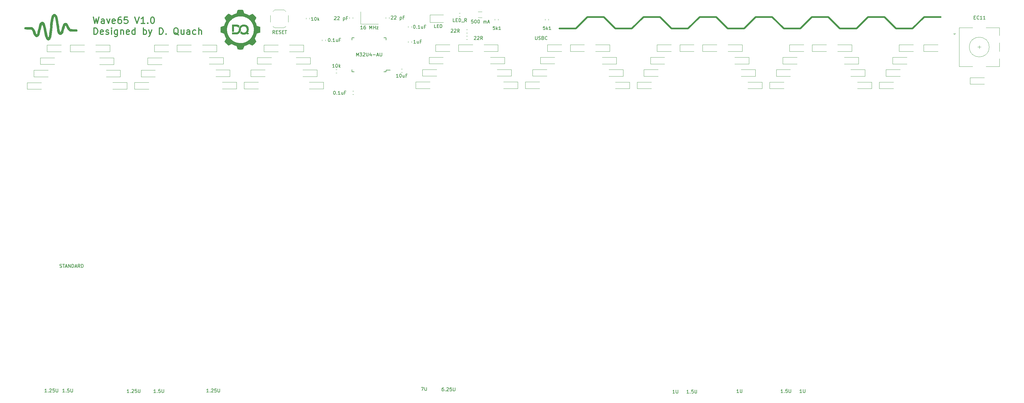
<source format=gto>
G04 #@! TF.GenerationSoftware,KiCad,Pcbnew,(5.1.5)-3*
G04 #@! TF.CreationDate,2020-07-10T10:23:00+02:00*
G04 #@! TF.ProjectId,65_keyboard_pcb,36355f6b-6579-4626-9f61-72645f706362,rev?*
G04 #@! TF.SameCoordinates,Original*
G04 #@! TF.FileFunction,Legend,Top*
G04 #@! TF.FilePolarity,Positive*
%FSLAX46Y46*%
G04 Gerber Fmt 4.6, Leading zero omitted, Abs format (unit mm)*
G04 Created by KiCad (PCBNEW (5.1.5)-3) date 2020-07-10 10:23:00*
%MOMM*%
%LPD*%
G04 APERTURE LIST*
%ADD10C,0.500000*%
%ADD11C,0.300000*%
%ADD12C,0.150000*%
%ADD13C,0.010000*%
%ADD14C,0.120000*%
%ADD15C,6.502000*%
%ADD16R,1.902000X1.202000*%
%ADD17R,1.402000X1.802000*%
%ADD18C,0.100000*%
%ADD19C,2.302000*%
%ADD20C,4.102000*%
%ADD21C,1.802000*%
%ADD22C,4.089800*%
%ADD23C,3.150000*%
%ADD24C,3.152000*%
%ADD25C,2.102000*%
%ADD26R,3.302000X2.102000*%
%ADD27R,2.102000X2.102000*%
%ADD28R,1.602000X0.652000*%
%ADD29R,0.652000X1.602000*%
%ADD30R,0.402000X2.802000*%
%ADD31R,1.702000X1.402000*%
G04 APERTURE END LIST*
D10*
X337547500Y-36642500D02*
X342547500Y-36642500D01*
X329047500Y-40142500D02*
X334047500Y-40142500D01*
X334047500Y-40142500D02*
X337547500Y-36642500D01*
X325547500Y-36642500D02*
X329047500Y-40142500D01*
X320547500Y-36642500D02*
X325547500Y-36642500D01*
X312047500Y-40142500D02*
X317047500Y-40142500D01*
X317047500Y-40142500D02*
X320547500Y-36642500D01*
X308547500Y-36642500D02*
X312047500Y-40142500D01*
X303547500Y-36642500D02*
X308547500Y-36642500D01*
X295047500Y-40142500D02*
X300047500Y-40142500D01*
X300047500Y-40142500D02*
X303547500Y-36642500D01*
X291547500Y-36642500D02*
X295047500Y-40142500D01*
X286547500Y-36642500D02*
X291547500Y-36642500D01*
X278047500Y-40142500D02*
X283047500Y-40142500D01*
X283047500Y-40142500D02*
X286547500Y-36642500D01*
X274547500Y-36642500D02*
X278047500Y-40142500D01*
X269547500Y-36642500D02*
X274547500Y-36642500D01*
X261047500Y-40142500D02*
X266047500Y-40142500D01*
X266047500Y-40142500D02*
X269547500Y-36642500D01*
X257547500Y-36642500D02*
X261047500Y-40142500D01*
X252547500Y-36642500D02*
X257547500Y-36642500D01*
X244047500Y-40142500D02*
X249047500Y-40142500D01*
X249047500Y-40142500D02*
X252547500Y-36642500D01*
X240547500Y-36642500D02*
X244047500Y-40142500D01*
X235547500Y-36642500D02*
X240547500Y-36642500D01*
X232047500Y-40142500D02*
X235547500Y-36642500D01*
X227047500Y-40142500D02*
X232047500Y-40142500D01*
D11*
X85928214Y-36607261D02*
X86404404Y-38607261D01*
X86785357Y-37178690D01*
X87166309Y-38607261D01*
X87642500Y-36607261D01*
X89261547Y-38607261D02*
X89261547Y-37559642D01*
X89166309Y-37369166D01*
X88975833Y-37273928D01*
X88594880Y-37273928D01*
X88404404Y-37369166D01*
X89261547Y-38512023D02*
X89071071Y-38607261D01*
X88594880Y-38607261D01*
X88404404Y-38512023D01*
X88309166Y-38321547D01*
X88309166Y-38131071D01*
X88404404Y-37940595D01*
X88594880Y-37845357D01*
X89071071Y-37845357D01*
X89261547Y-37750119D01*
X90023452Y-37273928D02*
X90499642Y-38607261D01*
X90975833Y-37273928D01*
X92499642Y-38512023D02*
X92309166Y-38607261D01*
X91928214Y-38607261D01*
X91737738Y-38512023D01*
X91642500Y-38321547D01*
X91642500Y-37559642D01*
X91737738Y-37369166D01*
X91928214Y-37273928D01*
X92309166Y-37273928D01*
X92499642Y-37369166D01*
X92594880Y-37559642D01*
X92594880Y-37750119D01*
X91642500Y-37940595D01*
X94309166Y-36607261D02*
X93928214Y-36607261D01*
X93737738Y-36702500D01*
X93642500Y-36797738D01*
X93452023Y-37083452D01*
X93356785Y-37464404D01*
X93356785Y-38226309D01*
X93452023Y-38416785D01*
X93547261Y-38512023D01*
X93737738Y-38607261D01*
X94118690Y-38607261D01*
X94309166Y-38512023D01*
X94404404Y-38416785D01*
X94499642Y-38226309D01*
X94499642Y-37750119D01*
X94404404Y-37559642D01*
X94309166Y-37464404D01*
X94118690Y-37369166D01*
X93737738Y-37369166D01*
X93547261Y-37464404D01*
X93452023Y-37559642D01*
X93356785Y-37750119D01*
X96309166Y-36607261D02*
X95356785Y-36607261D01*
X95261547Y-37559642D01*
X95356785Y-37464404D01*
X95547261Y-37369166D01*
X96023452Y-37369166D01*
X96213928Y-37464404D01*
X96309166Y-37559642D01*
X96404404Y-37750119D01*
X96404404Y-38226309D01*
X96309166Y-38416785D01*
X96213928Y-38512023D01*
X96023452Y-38607261D01*
X95547261Y-38607261D01*
X95356785Y-38512023D01*
X95261547Y-38416785D01*
X98499642Y-36607261D02*
X99166309Y-38607261D01*
X99832976Y-36607261D01*
X101547261Y-38607261D02*
X100404404Y-38607261D01*
X100975833Y-38607261D02*
X100975833Y-36607261D01*
X100785357Y-36892976D01*
X100594880Y-37083452D01*
X100404404Y-37178690D01*
X102404404Y-38416785D02*
X102499642Y-38512023D01*
X102404404Y-38607261D01*
X102309166Y-38512023D01*
X102404404Y-38416785D01*
X102404404Y-38607261D01*
X103737738Y-36607261D02*
X103928214Y-36607261D01*
X104118690Y-36702500D01*
X104213928Y-36797738D01*
X104309166Y-36988214D01*
X104404404Y-37369166D01*
X104404404Y-37845357D01*
X104309166Y-38226309D01*
X104213928Y-38416785D01*
X104118690Y-38512023D01*
X103928214Y-38607261D01*
X103737738Y-38607261D01*
X103547261Y-38512023D01*
X103452023Y-38416785D01*
X103356785Y-38226309D01*
X103261547Y-37845357D01*
X103261547Y-37369166D01*
X103356785Y-36988214D01*
X103452023Y-36797738D01*
X103547261Y-36702500D01*
X103737738Y-36607261D01*
X86118690Y-41907261D02*
X86118690Y-39907261D01*
X86594880Y-39907261D01*
X86880595Y-40002500D01*
X87071071Y-40192976D01*
X87166309Y-40383452D01*
X87261547Y-40764404D01*
X87261547Y-41050119D01*
X87166309Y-41431071D01*
X87071071Y-41621547D01*
X86880595Y-41812023D01*
X86594880Y-41907261D01*
X86118690Y-41907261D01*
X88880595Y-41812023D02*
X88690119Y-41907261D01*
X88309166Y-41907261D01*
X88118690Y-41812023D01*
X88023452Y-41621547D01*
X88023452Y-40859642D01*
X88118690Y-40669166D01*
X88309166Y-40573928D01*
X88690119Y-40573928D01*
X88880595Y-40669166D01*
X88975833Y-40859642D01*
X88975833Y-41050119D01*
X88023452Y-41240595D01*
X89737738Y-41812023D02*
X89928214Y-41907261D01*
X90309166Y-41907261D01*
X90499642Y-41812023D01*
X90594880Y-41621547D01*
X90594880Y-41526309D01*
X90499642Y-41335833D01*
X90309166Y-41240595D01*
X90023452Y-41240595D01*
X89832976Y-41145357D01*
X89737738Y-40954880D01*
X89737738Y-40859642D01*
X89832976Y-40669166D01*
X90023452Y-40573928D01*
X90309166Y-40573928D01*
X90499642Y-40669166D01*
X91452023Y-41907261D02*
X91452023Y-40573928D01*
X91452023Y-39907261D02*
X91356785Y-40002500D01*
X91452023Y-40097738D01*
X91547261Y-40002500D01*
X91452023Y-39907261D01*
X91452023Y-40097738D01*
X93261547Y-40573928D02*
X93261547Y-42192976D01*
X93166309Y-42383452D01*
X93071071Y-42478690D01*
X92880595Y-42573928D01*
X92594880Y-42573928D01*
X92404404Y-42478690D01*
X93261547Y-41812023D02*
X93071071Y-41907261D01*
X92690119Y-41907261D01*
X92499642Y-41812023D01*
X92404404Y-41716785D01*
X92309166Y-41526309D01*
X92309166Y-40954880D01*
X92404404Y-40764404D01*
X92499642Y-40669166D01*
X92690119Y-40573928D01*
X93071071Y-40573928D01*
X93261547Y-40669166D01*
X94213928Y-40573928D02*
X94213928Y-41907261D01*
X94213928Y-40764404D02*
X94309166Y-40669166D01*
X94499642Y-40573928D01*
X94785357Y-40573928D01*
X94975833Y-40669166D01*
X95071071Y-40859642D01*
X95071071Y-41907261D01*
X96785357Y-41812023D02*
X96594880Y-41907261D01*
X96213928Y-41907261D01*
X96023452Y-41812023D01*
X95928214Y-41621547D01*
X95928214Y-40859642D01*
X96023452Y-40669166D01*
X96213928Y-40573928D01*
X96594880Y-40573928D01*
X96785357Y-40669166D01*
X96880595Y-40859642D01*
X96880595Y-41050119D01*
X95928214Y-41240595D01*
X98594880Y-41907261D02*
X98594880Y-39907261D01*
X98594880Y-41812023D02*
X98404404Y-41907261D01*
X98023452Y-41907261D01*
X97832976Y-41812023D01*
X97737738Y-41716785D01*
X97642500Y-41526309D01*
X97642500Y-40954880D01*
X97737738Y-40764404D01*
X97832976Y-40669166D01*
X98023452Y-40573928D01*
X98404404Y-40573928D01*
X98594880Y-40669166D01*
X101071071Y-41907261D02*
X101071071Y-39907261D01*
X101071071Y-40669166D02*
X101261547Y-40573928D01*
X101642500Y-40573928D01*
X101832976Y-40669166D01*
X101928214Y-40764404D01*
X102023452Y-40954880D01*
X102023452Y-41526309D01*
X101928214Y-41716785D01*
X101832976Y-41812023D01*
X101642500Y-41907261D01*
X101261547Y-41907261D01*
X101071071Y-41812023D01*
X102690119Y-40573928D02*
X103166309Y-41907261D01*
X103642500Y-40573928D02*
X103166309Y-41907261D01*
X102975833Y-42383452D01*
X102880595Y-42478690D01*
X102690119Y-42573928D01*
X105928214Y-41907261D02*
X105928214Y-39907261D01*
X106404404Y-39907261D01*
X106690119Y-40002500D01*
X106880595Y-40192976D01*
X106975833Y-40383452D01*
X107071071Y-40764404D01*
X107071071Y-41050119D01*
X106975833Y-41431071D01*
X106880595Y-41621547D01*
X106690119Y-41812023D01*
X106404404Y-41907261D01*
X105928214Y-41907261D01*
X107928214Y-41716785D02*
X108023452Y-41812023D01*
X107928214Y-41907261D01*
X107832976Y-41812023D01*
X107928214Y-41716785D01*
X107928214Y-41907261D01*
X111737738Y-42097738D02*
X111547261Y-42002500D01*
X111356785Y-41812023D01*
X111071071Y-41526309D01*
X110880595Y-41431071D01*
X110690119Y-41431071D01*
X110785357Y-41907261D02*
X110594880Y-41812023D01*
X110404404Y-41621547D01*
X110309166Y-41240595D01*
X110309166Y-40573928D01*
X110404404Y-40192976D01*
X110594880Y-40002500D01*
X110785357Y-39907261D01*
X111166309Y-39907261D01*
X111356785Y-40002500D01*
X111547261Y-40192976D01*
X111642500Y-40573928D01*
X111642500Y-41240595D01*
X111547261Y-41621547D01*
X111356785Y-41812023D01*
X111166309Y-41907261D01*
X110785357Y-41907261D01*
X113356785Y-40573928D02*
X113356785Y-41907261D01*
X112499642Y-40573928D02*
X112499642Y-41621547D01*
X112594880Y-41812023D01*
X112785357Y-41907261D01*
X113071071Y-41907261D01*
X113261547Y-41812023D01*
X113356785Y-41716785D01*
X115166309Y-41907261D02*
X115166309Y-40859642D01*
X115071071Y-40669166D01*
X114880595Y-40573928D01*
X114499642Y-40573928D01*
X114309166Y-40669166D01*
X115166309Y-41812023D02*
X114975833Y-41907261D01*
X114499642Y-41907261D01*
X114309166Y-41812023D01*
X114213928Y-41621547D01*
X114213928Y-41431071D01*
X114309166Y-41240595D01*
X114499642Y-41145357D01*
X114975833Y-41145357D01*
X115166309Y-41050119D01*
X116975833Y-41812023D02*
X116785357Y-41907261D01*
X116404404Y-41907261D01*
X116213928Y-41812023D01*
X116118690Y-41716785D01*
X116023452Y-41526309D01*
X116023452Y-40954880D01*
X116118690Y-40764404D01*
X116213928Y-40669166D01*
X116404404Y-40573928D01*
X116785357Y-40573928D01*
X116975833Y-40669166D01*
X117832976Y-41907261D02*
X117832976Y-39907261D01*
X118690119Y-41907261D02*
X118690119Y-40859642D01*
X118594880Y-40669166D01*
X118404404Y-40573928D01*
X118118690Y-40573928D01*
X117928214Y-40669166D01*
X117832976Y-40764404D01*
D12*
X300498710Y-150521114D02*
X299927282Y-150521114D01*
X300212996Y-150521114D02*
X300212996Y-149521114D01*
X300117758Y-149663972D01*
X300022520Y-149759210D01*
X299927282Y-149806829D01*
X300927282Y-149521114D02*
X300927282Y-150330638D01*
X300974901Y-150425876D01*
X301022520Y-150473495D01*
X301117758Y-150521114D01*
X301308234Y-150521114D01*
X301403472Y-150473495D01*
X301451091Y-150425876D01*
X301498710Y-150330638D01*
X301498710Y-149521114D01*
X294758104Y-150521114D02*
X294186675Y-150521114D01*
X294472389Y-150521114D02*
X294472389Y-149521114D01*
X294377151Y-149663972D01*
X294281913Y-149759210D01*
X294186675Y-149806829D01*
X295186675Y-150425876D02*
X295234294Y-150473495D01*
X295186675Y-150521114D01*
X295139056Y-150473495D01*
X295186675Y-150425876D01*
X295186675Y-150521114D01*
X296139056Y-149521114D02*
X295662865Y-149521114D01*
X295615246Y-149997305D01*
X295662865Y-149949686D01*
X295758104Y-149902067D01*
X295996199Y-149902067D01*
X296091437Y-149949686D01*
X296139056Y-149997305D01*
X296186675Y-150092543D01*
X296186675Y-150330638D01*
X296139056Y-150425876D01*
X296091437Y-150473495D01*
X295996199Y-150521114D01*
X295758104Y-150521114D01*
X295662865Y-150473495D01*
X295615246Y-150425876D01*
X296615246Y-149521114D02*
X296615246Y-150330638D01*
X296662865Y-150425876D01*
X296710485Y-150473495D01*
X296805723Y-150521114D01*
X296996199Y-150521114D01*
X297091437Y-150473495D01*
X297139056Y-150425876D01*
X297186675Y-150330638D01*
X297186675Y-149521114D01*
X281408392Y-150521114D02*
X280836964Y-150521114D01*
X281122678Y-150521114D02*
X281122678Y-149521114D01*
X281027440Y-149663972D01*
X280932202Y-149759210D01*
X280836964Y-149806829D01*
X281836964Y-149521114D02*
X281836964Y-150330638D01*
X281884583Y-150425876D01*
X281932202Y-150473495D01*
X282027440Y-150521114D01*
X282217916Y-150521114D01*
X282313154Y-150473495D01*
X282360773Y-150425876D01*
X282408392Y-150330638D01*
X282408392Y-149521114D01*
X261998150Y-150671114D02*
X261426722Y-150671114D01*
X261712436Y-150671114D02*
X261712436Y-149671114D01*
X261617198Y-149813972D01*
X261521960Y-149909210D01*
X261426722Y-149956829D01*
X262426722Y-149671114D02*
X262426722Y-150480638D01*
X262474341Y-150575876D01*
X262521960Y-150623495D01*
X262617198Y-150671114D01*
X262807674Y-150671114D01*
X262902912Y-150623495D01*
X262950531Y-150575876D01*
X262998150Y-150480638D01*
X262998150Y-149671114D01*
X266270700Y-150671114D02*
X265699271Y-150671114D01*
X265984985Y-150671114D02*
X265984985Y-149671114D01*
X265889747Y-149813972D01*
X265794509Y-149909210D01*
X265699271Y-149956829D01*
X266699271Y-150575876D02*
X266746890Y-150623495D01*
X266699271Y-150671114D01*
X266651652Y-150623495D01*
X266699271Y-150575876D01*
X266699271Y-150671114D01*
X267651652Y-149671114D02*
X267175461Y-149671114D01*
X267127842Y-150147305D01*
X267175461Y-150099686D01*
X267270700Y-150052067D01*
X267508795Y-150052067D01*
X267604033Y-150099686D01*
X267651652Y-150147305D01*
X267699271Y-150242543D01*
X267699271Y-150480638D01*
X267651652Y-150575876D01*
X267604033Y-150623495D01*
X267508795Y-150671114D01*
X267270700Y-150671114D01*
X267175461Y-150623495D01*
X267127842Y-150575876D01*
X268127842Y-149671114D02*
X268127842Y-150480638D01*
X268175461Y-150575876D01*
X268223081Y-150623495D01*
X268318319Y-150671114D01*
X268508795Y-150671114D01*
X268604033Y-150623495D01*
X268651652Y-150575876D01*
X268699271Y-150480638D01*
X268699271Y-149671114D01*
X120837562Y-150371114D02*
X120266134Y-150371114D01*
X120551848Y-150371114D02*
X120551848Y-149371114D01*
X120456610Y-149513972D01*
X120361372Y-149609210D01*
X120266134Y-149656829D01*
X121266134Y-150275876D02*
X121313753Y-150323495D01*
X121266134Y-150371114D01*
X121218514Y-150323495D01*
X121266134Y-150275876D01*
X121266134Y-150371114D01*
X121694705Y-149466353D02*
X121742324Y-149418734D01*
X121837562Y-149371114D01*
X122075657Y-149371114D01*
X122170895Y-149418734D01*
X122218514Y-149466353D01*
X122266134Y-149561591D01*
X122266134Y-149656829D01*
X122218514Y-149799686D01*
X121647086Y-150371114D01*
X122266134Y-150371114D01*
X123170895Y-149371114D02*
X122694705Y-149371114D01*
X122647086Y-149847305D01*
X122694705Y-149799686D01*
X122789943Y-149752067D01*
X123028038Y-149752067D01*
X123123276Y-149799686D01*
X123170895Y-149847305D01*
X123218514Y-149942543D01*
X123218514Y-150180638D01*
X123170895Y-150275876D01*
X123123276Y-150323495D01*
X123028038Y-150371114D01*
X122789943Y-150371114D01*
X122694705Y-150323495D01*
X122647086Y-150275876D01*
X123647086Y-149371114D02*
X123647086Y-150180638D01*
X123694705Y-150275876D01*
X123742324Y-150323495D01*
X123837562Y-150371114D01*
X124028038Y-150371114D01*
X124123276Y-150323495D01*
X124170895Y-150275876D01*
X124218514Y-150180638D01*
X124218514Y-149371114D01*
X96740782Y-150521114D02*
X96169354Y-150521114D01*
X96455068Y-150521114D02*
X96455068Y-149521114D01*
X96359830Y-149663972D01*
X96264592Y-149759210D01*
X96169354Y-149806829D01*
X97169354Y-150425876D02*
X97216973Y-150473495D01*
X97169354Y-150521114D01*
X97121734Y-150473495D01*
X97169354Y-150425876D01*
X97169354Y-150521114D01*
X97597925Y-149616353D02*
X97645544Y-149568734D01*
X97740782Y-149521114D01*
X97978877Y-149521114D01*
X98074115Y-149568734D01*
X98121734Y-149616353D01*
X98169354Y-149711591D01*
X98169354Y-149806829D01*
X98121734Y-149949686D01*
X97550306Y-150521114D01*
X98169354Y-150521114D01*
X99074115Y-149521114D02*
X98597925Y-149521114D01*
X98550306Y-149997305D01*
X98597925Y-149949686D01*
X98693163Y-149902067D01*
X98931258Y-149902067D01*
X99026496Y-149949686D01*
X99074115Y-149997305D01*
X99121734Y-150092543D01*
X99121734Y-150330638D01*
X99074115Y-150425876D01*
X99026496Y-150473495D01*
X98931258Y-150521114D01*
X98693163Y-150521114D01*
X98597925Y-150473495D01*
X98550306Y-150425876D01*
X99550306Y-149521114D02*
X99550306Y-150330638D01*
X99597925Y-150425876D01*
X99645544Y-150473495D01*
X99740782Y-150521114D01*
X99931258Y-150521114D01*
X100026496Y-150473495D01*
X100074115Y-150425876D01*
X100121734Y-150330638D01*
X100121734Y-149521114D01*
X104828458Y-150521114D02*
X104257029Y-150521114D01*
X104542743Y-150521114D02*
X104542743Y-149521114D01*
X104447505Y-149663972D01*
X104352267Y-149759210D01*
X104257029Y-149806829D01*
X105257029Y-150425876D02*
X105304648Y-150473495D01*
X105257029Y-150521114D01*
X105209410Y-150473495D01*
X105257029Y-150425876D01*
X105257029Y-150521114D01*
X106209410Y-149521114D02*
X105733219Y-149521114D01*
X105685600Y-149997305D01*
X105733219Y-149949686D01*
X105828458Y-149902067D01*
X106066553Y-149902067D01*
X106161791Y-149949686D01*
X106209410Y-149997305D01*
X106257029Y-150092543D01*
X106257029Y-150330638D01*
X106209410Y-150425876D01*
X106161791Y-150473495D01*
X106066553Y-150521114D01*
X105828458Y-150521114D01*
X105733219Y-150473495D01*
X105685600Y-150425876D01*
X106685600Y-149521114D02*
X106685600Y-150330638D01*
X106733219Y-150425876D01*
X106780839Y-150473495D01*
X106876077Y-150521114D01*
X107066553Y-150521114D01*
X107161791Y-150473495D01*
X107209410Y-150425876D01*
X107257029Y-150330638D01*
X107257029Y-149521114D01*
X71821705Y-150371114D02*
X71250277Y-150371114D01*
X71535991Y-150371114D02*
X71535991Y-149371114D01*
X71440753Y-149513972D01*
X71345515Y-149609210D01*
X71250277Y-149656829D01*
X72250277Y-150275876D02*
X72297896Y-150323495D01*
X72250277Y-150371114D01*
X72202657Y-150323495D01*
X72250277Y-150275876D01*
X72250277Y-150371114D01*
X72678848Y-149466353D02*
X72726467Y-149418734D01*
X72821705Y-149371114D01*
X73059800Y-149371114D01*
X73155038Y-149418734D01*
X73202657Y-149466353D01*
X73250277Y-149561591D01*
X73250277Y-149656829D01*
X73202657Y-149799686D01*
X72631229Y-150371114D01*
X73250277Y-150371114D01*
X74155038Y-149371114D02*
X73678848Y-149371114D01*
X73631229Y-149847305D01*
X73678848Y-149799686D01*
X73774086Y-149752067D01*
X74012181Y-149752067D01*
X74107419Y-149799686D01*
X74155038Y-149847305D01*
X74202657Y-149942543D01*
X74202657Y-150180638D01*
X74155038Y-150275876D01*
X74107419Y-150323495D01*
X74012181Y-150371114D01*
X73774086Y-150371114D01*
X73678848Y-150323495D01*
X73631229Y-150275876D01*
X74631229Y-149371114D02*
X74631229Y-150180638D01*
X74678848Y-150275876D01*
X74726467Y-150323495D01*
X74821705Y-150371114D01*
X75012181Y-150371114D01*
X75107419Y-150323495D01*
X75155038Y-150275876D01*
X75202657Y-150180638D01*
X75202657Y-149371114D01*
X77232238Y-150371114D02*
X76660809Y-150371114D01*
X76946523Y-150371114D02*
X76946523Y-149371114D01*
X76851285Y-149513972D01*
X76756047Y-149609210D01*
X76660809Y-149656829D01*
X77660809Y-150275876D02*
X77708428Y-150323495D01*
X77660809Y-150371114D01*
X77613190Y-150323495D01*
X77660809Y-150275876D01*
X77660809Y-150371114D01*
X78613190Y-149371114D02*
X78136999Y-149371114D01*
X78089380Y-149847305D01*
X78136999Y-149799686D01*
X78232238Y-149752067D01*
X78470333Y-149752067D01*
X78565571Y-149799686D01*
X78613190Y-149847305D01*
X78660809Y-149942543D01*
X78660809Y-150180638D01*
X78613190Y-150275876D01*
X78565571Y-150323495D01*
X78470333Y-150371114D01*
X78232238Y-150371114D01*
X78136999Y-150323495D01*
X78089380Y-150275876D01*
X79089380Y-149371114D02*
X79089380Y-150180638D01*
X79136999Y-150275876D01*
X79184619Y-150323495D01*
X79279857Y-150371114D01*
X79470333Y-150371114D01*
X79565571Y-150323495D01*
X79613190Y-150275876D01*
X79660809Y-150180638D01*
X79660809Y-149371114D01*
X75799880Y-112547261D02*
X75942738Y-112594880D01*
X76180833Y-112594880D01*
X76276071Y-112547261D01*
X76323690Y-112499642D01*
X76371309Y-112404404D01*
X76371309Y-112309166D01*
X76323690Y-112213928D01*
X76276071Y-112166309D01*
X76180833Y-112118690D01*
X75990357Y-112071071D01*
X75895119Y-112023452D01*
X75847500Y-111975833D01*
X75799880Y-111880595D01*
X75799880Y-111785357D01*
X75847500Y-111690119D01*
X75895119Y-111642500D01*
X75990357Y-111594880D01*
X76228452Y-111594880D01*
X76371309Y-111642500D01*
X76657023Y-111594880D02*
X77228452Y-111594880D01*
X76942738Y-112594880D02*
X76942738Y-111594880D01*
X77514166Y-112309166D02*
X77990357Y-112309166D01*
X77418928Y-112594880D02*
X77752261Y-111594880D01*
X78085595Y-112594880D01*
X78418928Y-112594880D02*
X78418928Y-111594880D01*
X78990357Y-112594880D01*
X78990357Y-111594880D01*
X79466547Y-112594880D02*
X79466547Y-111594880D01*
X79704642Y-111594880D01*
X79847500Y-111642500D01*
X79942738Y-111737738D01*
X79990357Y-111832976D01*
X80037976Y-112023452D01*
X80037976Y-112166309D01*
X79990357Y-112356785D01*
X79942738Y-112452023D01*
X79847500Y-112547261D01*
X79704642Y-112594880D01*
X79466547Y-112594880D01*
X80418928Y-112309166D02*
X80895119Y-112309166D01*
X80323690Y-112594880D02*
X80657023Y-111594880D01*
X80990357Y-112594880D01*
X81895119Y-112594880D02*
X81561785Y-112118690D01*
X81323690Y-112594880D02*
X81323690Y-111594880D01*
X81704642Y-111594880D01*
X81799880Y-111642500D01*
X81847500Y-111690119D01*
X81895119Y-111785357D01*
X81895119Y-111928214D01*
X81847500Y-112023452D01*
X81799880Y-112071071D01*
X81704642Y-112118690D01*
X81323690Y-112118690D01*
X82323690Y-112594880D02*
X82323690Y-111594880D01*
X82561785Y-111594880D01*
X82704642Y-111642500D01*
X82799880Y-111737738D01*
X82847500Y-111832976D01*
X82895119Y-112023452D01*
X82895119Y-112166309D01*
X82847500Y-112356785D01*
X82799880Y-112452023D01*
X82704642Y-112547261D01*
X82561785Y-112594880D01*
X82323690Y-112594880D01*
D13*
G36*
X128590833Y-38922578D02*
G01*
X128759126Y-38922787D01*
X128903458Y-38923501D01*
X129026533Y-38924917D01*
X129131054Y-38927233D01*
X129219726Y-38930643D01*
X129295251Y-38935346D01*
X129360333Y-38941539D01*
X129417677Y-38949417D01*
X129469986Y-38959178D01*
X129519963Y-38971019D01*
X129570313Y-38985136D01*
X129607555Y-38996581D01*
X129757725Y-39052783D01*
X129893242Y-39123452D01*
X130022896Y-39213441D01*
X130070704Y-39252237D01*
X130140576Y-39311008D01*
X130085375Y-39392295D01*
X130041797Y-39462283D01*
X129996038Y-39545519D01*
X129952653Y-39632902D01*
X129916192Y-39715331D01*
X129894017Y-39774795D01*
X129880272Y-39814623D01*
X129870663Y-39832606D01*
X129861877Y-39832503D01*
X129852894Y-39821461D01*
X129755696Y-39702276D01*
X129642558Y-39604456D01*
X129513615Y-39528104D01*
X129426031Y-39491678D01*
X129307500Y-39449413D01*
X128487500Y-39440465D01*
X128487500Y-41015833D01*
X127940833Y-41015833D01*
X127940833Y-38922500D01*
X128590833Y-38922578D01*
G37*
X128590833Y-38922578D02*
X128759126Y-38922787D01*
X128903458Y-38923501D01*
X129026533Y-38924917D01*
X129131054Y-38927233D01*
X129219726Y-38930643D01*
X129295251Y-38935346D01*
X129360333Y-38941539D01*
X129417677Y-38949417D01*
X129469986Y-38959178D01*
X129519963Y-38971019D01*
X129570313Y-38985136D01*
X129607555Y-38996581D01*
X129757725Y-39052783D01*
X129893242Y-39123452D01*
X130022896Y-39213441D01*
X130070704Y-39252237D01*
X130140576Y-39311008D01*
X130085375Y-39392295D01*
X130041797Y-39462283D01*
X129996038Y-39545519D01*
X129952653Y-39632902D01*
X129916192Y-39715331D01*
X129894017Y-39774795D01*
X129880272Y-39814623D01*
X129870663Y-39832606D01*
X129861877Y-39832503D01*
X129852894Y-39821461D01*
X129755696Y-39702276D01*
X129642558Y-39604456D01*
X129513615Y-39528104D01*
X129426031Y-39491678D01*
X129307500Y-39449413D01*
X128487500Y-39440465D01*
X128487500Y-41015833D01*
X127940833Y-41015833D01*
X127940833Y-38922500D01*
X128590833Y-38922578D01*
G36*
X131601322Y-38929104D02*
G01*
X131765238Y-38947073D01*
X131906107Y-38975477D01*
X132084748Y-39034352D01*
X132249451Y-39115452D01*
X132399082Y-39217610D01*
X132532507Y-39339657D01*
X132648593Y-39480428D01*
X132746206Y-39638755D01*
X132824212Y-39813471D01*
X132873569Y-39971323D01*
X132911673Y-40168891D01*
X132926425Y-40370483D01*
X132918327Y-40572395D01*
X132887882Y-40770921D01*
X132835593Y-40962354D01*
X132761962Y-41142989D01*
X132698916Y-41259493D01*
X132668551Y-41309819D01*
X132834166Y-41475833D01*
X132999781Y-41641846D01*
X132960434Y-41682916D01*
X132927767Y-41710164D01*
X132881136Y-41740953D01*
X132834573Y-41766576D01*
X132790805Y-41786950D01*
X132754438Y-41799530D01*
X132716274Y-41806134D01*
X132667116Y-41808581D01*
X132621113Y-41808795D01*
X132556907Y-41807604D01*
X132510484Y-41803408D01*
X132472995Y-41794606D01*
X132435594Y-41779597D01*
X132420833Y-41772555D01*
X132374714Y-41748149D01*
X132333474Y-41723218D01*
X132313540Y-41709010D01*
X132279580Y-41681335D01*
X132173540Y-41733692D01*
X132046388Y-41789914D01*
X131919866Y-41831523D01*
X131787808Y-41859787D01*
X131644048Y-41875975D01*
X131482421Y-41881353D01*
X131455753Y-41881303D01*
X131374157Y-41879541D01*
X131291755Y-41875551D01*
X131217014Y-41869882D01*
X131158400Y-41863084D01*
X131147500Y-41861314D01*
X131009797Y-41829419D01*
X130872214Y-41783451D01*
X130742180Y-41726482D01*
X130627128Y-41661586D01*
X130573213Y-41623847D01*
X130519802Y-41581671D01*
X130472614Y-41541843D01*
X130436626Y-41508742D01*
X130416817Y-41486745D01*
X130416179Y-41485756D01*
X130419215Y-41469067D01*
X130434679Y-41435752D01*
X130459863Y-41391144D01*
X130482507Y-41355012D01*
X130515079Y-41301893D01*
X130549665Y-41240257D01*
X130583630Y-41175456D01*
X130614339Y-41112843D01*
X130639154Y-41057772D01*
X130655441Y-41015595D01*
X130660626Y-40993286D01*
X130666668Y-40973276D01*
X130683913Y-40977389D01*
X130712290Y-41005583D01*
X130740896Y-41042587D01*
X130836252Y-41151760D01*
X130950364Y-41242093D01*
X131082838Y-41313305D01*
X131160833Y-41343358D01*
X131275581Y-41372109D01*
X131403270Y-41387016D01*
X131533819Y-41387689D01*
X131657146Y-41373739D01*
X131701245Y-41364217D01*
X131848129Y-41314408D01*
X131980297Y-41243268D01*
X132096522Y-41152471D01*
X132195578Y-41043689D01*
X132276239Y-40918595D01*
X132337279Y-40778860D01*
X132377472Y-40626158D01*
X132395591Y-40462160D01*
X132396540Y-40415833D01*
X132386168Y-40233253D01*
X132354388Y-40066547D01*
X132301181Y-39915659D01*
X132226528Y-39780536D01*
X132130408Y-39661122D01*
X132119053Y-39649476D01*
X132014754Y-39562809D01*
X131893427Y-39494060D01*
X131758643Y-39444212D01*
X131613974Y-39414252D01*
X131462993Y-39405162D01*
X131309272Y-39417929D01*
X131290377Y-39421052D01*
X131136892Y-39459213D01*
X131001051Y-39517268D01*
X130882263Y-39595648D01*
X130779941Y-39694787D01*
X130693495Y-39815116D01*
X130653155Y-39889166D01*
X130607935Y-39989383D01*
X130576013Y-40083014D01*
X130555557Y-40178381D01*
X130544736Y-40283806D01*
X130541719Y-40395482D01*
X130529585Y-40599783D01*
X130494406Y-40794044D01*
X130436734Y-40976764D01*
X130357126Y-41146439D01*
X130256136Y-41301570D01*
X130168547Y-41405498D01*
X130068707Y-41503083D01*
X129967552Y-41582086D01*
X129855726Y-41649349D01*
X129790874Y-41681665D01*
X129726390Y-41711387D01*
X129666991Y-41736842D01*
X129610019Y-41758357D01*
X129552819Y-41776262D01*
X129492735Y-41790885D01*
X129427108Y-41802555D01*
X129353284Y-41811601D01*
X129268606Y-41818351D01*
X129170417Y-41823133D01*
X129056061Y-41826278D01*
X128922881Y-41828112D01*
X128768222Y-41828965D01*
X128598661Y-41829166D01*
X127940833Y-41829166D01*
X127940833Y-41311138D01*
X128604166Y-41305979D01*
X128755055Y-41304759D01*
X128881826Y-41303572D01*
X128987029Y-41302305D01*
X129073213Y-41300844D01*
X129142927Y-41299076D01*
X129198721Y-41296888D01*
X129243142Y-41294166D01*
X129278742Y-41290798D01*
X129308067Y-41286669D01*
X129333669Y-41281668D01*
X129358095Y-41275679D01*
X129372217Y-41271851D01*
X129513028Y-41219610D01*
X129639567Y-41145683D01*
X129749939Y-41052001D01*
X129842249Y-40940497D01*
X129914603Y-40813104D01*
X129965107Y-40671755D01*
X129966790Y-40665275D01*
X129976885Y-40615099D01*
X129987097Y-40545553D01*
X129996521Y-40463916D01*
X130004250Y-40377466D01*
X130006452Y-40346432D01*
X130020772Y-40188416D01*
X130042440Y-40049953D01*
X130072969Y-39924578D01*
X130113873Y-39805823D01*
X130155194Y-39711008D01*
X130249587Y-39539828D01*
X130360867Y-39389284D01*
X130489043Y-39259370D01*
X130634123Y-39150080D01*
X130796114Y-39061407D01*
X130975024Y-38993346D01*
X131120833Y-38955713D01*
X131270182Y-38933199D01*
X131433325Y-38924405D01*
X131601322Y-38929104D01*
G37*
X131601322Y-38929104D02*
X131765238Y-38947073D01*
X131906107Y-38975477D01*
X132084748Y-39034352D01*
X132249451Y-39115452D01*
X132399082Y-39217610D01*
X132532507Y-39339657D01*
X132648593Y-39480428D01*
X132746206Y-39638755D01*
X132824212Y-39813471D01*
X132873569Y-39971323D01*
X132911673Y-40168891D01*
X132926425Y-40370483D01*
X132918327Y-40572395D01*
X132887882Y-40770921D01*
X132835593Y-40962354D01*
X132761962Y-41142989D01*
X132698916Y-41259493D01*
X132668551Y-41309819D01*
X132834166Y-41475833D01*
X132999781Y-41641846D01*
X132960434Y-41682916D01*
X132927767Y-41710164D01*
X132881136Y-41740953D01*
X132834573Y-41766576D01*
X132790805Y-41786950D01*
X132754438Y-41799530D01*
X132716274Y-41806134D01*
X132667116Y-41808581D01*
X132621113Y-41808795D01*
X132556907Y-41807604D01*
X132510484Y-41803408D01*
X132472995Y-41794606D01*
X132435594Y-41779597D01*
X132420833Y-41772555D01*
X132374714Y-41748149D01*
X132333474Y-41723218D01*
X132313540Y-41709010D01*
X132279580Y-41681335D01*
X132173540Y-41733692D01*
X132046388Y-41789914D01*
X131919866Y-41831523D01*
X131787808Y-41859787D01*
X131644048Y-41875975D01*
X131482421Y-41881353D01*
X131455753Y-41881303D01*
X131374157Y-41879541D01*
X131291755Y-41875551D01*
X131217014Y-41869882D01*
X131158400Y-41863084D01*
X131147500Y-41861314D01*
X131009797Y-41829419D01*
X130872214Y-41783451D01*
X130742180Y-41726482D01*
X130627128Y-41661586D01*
X130573213Y-41623847D01*
X130519802Y-41581671D01*
X130472614Y-41541843D01*
X130436626Y-41508742D01*
X130416817Y-41486745D01*
X130416179Y-41485756D01*
X130419215Y-41469067D01*
X130434679Y-41435752D01*
X130459863Y-41391144D01*
X130482507Y-41355012D01*
X130515079Y-41301893D01*
X130549665Y-41240257D01*
X130583630Y-41175456D01*
X130614339Y-41112843D01*
X130639154Y-41057772D01*
X130655441Y-41015595D01*
X130660626Y-40993286D01*
X130666668Y-40973276D01*
X130683913Y-40977389D01*
X130712290Y-41005583D01*
X130740896Y-41042587D01*
X130836252Y-41151760D01*
X130950364Y-41242093D01*
X131082838Y-41313305D01*
X131160833Y-41343358D01*
X131275581Y-41372109D01*
X131403270Y-41387016D01*
X131533819Y-41387689D01*
X131657146Y-41373739D01*
X131701245Y-41364217D01*
X131848129Y-41314408D01*
X131980297Y-41243268D01*
X132096522Y-41152471D01*
X132195578Y-41043689D01*
X132276239Y-40918595D01*
X132337279Y-40778860D01*
X132377472Y-40626158D01*
X132395591Y-40462160D01*
X132396540Y-40415833D01*
X132386168Y-40233253D01*
X132354388Y-40066547D01*
X132301181Y-39915659D01*
X132226528Y-39780536D01*
X132130408Y-39661122D01*
X132119053Y-39649476D01*
X132014754Y-39562809D01*
X131893427Y-39494060D01*
X131758643Y-39444212D01*
X131613974Y-39414252D01*
X131462993Y-39405162D01*
X131309272Y-39417929D01*
X131290377Y-39421052D01*
X131136892Y-39459213D01*
X131001051Y-39517268D01*
X130882263Y-39595648D01*
X130779941Y-39694787D01*
X130693495Y-39815116D01*
X130653155Y-39889166D01*
X130607935Y-39989383D01*
X130576013Y-40083014D01*
X130555557Y-40178381D01*
X130544736Y-40283806D01*
X130541719Y-40395482D01*
X130529585Y-40599783D01*
X130494406Y-40794044D01*
X130436734Y-40976764D01*
X130357126Y-41146439D01*
X130256136Y-41301570D01*
X130168547Y-41405498D01*
X130068707Y-41503083D01*
X129967552Y-41582086D01*
X129855726Y-41649349D01*
X129790874Y-41681665D01*
X129726390Y-41711387D01*
X129666991Y-41736842D01*
X129610019Y-41758357D01*
X129552819Y-41776262D01*
X129492735Y-41790885D01*
X129427108Y-41802555D01*
X129353284Y-41811601D01*
X129268606Y-41818351D01*
X129170417Y-41823133D01*
X129056061Y-41826278D01*
X128922881Y-41828112D01*
X128768222Y-41828965D01*
X128598661Y-41829166D01*
X127940833Y-41829166D01*
X127940833Y-41311138D01*
X128604166Y-41305979D01*
X128755055Y-41304759D01*
X128881826Y-41303572D01*
X128987029Y-41302305D01*
X129073213Y-41300844D01*
X129142927Y-41299076D01*
X129198721Y-41296888D01*
X129243142Y-41294166D01*
X129278742Y-41290798D01*
X129308067Y-41286669D01*
X129333669Y-41281668D01*
X129358095Y-41275679D01*
X129372217Y-41271851D01*
X129513028Y-41219610D01*
X129639567Y-41145683D01*
X129749939Y-41052001D01*
X129842249Y-40940497D01*
X129914603Y-40813104D01*
X129965107Y-40671755D01*
X129966790Y-40665275D01*
X129976885Y-40615099D01*
X129987097Y-40545553D01*
X129996521Y-40463916D01*
X130004250Y-40377466D01*
X130006452Y-40346432D01*
X130020772Y-40188416D01*
X130042440Y-40049953D01*
X130072969Y-39924578D01*
X130113873Y-39805823D01*
X130155194Y-39711008D01*
X130249587Y-39539828D01*
X130360867Y-39389284D01*
X130489043Y-39259370D01*
X130634123Y-39150080D01*
X130796114Y-39061407D01*
X130975024Y-38993346D01*
X131120833Y-38955713D01*
X131270182Y-38933199D01*
X131433325Y-38924405D01*
X131601322Y-38929104D01*
G36*
X130549982Y-34451990D02*
G01*
X130662009Y-34455515D01*
X130777838Y-34460942D01*
X130891728Y-34467907D01*
X130997935Y-34476045D01*
X131090719Y-34484993D01*
X131164337Y-34494388D01*
X131182171Y-34497299D01*
X131270175Y-34512724D01*
X131440639Y-35024250D01*
X131611104Y-35535775D01*
X131665968Y-35550282D01*
X131707669Y-35561579D01*
X131762547Y-35576795D01*
X131814166Y-35591346D01*
X131868384Y-35606759D01*
X131919227Y-35621189D01*
X131954166Y-35631081D01*
X132016332Y-35650183D01*
X132093962Y-35676289D01*
X132178485Y-35706302D01*
X132261330Y-35737122D01*
X132333927Y-35765650D01*
X132377895Y-35784304D01*
X132417470Y-35801379D01*
X132446785Y-35812829D01*
X132457333Y-35815833D01*
X132474641Y-35821795D01*
X132511153Y-35838228D01*
X132562597Y-35862950D01*
X132624702Y-35893780D01*
X132693197Y-35928539D01*
X132763810Y-35965043D01*
X132832270Y-36001114D01*
X132894307Y-36034569D01*
X132945648Y-36063228D01*
X132971302Y-36078275D01*
X133021038Y-36107853D01*
X133062243Y-36131381D01*
X133089667Y-36145917D01*
X133097847Y-36149166D01*
X133111454Y-36143394D01*
X133146292Y-36126928D01*
X133199763Y-36101041D01*
X133269269Y-36067007D01*
X133352210Y-36026101D01*
X133445990Y-35979597D01*
X133548008Y-35928768D01*
X133580565Y-35912500D01*
X133684593Y-35860492D01*
X133781139Y-35812242D01*
X133867608Y-35769046D01*
X133941404Y-35732200D01*
X133999930Y-35703000D01*
X134040591Y-35682741D01*
X134060791Y-35672721D01*
X134062484Y-35671900D01*
X134075833Y-35678184D01*
X134105462Y-35698395D01*
X134147208Y-35729335D01*
X134196909Y-35767805D01*
X134250404Y-35810608D01*
X134303531Y-35854544D01*
X134334166Y-35880696D01*
X134425830Y-35962151D01*
X134520433Y-36049985D01*
X134616079Y-36142129D01*
X134710875Y-36236509D01*
X134802926Y-36331055D01*
X134890337Y-36423695D01*
X134971213Y-36512358D01*
X135043661Y-36594973D01*
X135105785Y-36669467D01*
X135155691Y-36733769D01*
X135191485Y-36785808D01*
X135211271Y-36823512D01*
X135214077Y-36842779D01*
X135206408Y-36860214D01*
X135188120Y-36898673D01*
X135160584Y-36955360D01*
X135125174Y-37027483D01*
X135083261Y-37112245D01*
X135036220Y-37206854D01*
X134985421Y-37308513D01*
X134980236Y-37318862D01*
X134929395Y-37420945D01*
X134882546Y-37516223D01*
X134841011Y-37601917D01*
X134806111Y-37675246D01*
X134779169Y-37733429D01*
X134761506Y-37773686D01*
X134754444Y-37793236D01*
X134754372Y-37793981D01*
X134760880Y-37815827D01*
X134778503Y-37853749D01*
X134804096Y-37901290D01*
X134819297Y-37927314D01*
X134846188Y-37974534D01*
X134881190Y-38039483D01*
X134921350Y-38116323D01*
X134963717Y-38199217D01*
X135005339Y-38282327D01*
X135043263Y-38359816D01*
X135074537Y-38425845D01*
X135096210Y-38474576D01*
X135097032Y-38476557D01*
X135181293Y-38694950D01*
X135257758Y-38920915D01*
X135315015Y-39115833D01*
X135331785Y-39177153D01*
X135346136Y-39228372D01*
X135356619Y-39264409D01*
X135361786Y-39280180D01*
X135361929Y-39280418D01*
X135374941Y-39285513D01*
X135410551Y-39298128D01*
X135466063Y-39317342D01*
X135538778Y-39342231D01*
X135626001Y-39371874D01*
X135725033Y-39405351D01*
X135833179Y-39441738D01*
X135873646Y-39455313D01*
X135984469Y-39492543D01*
X136087202Y-39527213D01*
X136179140Y-39558399D01*
X136257574Y-39585176D01*
X136319798Y-39606617D01*
X136363104Y-39621797D01*
X136384787Y-39629791D01*
X136386773Y-39630728D01*
X136391445Y-39647465D01*
X136397306Y-39687260D01*
X136404025Y-39746549D01*
X136411273Y-39821764D01*
X136418721Y-39909342D01*
X136426038Y-40005718D01*
X136432895Y-40107325D01*
X136436767Y-40171336D01*
X136443190Y-40357651D01*
X136442455Y-40560598D01*
X136434850Y-40771202D01*
X136420663Y-40980488D01*
X136406103Y-41129166D01*
X136391131Y-41262500D01*
X135929315Y-41415282D01*
X135795004Y-41459669D01*
X135683716Y-41496517D01*
X135593215Y-41526827D01*
X135521262Y-41551597D01*
X135465619Y-41571830D01*
X135424048Y-41588524D01*
X135394310Y-41602680D01*
X135374167Y-41615298D01*
X135361382Y-41627378D01*
X135353716Y-41639921D01*
X135348930Y-41653927D01*
X135344788Y-41670395D01*
X135342972Y-41677304D01*
X135310077Y-41794293D01*
X135277016Y-41906174D01*
X135245154Y-42008661D01*
X135215854Y-42097474D01*
X135190478Y-42168329D01*
X135173038Y-42211181D01*
X135160151Y-42243894D01*
X135154211Y-42266902D01*
X135154166Y-42268029D01*
X135148142Y-42291456D01*
X135141334Y-42306014D01*
X135128255Y-42332118D01*
X135110632Y-42370340D01*
X135091790Y-42413036D01*
X135075054Y-42452560D01*
X135063748Y-42481269D01*
X135060833Y-42491095D01*
X135054936Y-42507621D01*
X135038718Y-42543318D01*
X135014384Y-42593815D01*
X134984140Y-42654743D01*
X134950194Y-42721731D01*
X134914750Y-42790409D01*
X134880015Y-42856408D01*
X134848196Y-42915357D01*
X134831296Y-42945749D01*
X134800933Y-43000978D01*
X134776197Y-43048757D01*
X134759734Y-43083781D01*
X134754166Y-43100340D01*
X134759956Y-43115885D01*
X134776469Y-43152575D01*
X134802422Y-43207744D01*
X134836531Y-43278727D01*
X134877513Y-43362857D01*
X134924083Y-43457469D01*
X134974957Y-43559896D01*
X134989522Y-43589060D01*
X135058617Y-43728286D01*
X135115010Y-43844178D01*
X135158694Y-43936721D01*
X135189661Y-44005895D01*
X135207902Y-44051684D01*
X135213409Y-44074071D01*
X135212855Y-44075932D01*
X135197289Y-44097686D01*
X135175854Y-44128514D01*
X135174402Y-44130629D01*
X135125155Y-44196971D01*
X135059348Y-44277441D01*
X134980369Y-44368469D01*
X134891605Y-44466485D01*
X134796443Y-44567919D01*
X134698269Y-44669199D01*
X134600470Y-44766756D01*
X134506434Y-44857018D01*
X134419546Y-44936416D01*
X134367131Y-44981661D01*
X134318200Y-45022881D01*
X134276968Y-45058027D01*
X134247622Y-45083503D01*
X134234348Y-45095710D01*
X134234166Y-45095926D01*
X134219372Y-45109077D01*
X134190506Y-45131348D01*
X134154284Y-45157925D01*
X134117422Y-45183992D01*
X134086638Y-45204733D01*
X134068648Y-45215332D01*
X134066928Y-45215833D01*
X134053538Y-45210075D01*
X134018914Y-45193656D01*
X133965664Y-45167853D01*
X133896398Y-45133944D01*
X133813726Y-45093210D01*
X133720256Y-45046927D01*
X133618598Y-44996376D01*
X133590765Y-44982500D01*
X133487003Y-44930953D01*
X133390374Y-44883354D01*
X133303547Y-44840987D01*
X133229194Y-44805138D01*
X133169982Y-44777090D01*
X133128583Y-44758130D01*
X133107666Y-44749542D01*
X133105944Y-44749166D01*
X133085565Y-44755227D01*
X133050949Y-44770500D01*
X133010811Y-44790616D01*
X132973865Y-44811211D01*
X132948899Y-44827857D01*
X132932120Y-44838028D01*
X132896917Y-44857133D01*
X132848057Y-44882759D01*
X132790310Y-44912496D01*
X132728445Y-44943933D01*
X132667229Y-44974659D01*
X132611432Y-45002263D01*
X132565822Y-45024333D01*
X132535168Y-45038460D01*
X132524531Y-45042424D01*
X132508073Y-45047672D01*
X132475483Y-45061168D01*
X132444531Y-45075075D01*
X132331768Y-45123679D01*
X132199780Y-45174542D01*
X132055594Y-45225250D01*
X131906238Y-45273388D01*
X131758739Y-45316542D01*
X131682576Y-45336861D01*
X131640116Y-45350793D01*
X131615502Y-45368853D01*
X131601008Y-45394678D01*
X131593096Y-45416445D01*
X131577843Y-45460433D01*
X131556295Y-45523552D01*
X131529498Y-45602709D01*
X131498500Y-45694812D01*
X131464346Y-45796771D01*
X131428083Y-45905492D01*
X131426060Y-45911570D01*
X131267756Y-46387306D01*
X131154294Y-46396349D01*
X131092810Y-46402094D01*
X131033330Y-46409071D01*
X130987105Y-46415934D01*
X130980833Y-46417098D01*
X130946918Y-46421099D01*
X130890683Y-46424750D01*
X130816469Y-46427986D01*
X130728623Y-46430747D01*
X130631486Y-46432970D01*
X130529403Y-46434593D01*
X130426718Y-46435554D01*
X130327775Y-46435791D01*
X130236917Y-46435241D01*
X130158489Y-46433843D01*
X130096833Y-46431535D01*
X130074166Y-46430061D01*
X130002501Y-46423968D01*
X129926256Y-46416836D01*
X129850157Y-46409182D01*
X129778933Y-46401525D01*
X129717312Y-46394384D01*
X129670021Y-46388278D01*
X129641789Y-46383726D01*
X129635994Y-46381986D01*
X129630824Y-46368687D01*
X129618249Y-46332929D01*
X129599240Y-46277571D01*
X129574768Y-46205470D01*
X129545801Y-46119486D01*
X129513312Y-46022475D01*
X129479128Y-45919883D01*
X129434450Y-45785217D01*
X129397436Y-45673579D01*
X129367123Y-45582766D01*
X129342546Y-45510574D01*
X129322741Y-45454801D01*
X129306744Y-45413241D01*
X129293590Y-45383693D01*
X129282315Y-45363952D01*
X129271956Y-45351815D01*
X129261547Y-45345078D01*
X129250124Y-45341538D01*
X129236724Y-45338992D01*
X129223672Y-45336122D01*
X129136449Y-45313069D01*
X129051669Y-45289710D01*
X128973577Y-45267308D01*
X128906420Y-45247121D01*
X128854444Y-45230411D01*
X128821895Y-45218438D01*
X128814166Y-45214576D01*
X128792843Y-45205849D01*
X128758597Y-45196555D01*
X128754604Y-45195677D01*
X128717192Y-45185793D01*
X128689151Y-45175244D01*
X128687937Y-45174605D01*
X128654934Y-45158277D01*
X128613692Y-45140079D01*
X128572824Y-45123535D01*
X128540944Y-45112170D01*
X128528050Y-45109166D01*
X128505071Y-45103294D01*
X128490652Y-45096699D01*
X128471450Y-45087051D01*
X128432585Y-45068041D01*
X128378455Y-45041802D01*
X128313458Y-45010467D01*
X128254166Y-44982002D01*
X128174820Y-44943178D01*
X128094626Y-44902533D01*
X128020548Y-44863695D01*
X127959552Y-44830288D01*
X127932314Y-44814470D01*
X127882364Y-44785943D01*
X127838711Y-44763784D01*
X127807807Y-44751141D01*
X127798981Y-44749372D01*
X127781792Y-44755231D01*
X127743600Y-44771831D01*
X127687188Y-44797851D01*
X127615335Y-44831969D01*
X127530822Y-44872862D01*
X127436429Y-44919210D01*
X127334936Y-44969690D01*
X127323862Y-44975236D01*
X127221634Y-45026341D01*
X127126160Y-45073831D01*
X127040238Y-45116333D01*
X126966667Y-45152472D01*
X126908244Y-45180874D01*
X126867767Y-45200167D01*
X126848035Y-45208975D01*
X126847321Y-45209223D01*
X126822666Y-45204719D01*
X126782230Y-45182283D01*
X126728015Y-45143850D01*
X126662025Y-45091360D01*
X126586262Y-45026749D01*
X126502729Y-44951955D01*
X126413428Y-44868916D01*
X126320363Y-44779569D01*
X126225535Y-44685852D01*
X126130947Y-44589703D01*
X126038603Y-44493059D01*
X125950504Y-44397858D01*
X125868654Y-44306037D01*
X125795055Y-44219534D01*
X125731710Y-44140287D01*
X125703423Y-44102500D01*
X125674309Y-44062500D01*
X125914238Y-43584020D01*
X125966569Y-43479415D01*
X126014964Y-43382210D01*
X126058153Y-43294990D01*
X126094866Y-43220341D01*
X126123833Y-43160850D01*
X126143784Y-43119102D01*
X126153449Y-43097683D01*
X126154166Y-43095473D01*
X126147760Y-43080538D01*
X126130416Y-43047895D01*
X126104943Y-43002680D01*
X126080434Y-42960629D01*
X126022201Y-42858591D01*
X125966371Y-42753061D01*
X125911058Y-42639968D01*
X125854372Y-42515245D01*
X125794428Y-42374825D01*
X125729336Y-42214637D01*
X125700799Y-42142500D01*
X125677683Y-42078645D01*
X125650817Y-41996338D01*
X125622485Y-41903103D01*
X125594970Y-41806464D01*
X125570552Y-41713943D01*
X125569355Y-41709166D01*
X125544372Y-41609166D01*
X125085936Y-41455428D01*
X124980395Y-41419939D01*
X124882695Y-41386904D01*
X124795757Y-41357325D01*
X124722505Y-41332205D01*
X124665861Y-41312544D01*
X124628748Y-41299346D01*
X124614166Y-41293662D01*
X124592419Y-41285333D01*
X124559525Y-41276786D01*
X124537283Y-41270305D01*
X124523307Y-41258390D01*
X124513868Y-41234582D01*
X124505241Y-41192424D01*
X124502824Y-41178552D01*
X124494182Y-41116730D01*
X124485545Y-41034052D01*
X124477290Y-40936327D01*
X124469795Y-40829362D01*
X124463439Y-40718966D01*
X124458598Y-40610948D01*
X124455653Y-40511115D01*
X124455228Y-40471632D01*
X126352833Y-40471632D01*
X126354627Y-40606206D01*
X126358878Y-40734090D01*
X126365582Y-40849750D01*
X126374738Y-40947648D01*
X126381269Y-40994720D01*
X126404546Y-41132100D01*
X126427114Y-41254810D01*
X126448306Y-41359481D01*
X126467459Y-41442743D01*
X126476215Y-41475833D01*
X126492886Y-41535395D01*
X126509846Y-41596610D01*
X126521562Y-41639394D01*
X126536325Y-41687668D01*
X126558830Y-41753833D01*
X126586578Y-41831156D01*
X126617073Y-41912903D01*
X126647817Y-41992343D01*
X126676313Y-42062742D01*
X126693346Y-42102500D01*
X126824399Y-42370101D01*
X126977450Y-42633000D01*
X127147971Y-42883773D01*
X127254428Y-43022398D01*
X127376460Y-43164826D01*
X127517926Y-43313659D01*
X127674023Y-43464180D01*
X127839949Y-43611671D01*
X127934166Y-43690204D01*
X127976834Y-43722866D01*
X128036211Y-43765557D01*
X128106339Y-43814260D01*
X128181260Y-43864957D01*
X128255015Y-43913631D01*
X128321648Y-43956265D01*
X128375199Y-43988840D01*
X128387500Y-43995871D01*
X128487164Y-44051111D01*
X128568801Y-44095135D01*
X128637259Y-44130436D01*
X128697384Y-44159503D01*
X128754025Y-44184827D01*
X128761035Y-44187826D01*
X128815258Y-44211001D01*
X128864843Y-44232351D01*
X128901040Y-44248104D01*
X128907500Y-44250961D01*
X128949505Y-44268114D01*
X129009788Y-44290758D01*
X129081188Y-44316385D01*
X129156542Y-44342484D01*
X129228690Y-44366547D01*
X129290472Y-44386065D01*
X129307500Y-44391120D01*
X129365451Y-44407223D01*
X129427156Y-44422762D01*
X129498386Y-44439062D01*
X129584908Y-44457450D01*
X129680833Y-44476921D01*
X129892881Y-44511722D01*
X130119673Y-44535156D01*
X130352786Y-44546911D01*
X130583802Y-44546679D01*
X130804299Y-44534147D01*
X130914166Y-44522394D01*
X131023101Y-44508010D01*
X131117610Y-44494039D01*
X131208356Y-44478707D01*
X131306003Y-44460235D01*
X131394166Y-44442434D01*
X131454496Y-44428355D01*
X131529718Y-44408325D01*
X131612875Y-44384452D01*
X131697008Y-44358846D01*
X131775161Y-44333617D01*
X131840375Y-44310873D01*
X131880833Y-44294898D01*
X131907833Y-44283787D01*
X131949129Y-44267522D01*
X131980833Y-44255329D01*
X132153137Y-44182784D01*
X132335321Y-44093330D01*
X132520502Y-43990800D01*
X132701795Y-43879023D01*
X132872318Y-43761832D01*
X132887500Y-43750709D01*
X133027793Y-43640466D01*
X133174419Y-43512795D01*
X133321852Y-43373222D01*
X133464565Y-43227271D01*
X133597033Y-43080468D01*
X133713729Y-42938337D01*
X133755877Y-42882500D01*
X133862729Y-42728666D01*
X133966515Y-42563805D01*
X134063695Y-42394279D01*
X134150726Y-42226450D01*
X134224068Y-42066679D01*
X134260594Y-41975833D01*
X134277820Y-41930849D01*
X134292891Y-41892708D01*
X134299898Y-41875833D01*
X134319702Y-41824943D01*
X134343740Y-41754484D01*
X134370094Y-41670836D01*
X134396845Y-41580376D01*
X134422077Y-41489484D01*
X134443871Y-41404538D01*
X134452225Y-41369166D01*
X134496395Y-41140190D01*
X134528397Y-40897619D01*
X134547761Y-40649193D01*
X134554019Y-40402653D01*
X134546698Y-40165740D01*
X134534214Y-40018529D01*
X134525174Y-39937971D01*
X134517030Y-39872618D01*
X134508467Y-39814280D01*
X134498170Y-39754769D01*
X134484826Y-39685894D01*
X134467119Y-39599466D01*
X134466364Y-39595833D01*
X134441840Y-39487268D01*
X134412216Y-39371391D01*
X134379338Y-39254373D01*
X134345048Y-39142388D01*
X134311191Y-39041607D01*
X134279613Y-38958204D01*
X134267168Y-38929166D01*
X134252704Y-38895977D01*
X134232717Y-38848820D01*
X134213437Y-38802500D01*
X134185379Y-38738936D01*
X134147495Y-38659487D01*
X134103379Y-38571308D01*
X134056626Y-38481557D01*
X134010830Y-38397389D01*
X134002467Y-38382500D01*
X133880387Y-38185238D01*
X133736750Y-37985474D01*
X133575729Y-37787701D01*
X133401500Y-37596413D01*
X133218237Y-37416104D01*
X133030115Y-37251269D01*
X132841307Y-37106403D01*
X132774166Y-37060134D01*
X132722466Y-37025584D01*
X132671755Y-36991631D01*
X132631899Y-36964881D01*
X132627500Y-36961920D01*
X132529455Y-36901040D01*
X132408846Y-36834874D01*
X132268872Y-36765014D01*
X132112733Y-36693054D01*
X131943629Y-36620587D01*
X131934166Y-36616680D01*
X131812796Y-36570590D01*
X131683536Y-36528166D01*
X131600833Y-36504644D01*
X131573390Y-36497063D01*
X131531432Y-36485097D01*
X131500833Y-36476229D01*
X131392817Y-36448346D01*
X131264313Y-36421296D01*
X131121497Y-36396201D01*
X130970546Y-36374185D01*
X130874166Y-36362412D01*
X130819327Y-36358114D01*
X130743238Y-36354782D01*
X130651301Y-36352418D01*
X130548914Y-36351024D01*
X130441480Y-36350603D01*
X130334396Y-36351158D01*
X130233065Y-36352690D01*
X130142885Y-36355202D01*
X130069258Y-36358698D01*
X130027500Y-36362033D01*
X129848583Y-36383710D01*
X129683525Y-36410401D01*
X129523719Y-36443980D01*
X129360559Y-36486324D01*
X129185438Y-36539308D01*
X129127500Y-36558146D01*
X129067859Y-36578064D01*
X129015549Y-36595996D01*
X128977061Y-36609693D01*
X128960833Y-36615976D01*
X128934606Y-36627511D01*
X128893850Y-36645496D01*
X128857104Y-36661739D01*
X128815781Y-36679478D01*
X128784711Y-36691808D01*
X128771685Y-36695833D01*
X128751098Y-36702372D01*
X128711546Y-36720555D01*
X128656882Y-36748228D01*
X128590962Y-36783236D01*
X128517639Y-36823425D01*
X128440769Y-36866642D01*
X128364205Y-36910732D01*
X128291801Y-36953542D01*
X128227413Y-36992918D01*
X128174895Y-37026706D01*
X128154166Y-37040920D01*
X128113277Y-37069618D01*
X128075851Y-37095507D01*
X128060833Y-37105705D01*
X127963608Y-37176399D01*
X127855115Y-37264869D01*
X127739405Y-37367064D01*
X127620528Y-37478932D01*
X127502535Y-37596423D01*
X127389478Y-37715485D01*
X127285408Y-37832066D01*
X127194376Y-37942116D01*
X127120432Y-38041584D01*
X127110735Y-38055833D01*
X127089096Y-38087483D01*
X127061223Y-38127511D01*
X127050668Y-38142500D01*
X126963062Y-38275894D01*
X126874167Y-38428625D01*
X126787279Y-38593865D01*
X126705698Y-38764787D01*
X126632720Y-38934566D01*
X126571643Y-39096374D01*
X126535403Y-39209166D01*
X126520878Y-39257778D01*
X126507523Y-39300624D01*
X126500269Y-39322500D01*
X126485817Y-39370726D01*
X126468414Y-39440579D01*
X126449057Y-39527314D01*
X126428740Y-39626183D01*
X126408459Y-39732440D01*
X126389209Y-39841341D01*
X126380788Y-39892169D01*
X126370265Y-39977155D01*
X126362211Y-40083129D01*
X126356622Y-40204558D01*
X126353497Y-40335904D01*
X126352833Y-40471632D01*
X124455228Y-40471632D01*
X124454913Y-40442500D01*
X124456100Y-40356257D01*
X124459382Y-40258027D01*
X124464397Y-40153131D01*
X124470785Y-40046891D01*
X124478186Y-39944627D01*
X124486239Y-39851661D01*
X124494584Y-39773315D01*
X124502860Y-39714910D01*
X124504980Y-39703528D01*
X124520833Y-39624556D01*
X125023610Y-39456861D01*
X125134248Y-39419733D01*
X125237066Y-39384793D01*
X125329285Y-39353020D01*
X125408127Y-39325388D01*
X125470814Y-39302876D01*
X125514567Y-39286459D01*
X125536607Y-39277115D01*
X125538573Y-39275833D01*
X125547299Y-39257095D01*
X125559226Y-39219750D01*
X125572010Y-39171273D01*
X125574092Y-39162500D01*
X125592456Y-39092013D01*
X125618447Y-39003504D01*
X125649863Y-38903739D01*
X125684501Y-38799486D01*
X125720161Y-38697512D01*
X125754641Y-38604583D01*
X125760620Y-38589166D01*
X125789440Y-38519463D01*
X125826918Y-38434798D01*
X125870426Y-38340574D01*
X125917341Y-38242191D01*
X125965037Y-38145048D01*
X126010890Y-38054549D01*
X126052274Y-37976092D01*
X126086564Y-37915079D01*
X126095259Y-37900686D01*
X126122252Y-37855769D01*
X126142697Y-37819236D01*
X126153263Y-37797135D01*
X126154014Y-37794019D01*
X126148192Y-37779957D01*
X126131641Y-37744677D01*
X126105634Y-37690777D01*
X126071442Y-37620852D01*
X126030337Y-37537499D01*
X125983591Y-37443316D01*
X125932475Y-37340897D01*
X125914090Y-37304188D01*
X125674317Y-36825876D01*
X125743413Y-36737521D01*
X125953083Y-36485849D01*
X126183471Y-36239428D01*
X126428636Y-36004161D01*
X126682639Y-35785946D01*
X126775929Y-35712057D01*
X126831026Y-35669412D01*
X127311840Y-35909289D01*
X127416726Y-35961505D01*
X127514176Y-36009804D01*
X127601613Y-36052925D01*
X127676458Y-36089605D01*
X127736133Y-36118584D01*
X127778059Y-36138599D01*
X127799659Y-36148388D01*
X127801970Y-36149166D01*
X127817063Y-36142535D01*
X127848113Y-36125068D01*
X127888681Y-36100404D01*
X127892725Y-36097864D01*
X127944171Y-36067579D01*
X128014276Y-36029291D01*
X128097342Y-35985850D01*
X128187668Y-35940106D01*
X128279557Y-35894908D01*
X128367309Y-35853105D01*
X128445224Y-35817548D01*
X128500833Y-35793806D01*
X128554398Y-35771933D01*
X128600980Y-35752642D01*
X128633255Y-35738977D01*
X128640833Y-35735624D01*
X128666386Y-35725817D01*
X128712284Y-35709999D01*
X128773329Y-35689816D01*
X128844321Y-35666912D01*
X128920061Y-35642934D01*
X128995351Y-35619526D01*
X129064992Y-35598335D01*
X129123784Y-35581005D01*
X129166530Y-35569183D01*
X129167500Y-35568933D01*
X129214817Y-35556100D01*
X129253282Y-35544435D01*
X129273372Y-35536972D01*
X129281781Y-35522476D01*
X129297470Y-35485235D01*
X129319484Y-35427870D01*
X129346869Y-35352999D01*
X129378672Y-35263243D01*
X129413938Y-35161221D01*
X129451713Y-35049553D01*
X129461066Y-35021548D01*
X129629556Y-34515833D01*
X129708528Y-34499962D01*
X129766057Y-34490851D01*
X129844911Y-34481875D01*
X129939748Y-34473390D01*
X130045228Y-34465752D01*
X130156009Y-34459318D01*
X130266750Y-34454442D01*
X130372111Y-34451481D01*
X130447500Y-34450730D01*
X130549982Y-34451990D01*
G37*
X130549982Y-34451990D02*
X130662009Y-34455515D01*
X130777838Y-34460942D01*
X130891728Y-34467907D01*
X130997935Y-34476045D01*
X131090719Y-34484993D01*
X131164337Y-34494388D01*
X131182171Y-34497299D01*
X131270175Y-34512724D01*
X131440639Y-35024250D01*
X131611104Y-35535775D01*
X131665968Y-35550282D01*
X131707669Y-35561579D01*
X131762547Y-35576795D01*
X131814166Y-35591346D01*
X131868384Y-35606759D01*
X131919227Y-35621189D01*
X131954166Y-35631081D01*
X132016332Y-35650183D01*
X132093962Y-35676289D01*
X132178485Y-35706302D01*
X132261330Y-35737122D01*
X132333927Y-35765650D01*
X132377895Y-35784304D01*
X132417470Y-35801379D01*
X132446785Y-35812829D01*
X132457333Y-35815833D01*
X132474641Y-35821795D01*
X132511153Y-35838228D01*
X132562597Y-35862950D01*
X132624702Y-35893780D01*
X132693197Y-35928539D01*
X132763810Y-35965043D01*
X132832270Y-36001114D01*
X132894307Y-36034569D01*
X132945648Y-36063228D01*
X132971302Y-36078275D01*
X133021038Y-36107853D01*
X133062243Y-36131381D01*
X133089667Y-36145917D01*
X133097847Y-36149166D01*
X133111454Y-36143394D01*
X133146292Y-36126928D01*
X133199763Y-36101041D01*
X133269269Y-36067007D01*
X133352210Y-36026101D01*
X133445990Y-35979597D01*
X133548008Y-35928768D01*
X133580565Y-35912500D01*
X133684593Y-35860492D01*
X133781139Y-35812242D01*
X133867608Y-35769046D01*
X133941404Y-35732200D01*
X133999930Y-35703000D01*
X134040591Y-35682741D01*
X134060791Y-35672721D01*
X134062484Y-35671900D01*
X134075833Y-35678184D01*
X134105462Y-35698395D01*
X134147208Y-35729335D01*
X134196909Y-35767805D01*
X134250404Y-35810608D01*
X134303531Y-35854544D01*
X134334166Y-35880696D01*
X134425830Y-35962151D01*
X134520433Y-36049985D01*
X134616079Y-36142129D01*
X134710875Y-36236509D01*
X134802926Y-36331055D01*
X134890337Y-36423695D01*
X134971213Y-36512358D01*
X135043661Y-36594973D01*
X135105785Y-36669467D01*
X135155691Y-36733769D01*
X135191485Y-36785808D01*
X135211271Y-36823512D01*
X135214077Y-36842779D01*
X135206408Y-36860214D01*
X135188120Y-36898673D01*
X135160584Y-36955360D01*
X135125174Y-37027483D01*
X135083261Y-37112245D01*
X135036220Y-37206854D01*
X134985421Y-37308513D01*
X134980236Y-37318862D01*
X134929395Y-37420945D01*
X134882546Y-37516223D01*
X134841011Y-37601917D01*
X134806111Y-37675246D01*
X134779169Y-37733429D01*
X134761506Y-37773686D01*
X134754444Y-37793236D01*
X134754372Y-37793981D01*
X134760880Y-37815827D01*
X134778503Y-37853749D01*
X134804096Y-37901290D01*
X134819297Y-37927314D01*
X134846188Y-37974534D01*
X134881190Y-38039483D01*
X134921350Y-38116323D01*
X134963717Y-38199217D01*
X135005339Y-38282327D01*
X135043263Y-38359816D01*
X135074537Y-38425845D01*
X135096210Y-38474576D01*
X135097032Y-38476557D01*
X135181293Y-38694950D01*
X135257758Y-38920915D01*
X135315015Y-39115833D01*
X135331785Y-39177153D01*
X135346136Y-39228372D01*
X135356619Y-39264409D01*
X135361786Y-39280180D01*
X135361929Y-39280418D01*
X135374941Y-39285513D01*
X135410551Y-39298128D01*
X135466063Y-39317342D01*
X135538778Y-39342231D01*
X135626001Y-39371874D01*
X135725033Y-39405351D01*
X135833179Y-39441738D01*
X135873646Y-39455313D01*
X135984469Y-39492543D01*
X136087202Y-39527213D01*
X136179140Y-39558399D01*
X136257574Y-39585176D01*
X136319798Y-39606617D01*
X136363104Y-39621797D01*
X136384787Y-39629791D01*
X136386773Y-39630728D01*
X136391445Y-39647465D01*
X136397306Y-39687260D01*
X136404025Y-39746549D01*
X136411273Y-39821764D01*
X136418721Y-39909342D01*
X136426038Y-40005718D01*
X136432895Y-40107325D01*
X136436767Y-40171336D01*
X136443190Y-40357651D01*
X136442455Y-40560598D01*
X136434850Y-40771202D01*
X136420663Y-40980488D01*
X136406103Y-41129166D01*
X136391131Y-41262500D01*
X135929315Y-41415282D01*
X135795004Y-41459669D01*
X135683716Y-41496517D01*
X135593215Y-41526827D01*
X135521262Y-41551597D01*
X135465619Y-41571830D01*
X135424048Y-41588524D01*
X135394310Y-41602680D01*
X135374167Y-41615298D01*
X135361382Y-41627378D01*
X135353716Y-41639921D01*
X135348930Y-41653927D01*
X135344788Y-41670395D01*
X135342972Y-41677304D01*
X135310077Y-41794293D01*
X135277016Y-41906174D01*
X135245154Y-42008661D01*
X135215854Y-42097474D01*
X135190478Y-42168329D01*
X135173038Y-42211181D01*
X135160151Y-42243894D01*
X135154211Y-42266902D01*
X135154166Y-42268029D01*
X135148142Y-42291456D01*
X135141334Y-42306014D01*
X135128255Y-42332118D01*
X135110632Y-42370340D01*
X135091790Y-42413036D01*
X135075054Y-42452560D01*
X135063748Y-42481269D01*
X135060833Y-42491095D01*
X135054936Y-42507621D01*
X135038718Y-42543318D01*
X135014384Y-42593815D01*
X134984140Y-42654743D01*
X134950194Y-42721731D01*
X134914750Y-42790409D01*
X134880015Y-42856408D01*
X134848196Y-42915357D01*
X134831296Y-42945749D01*
X134800933Y-43000978D01*
X134776197Y-43048757D01*
X134759734Y-43083781D01*
X134754166Y-43100340D01*
X134759956Y-43115885D01*
X134776469Y-43152575D01*
X134802422Y-43207744D01*
X134836531Y-43278727D01*
X134877513Y-43362857D01*
X134924083Y-43457469D01*
X134974957Y-43559896D01*
X134989522Y-43589060D01*
X135058617Y-43728286D01*
X135115010Y-43844178D01*
X135158694Y-43936721D01*
X135189661Y-44005895D01*
X135207902Y-44051684D01*
X135213409Y-44074071D01*
X135212855Y-44075932D01*
X135197289Y-44097686D01*
X135175854Y-44128514D01*
X135174402Y-44130629D01*
X135125155Y-44196971D01*
X135059348Y-44277441D01*
X134980369Y-44368469D01*
X134891605Y-44466485D01*
X134796443Y-44567919D01*
X134698269Y-44669199D01*
X134600470Y-44766756D01*
X134506434Y-44857018D01*
X134419546Y-44936416D01*
X134367131Y-44981661D01*
X134318200Y-45022881D01*
X134276968Y-45058027D01*
X134247622Y-45083503D01*
X134234348Y-45095710D01*
X134234166Y-45095926D01*
X134219372Y-45109077D01*
X134190506Y-45131348D01*
X134154284Y-45157925D01*
X134117422Y-45183992D01*
X134086638Y-45204733D01*
X134068648Y-45215332D01*
X134066928Y-45215833D01*
X134053538Y-45210075D01*
X134018914Y-45193656D01*
X133965664Y-45167853D01*
X133896398Y-45133944D01*
X133813726Y-45093210D01*
X133720256Y-45046927D01*
X133618598Y-44996376D01*
X133590765Y-44982500D01*
X133487003Y-44930953D01*
X133390374Y-44883354D01*
X133303547Y-44840987D01*
X133229194Y-44805138D01*
X133169982Y-44777090D01*
X133128583Y-44758130D01*
X133107666Y-44749542D01*
X133105944Y-44749166D01*
X133085565Y-44755227D01*
X133050949Y-44770500D01*
X133010811Y-44790616D01*
X132973865Y-44811211D01*
X132948899Y-44827857D01*
X132932120Y-44838028D01*
X132896917Y-44857133D01*
X132848057Y-44882759D01*
X132790310Y-44912496D01*
X132728445Y-44943933D01*
X132667229Y-44974659D01*
X132611432Y-45002263D01*
X132565822Y-45024333D01*
X132535168Y-45038460D01*
X132524531Y-45042424D01*
X132508073Y-45047672D01*
X132475483Y-45061168D01*
X132444531Y-45075075D01*
X132331768Y-45123679D01*
X132199780Y-45174542D01*
X132055594Y-45225250D01*
X131906238Y-45273388D01*
X131758739Y-45316542D01*
X131682576Y-45336861D01*
X131640116Y-45350793D01*
X131615502Y-45368853D01*
X131601008Y-45394678D01*
X131593096Y-45416445D01*
X131577843Y-45460433D01*
X131556295Y-45523552D01*
X131529498Y-45602709D01*
X131498500Y-45694812D01*
X131464346Y-45796771D01*
X131428083Y-45905492D01*
X131426060Y-45911570D01*
X131267756Y-46387306D01*
X131154294Y-46396349D01*
X131092810Y-46402094D01*
X131033330Y-46409071D01*
X130987105Y-46415934D01*
X130980833Y-46417098D01*
X130946918Y-46421099D01*
X130890683Y-46424750D01*
X130816469Y-46427986D01*
X130728623Y-46430747D01*
X130631486Y-46432970D01*
X130529403Y-46434593D01*
X130426718Y-46435554D01*
X130327775Y-46435791D01*
X130236917Y-46435241D01*
X130158489Y-46433843D01*
X130096833Y-46431535D01*
X130074166Y-46430061D01*
X130002501Y-46423968D01*
X129926256Y-46416836D01*
X129850157Y-46409182D01*
X129778933Y-46401525D01*
X129717312Y-46394384D01*
X129670021Y-46388278D01*
X129641789Y-46383726D01*
X129635994Y-46381986D01*
X129630824Y-46368687D01*
X129618249Y-46332929D01*
X129599240Y-46277571D01*
X129574768Y-46205470D01*
X129545801Y-46119486D01*
X129513312Y-46022475D01*
X129479128Y-45919883D01*
X129434450Y-45785217D01*
X129397436Y-45673579D01*
X129367123Y-45582766D01*
X129342546Y-45510574D01*
X129322741Y-45454801D01*
X129306744Y-45413241D01*
X129293590Y-45383693D01*
X129282315Y-45363952D01*
X129271956Y-45351815D01*
X129261547Y-45345078D01*
X129250124Y-45341538D01*
X129236724Y-45338992D01*
X129223672Y-45336122D01*
X129136449Y-45313069D01*
X129051669Y-45289710D01*
X128973577Y-45267308D01*
X128906420Y-45247121D01*
X128854444Y-45230411D01*
X128821895Y-45218438D01*
X128814166Y-45214576D01*
X128792843Y-45205849D01*
X128758597Y-45196555D01*
X128754604Y-45195677D01*
X128717192Y-45185793D01*
X128689151Y-45175244D01*
X128687937Y-45174605D01*
X128654934Y-45158277D01*
X128613692Y-45140079D01*
X128572824Y-45123535D01*
X128540944Y-45112170D01*
X128528050Y-45109166D01*
X128505071Y-45103294D01*
X128490652Y-45096699D01*
X128471450Y-45087051D01*
X128432585Y-45068041D01*
X128378455Y-45041802D01*
X128313458Y-45010467D01*
X128254166Y-44982002D01*
X128174820Y-44943178D01*
X128094626Y-44902533D01*
X128020548Y-44863695D01*
X127959552Y-44830288D01*
X127932314Y-44814470D01*
X127882364Y-44785943D01*
X127838711Y-44763784D01*
X127807807Y-44751141D01*
X127798981Y-44749372D01*
X127781792Y-44755231D01*
X127743600Y-44771831D01*
X127687188Y-44797851D01*
X127615335Y-44831969D01*
X127530822Y-44872862D01*
X127436429Y-44919210D01*
X127334936Y-44969690D01*
X127323862Y-44975236D01*
X127221634Y-45026341D01*
X127126160Y-45073831D01*
X127040238Y-45116333D01*
X126966667Y-45152472D01*
X126908244Y-45180874D01*
X126867767Y-45200167D01*
X126848035Y-45208975D01*
X126847321Y-45209223D01*
X126822666Y-45204719D01*
X126782230Y-45182283D01*
X126728015Y-45143850D01*
X126662025Y-45091360D01*
X126586262Y-45026749D01*
X126502729Y-44951955D01*
X126413428Y-44868916D01*
X126320363Y-44779569D01*
X126225535Y-44685852D01*
X126130947Y-44589703D01*
X126038603Y-44493059D01*
X125950504Y-44397858D01*
X125868654Y-44306037D01*
X125795055Y-44219534D01*
X125731710Y-44140287D01*
X125703423Y-44102500D01*
X125674309Y-44062500D01*
X125914238Y-43584020D01*
X125966569Y-43479415D01*
X126014964Y-43382210D01*
X126058153Y-43294990D01*
X126094866Y-43220341D01*
X126123833Y-43160850D01*
X126143784Y-43119102D01*
X126153449Y-43097683D01*
X126154166Y-43095473D01*
X126147760Y-43080538D01*
X126130416Y-43047895D01*
X126104943Y-43002680D01*
X126080434Y-42960629D01*
X126022201Y-42858591D01*
X125966371Y-42753061D01*
X125911058Y-42639968D01*
X125854372Y-42515245D01*
X125794428Y-42374825D01*
X125729336Y-42214637D01*
X125700799Y-42142500D01*
X125677683Y-42078645D01*
X125650817Y-41996338D01*
X125622485Y-41903103D01*
X125594970Y-41806464D01*
X125570552Y-41713943D01*
X125569355Y-41709166D01*
X125544372Y-41609166D01*
X125085936Y-41455428D01*
X124980395Y-41419939D01*
X124882695Y-41386904D01*
X124795757Y-41357325D01*
X124722505Y-41332205D01*
X124665861Y-41312544D01*
X124628748Y-41299346D01*
X124614166Y-41293662D01*
X124592419Y-41285333D01*
X124559525Y-41276786D01*
X124537283Y-41270305D01*
X124523307Y-41258390D01*
X124513868Y-41234582D01*
X124505241Y-41192424D01*
X124502824Y-41178552D01*
X124494182Y-41116730D01*
X124485545Y-41034052D01*
X124477290Y-40936327D01*
X124469795Y-40829362D01*
X124463439Y-40718966D01*
X124458598Y-40610948D01*
X124455653Y-40511115D01*
X124455228Y-40471632D01*
X126352833Y-40471632D01*
X126354627Y-40606206D01*
X126358878Y-40734090D01*
X126365582Y-40849750D01*
X126374738Y-40947648D01*
X126381269Y-40994720D01*
X126404546Y-41132100D01*
X126427114Y-41254810D01*
X126448306Y-41359481D01*
X126467459Y-41442743D01*
X126476215Y-41475833D01*
X126492886Y-41535395D01*
X126509846Y-41596610D01*
X126521562Y-41639394D01*
X126536325Y-41687668D01*
X126558830Y-41753833D01*
X126586578Y-41831156D01*
X126617073Y-41912903D01*
X126647817Y-41992343D01*
X126676313Y-42062742D01*
X126693346Y-42102500D01*
X126824399Y-42370101D01*
X126977450Y-42633000D01*
X127147971Y-42883773D01*
X127254428Y-43022398D01*
X127376460Y-43164826D01*
X127517926Y-43313659D01*
X127674023Y-43464180D01*
X127839949Y-43611671D01*
X127934166Y-43690204D01*
X127976834Y-43722866D01*
X128036211Y-43765557D01*
X128106339Y-43814260D01*
X128181260Y-43864957D01*
X128255015Y-43913631D01*
X128321648Y-43956265D01*
X128375199Y-43988840D01*
X128387500Y-43995871D01*
X128487164Y-44051111D01*
X128568801Y-44095135D01*
X128637259Y-44130436D01*
X128697384Y-44159503D01*
X128754025Y-44184827D01*
X128761035Y-44187826D01*
X128815258Y-44211001D01*
X128864843Y-44232351D01*
X128901040Y-44248104D01*
X128907500Y-44250961D01*
X128949505Y-44268114D01*
X129009788Y-44290758D01*
X129081188Y-44316385D01*
X129156542Y-44342484D01*
X129228690Y-44366547D01*
X129290472Y-44386065D01*
X129307500Y-44391120D01*
X129365451Y-44407223D01*
X129427156Y-44422762D01*
X129498386Y-44439062D01*
X129584908Y-44457450D01*
X129680833Y-44476921D01*
X129892881Y-44511722D01*
X130119673Y-44535156D01*
X130352786Y-44546911D01*
X130583802Y-44546679D01*
X130804299Y-44534147D01*
X130914166Y-44522394D01*
X131023101Y-44508010D01*
X131117610Y-44494039D01*
X131208356Y-44478707D01*
X131306003Y-44460235D01*
X131394166Y-44442434D01*
X131454496Y-44428355D01*
X131529718Y-44408325D01*
X131612875Y-44384452D01*
X131697008Y-44358846D01*
X131775161Y-44333617D01*
X131840375Y-44310873D01*
X131880833Y-44294898D01*
X131907833Y-44283787D01*
X131949129Y-44267522D01*
X131980833Y-44255329D01*
X132153137Y-44182784D01*
X132335321Y-44093330D01*
X132520502Y-43990800D01*
X132701795Y-43879023D01*
X132872318Y-43761832D01*
X132887500Y-43750709D01*
X133027793Y-43640466D01*
X133174419Y-43512795D01*
X133321852Y-43373222D01*
X133464565Y-43227271D01*
X133597033Y-43080468D01*
X133713729Y-42938337D01*
X133755877Y-42882500D01*
X133862729Y-42728666D01*
X133966515Y-42563805D01*
X134063695Y-42394279D01*
X134150726Y-42226450D01*
X134224068Y-42066679D01*
X134260594Y-41975833D01*
X134277820Y-41930849D01*
X134292891Y-41892708D01*
X134299898Y-41875833D01*
X134319702Y-41824943D01*
X134343740Y-41754484D01*
X134370094Y-41670836D01*
X134396845Y-41580376D01*
X134422077Y-41489484D01*
X134443871Y-41404538D01*
X134452225Y-41369166D01*
X134496395Y-41140190D01*
X134528397Y-40897619D01*
X134547761Y-40649193D01*
X134554019Y-40402653D01*
X134546698Y-40165740D01*
X134534214Y-40018529D01*
X134525174Y-39937971D01*
X134517030Y-39872618D01*
X134508467Y-39814280D01*
X134498170Y-39754769D01*
X134484826Y-39685894D01*
X134467119Y-39599466D01*
X134466364Y-39595833D01*
X134441840Y-39487268D01*
X134412216Y-39371391D01*
X134379338Y-39254373D01*
X134345048Y-39142388D01*
X134311191Y-39041607D01*
X134279613Y-38958204D01*
X134267168Y-38929166D01*
X134252704Y-38895977D01*
X134232717Y-38848820D01*
X134213437Y-38802500D01*
X134185379Y-38738936D01*
X134147495Y-38659487D01*
X134103379Y-38571308D01*
X134056626Y-38481557D01*
X134010830Y-38397389D01*
X134002467Y-38382500D01*
X133880387Y-38185238D01*
X133736750Y-37985474D01*
X133575729Y-37787701D01*
X133401500Y-37596413D01*
X133218237Y-37416104D01*
X133030115Y-37251269D01*
X132841307Y-37106403D01*
X132774166Y-37060134D01*
X132722466Y-37025584D01*
X132671755Y-36991631D01*
X132631899Y-36964881D01*
X132627500Y-36961920D01*
X132529455Y-36901040D01*
X132408846Y-36834874D01*
X132268872Y-36765014D01*
X132112733Y-36693054D01*
X131943629Y-36620587D01*
X131934166Y-36616680D01*
X131812796Y-36570590D01*
X131683536Y-36528166D01*
X131600833Y-36504644D01*
X131573390Y-36497063D01*
X131531432Y-36485097D01*
X131500833Y-36476229D01*
X131392817Y-36448346D01*
X131264313Y-36421296D01*
X131121497Y-36396201D01*
X130970546Y-36374185D01*
X130874166Y-36362412D01*
X130819327Y-36358114D01*
X130743238Y-36354782D01*
X130651301Y-36352418D01*
X130548914Y-36351024D01*
X130441480Y-36350603D01*
X130334396Y-36351158D01*
X130233065Y-36352690D01*
X130142885Y-36355202D01*
X130069258Y-36358698D01*
X130027500Y-36362033D01*
X129848583Y-36383710D01*
X129683525Y-36410401D01*
X129523719Y-36443980D01*
X129360559Y-36486324D01*
X129185438Y-36539308D01*
X129127500Y-36558146D01*
X129067859Y-36578064D01*
X129015549Y-36595996D01*
X128977061Y-36609693D01*
X128960833Y-36615976D01*
X128934606Y-36627511D01*
X128893850Y-36645496D01*
X128857104Y-36661739D01*
X128815781Y-36679478D01*
X128784711Y-36691808D01*
X128771685Y-36695833D01*
X128751098Y-36702372D01*
X128711546Y-36720555D01*
X128656882Y-36748228D01*
X128590962Y-36783236D01*
X128517639Y-36823425D01*
X128440769Y-36866642D01*
X128364205Y-36910732D01*
X128291801Y-36953542D01*
X128227413Y-36992918D01*
X128174895Y-37026706D01*
X128154166Y-37040920D01*
X128113277Y-37069618D01*
X128075851Y-37095507D01*
X128060833Y-37105705D01*
X127963608Y-37176399D01*
X127855115Y-37264869D01*
X127739405Y-37367064D01*
X127620528Y-37478932D01*
X127502535Y-37596423D01*
X127389478Y-37715485D01*
X127285408Y-37832066D01*
X127194376Y-37942116D01*
X127120432Y-38041584D01*
X127110735Y-38055833D01*
X127089096Y-38087483D01*
X127061223Y-38127511D01*
X127050668Y-38142500D01*
X126963062Y-38275894D01*
X126874167Y-38428625D01*
X126787279Y-38593865D01*
X126705698Y-38764787D01*
X126632720Y-38934566D01*
X126571643Y-39096374D01*
X126535403Y-39209166D01*
X126520878Y-39257778D01*
X126507523Y-39300624D01*
X126500269Y-39322500D01*
X126485817Y-39370726D01*
X126468414Y-39440579D01*
X126449057Y-39527314D01*
X126428740Y-39626183D01*
X126408459Y-39732440D01*
X126389209Y-39841341D01*
X126380788Y-39892169D01*
X126370265Y-39977155D01*
X126362211Y-40083129D01*
X126356622Y-40204558D01*
X126353497Y-40335904D01*
X126352833Y-40471632D01*
X124455228Y-40471632D01*
X124454913Y-40442500D01*
X124456100Y-40356257D01*
X124459382Y-40258027D01*
X124464397Y-40153131D01*
X124470785Y-40046891D01*
X124478186Y-39944627D01*
X124486239Y-39851661D01*
X124494584Y-39773315D01*
X124502860Y-39714910D01*
X124504980Y-39703528D01*
X124520833Y-39624556D01*
X125023610Y-39456861D01*
X125134248Y-39419733D01*
X125237066Y-39384793D01*
X125329285Y-39353020D01*
X125408127Y-39325388D01*
X125470814Y-39302876D01*
X125514567Y-39286459D01*
X125536607Y-39277115D01*
X125538573Y-39275833D01*
X125547299Y-39257095D01*
X125559226Y-39219750D01*
X125572010Y-39171273D01*
X125574092Y-39162500D01*
X125592456Y-39092013D01*
X125618447Y-39003504D01*
X125649863Y-38903739D01*
X125684501Y-38799486D01*
X125720161Y-38697512D01*
X125754641Y-38604583D01*
X125760620Y-38589166D01*
X125789440Y-38519463D01*
X125826918Y-38434798D01*
X125870426Y-38340574D01*
X125917341Y-38242191D01*
X125965037Y-38145048D01*
X126010890Y-38054549D01*
X126052274Y-37976092D01*
X126086564Y-37915079D01*
X126095259Y-37900686D01*
X126122252Y-37855769D01*
X126142697Y-37819236D01*
X126153263Y-37797135D01*
X126154014Y-37794019D01*
X126148192Y-37779957D01*
X126131641Y-37744677D01*
X126105634Y-37690777D01*
X126071442Y-37620852D01*
X126030337Y-37537499D01*
X125983591Y-37443316D01*
X125932475Y-37340897D01*
X125914090Y-37304188D01*
X125674317Y-36825876D01*
X125743413Y-36737521D01*
X125953083Y-36485849D01*
X126183471Y-36239428D01*
X126428636Y-36004161D01*
X126682639Y-35785946D01*
X126775929Y-35712057D01*
X126831026Y-35669412D01*
X127311840Y-35909289D01*
X127416726Y-35961505D01*
X127514176Y-36009804D01*
X127601613Y-36052925D01*
X127676458Y-36089605D01*
X127736133Y-36118584D01*
X127778059Y-36138599D01*
X127799659Y-36148388D01*
X127801970Y-36149166D01*
X127817063Y-36142535D01*
X127848113Y-36125068D01*
X127888681Y-36100404D01*
X127892725Y-36097864D01*
X127944171Y-36067579D01*
X128014276Y-36029291D01*
X128097342Y-35985850D01*
X128187668Y-35940106D01*
X128279557Y-35894908D01*
X128367309Y-35853105D01*
X128445224Y-35817548D01*
X128500833Y-35793806D01*
X128554398Y-35771933D01*
X128600980Y-35752642D01*
X128633255Y-35738977D01*
X128640833Y-35735624D01*
X128666386Y-35725817D01*
X128712284Y-35709999D01*
X128773329Y-35689816D01*
X128844321Y-35666912D01*
X128920061Y-35642934D01*
X128995351Y-35619526D01*
X129064992Y-35598335D01*
X129123784Y-35581005D01*
X129166530Y-35569183D01*
X129167500Y-35568933D01*
X129214817Y-35556100D01*
X129253282Y-35544435D01*
X129273372Y-35536972D01*
X129281781Y-35522476D01*
X129297470Y-35485235D01*
X129319484Y-35427870D01*
X129346869Y-35352999D01*
X129378672Y-35263243D01*
X129413938Y-35161221D01*
X129451713Y-35049553D01*
X129461066Y-35021548D01*
X129629556Y-34515833D01*
X129708528Y-34499962D01*
X129766057Y-34490851D01*
X129844911Y-34481875D01*
X129939748Y-34473390D01*
X130045228Y-34465752D01*
X130156009Y-34459318D01*
X130266750Y-34454442D01*
X130372111Y-34451481D01*
X130447500Y-34450730D01*
X130549982Y-34451990D01*
G36*
X74381093Y-35753874D02*
G01*
X74546761Y-35872014D01*
X74694277Y-36023994D01*
X74822677Y-36210891D01*
X74935718Y-36446178D01*
X75037160Y-36743329D01*
X75130763Y-37115820D01*
X75220285Y-37577123D01*
X75309486Y-38140714D01*
X75402124Y-38820067D01*
X75429685Y-39036802D01*
X75503499Y-39610519D01*
X75566686Y-40066816D01*
X75621973Y-40420937D01*
X75672086Y-40688124D01*
X75719752Y-40883622D01*
X75767698Y-41022673D01*
X75795354Y-41080947D01*
X75877741Y-41188496D01*
X75961959Y-41197707D01*
X76051787Y-41102175D01*
X76151001Y-40895496D01*
X76263379Y-40571263D01*
X76392699Y-40123071D01*
X76419869Y-40021974D01*
X76565103Y-39506354D01*
X76698371Y-39108636D01*
X76828607Y-38815038D01*
X76964741Y-38611775D01*
X77115707Y-38485066D01*
X77290437Y-38421127D01*
X77467218Y-38405833D01*
X77675090Y-38436592D01*
X77862554Y-38538374D01*
X78043208Y-38725432D01*
X78230652Y-39012021D01*
X78438487Y-39412396D01*
X78449578Y-39435490D01*
X78595679Y-39722317D01*
X78738647Y-39971287D01*
X78860485Y-40152780D01*
X78933016Y-40231195D01*
X79026484Y-40277700D01*
X79166060Y-40309289D01*
X79375124Y-40328402D01*
X79677053Y-40337477D01*
X79967571Y-40339166D01*
X80375851Y-40344006D01*
X80669216Y-40362512D01*
X80865866Y-40400662D01*
X80983996Y-40464435D01*
X81041804Y-40559810D01*
X81057490Y-40692766D01*
X81057500Y-40697261D01*
X81047222Y-40808941D01*
X81004318Y-40890055D01*
X80910676Y-40945404D01*
X80748187Y-40979786D01*
X80498741Y-40997998D01*
X80144229Y-41004838D01*
X79894166Y-41005491D01*
X79501562Y-41003873D01*
X79217032Y-40997306D01*
X79015331Y-40982757D01*
X78871215Y-40957191D01*
X78759437Y-40917576D01*
X78654754Y-40860878D01*
X78645893Y-40855491D01*
X78458865Y-40723637D01*
X78299630Y-40563973D01*
X78148895Y-40350262D01*
X77987369Y-40056270D01*
X77850726Y-39774116D01*
X77692790Y-39464472D01*
X77564661Y-39277551D01*
X77460573Y-39207577D01*
X77374759Y-39248774D01*
X77354627Y-39277148D01*
X77322302Y-39365332D01*
X77264879Y-39556478D01*
X77189896Y-39824270D01*
X77104892Y-40142392D01*
X77086226Y-40214083D01*
X76926240Y-40773598D01*
X76766207Y-41211192D01*
X76600689Y-41538171D01*
X76424253Y-41765840D01*
X76288124Y-41874174D01*
X76000028Y-41994278D01*
X75733136Y-41983110D01*
X75482729Y-41840186D01*
X75423989Y-41785656D01*
X75314063Y-41657014D01*
X75217666Y-41497671D01*
X75131644Y-41294279D01*
X75052848Y-41033489D01*
X74978125Y-40701956D01*
X74904323Y-40286329D01*
X74828290Y-39773262D01*
X74746876Y-39149407D01*
X74688902Y-38672500D01*
X74607351Y-38061112D01*
X74519308Y-37535673D01*
X74427080Y-37105270D01*
X74332973Y-36778993D01*
X74239295Y-36565931D01*
X74148350Y-36475174D01*
X74130617Y-36472500D01*
X74029779Y-36537843D01*
X73930600Y-36728577D01*
X73834701Y-37036761D01*
X73743701Y-37454453D01*
X73659221Y-37973711D01*
X73582881Y-38586593D01*
X73516301Y-39285158D01*
X73491373Y-39605833D01*
X73418128Y-40501941D01*
X73337667Y-41271098D01*
X73248697Y-41919553D01*
X73149923Y-42453556D01*
X73040052Y-42879358D01*
X72917791Y-43203209D01*
X72781847Y-43431358D01*
X72677620Y-43537649D01*
X72428818Y-43657455D01*
X72165656Y-43652489D01*
X71915967Y-43524458D01*
X71874450Y-43488334D01*
X71744294Y-43353188D01*
X71630788Y-43199479D01*
X71528762Y-43011889D01*
X71433047Y-42775101D01*
X71338472Y-42473797D01*
X71239868Y-42092659D01*
X71132065Y-41616370D01*
X71009893Y-41029612D01*
X70958793Y-40775340D01*
X70847694Y-40227029D01*
X70755864Y-39796629D01*
X70679306Y-39470764D01*
X70614022Y-39236058D01*
X70556016Y-39079135D01*
X70501289Y-38986618D01*
X70445845Y-38945130D01*
X70410063Y-38939166D01*
X70338030Y-38973227D01*
X70265834Y-39082792D01*
X70189943Y-39278932D01*
X70106821Y-39572722D01*
X70012934Y-39975234D01*
X69904748Y-40497540D01*
X69891852Y-40562633D01*
X69808996Y-40962070D01*
X69723636Y-41338242D01*
X69642907Y-41662103D01*
X69573946Y-41904607D01*
X69535839Y-42011935D01*
X69369736Y-42297855D01*
X69156420Y-42518193D01*
X68924159Y-42648167D01*
X68782407Y-42672500D01*
X68536950Y-42637919D01*
X68323771Y-42525999D01*
X68132722Y-42324466D01*
X67953659Y-42021051D01*
X67776435Y-41603482D01*
X67683949Y-41343964D01*
X67534407Y-40966715D01*
X67375648Y-40677796D01*
X67283957Y-40560631D01*
X67075089Y-40339166D01*
X66146294Y-40339166D01*
X65741277Y-40336140D01*
X65450771Y-40323232D01*
X65256015Y-40294699D01*
X65138253Y-40244799D01*
X65078725Y-40167789D01*
X65058671Y-40057925D01*
X65057500Y-40005833D01*
X65066590Y-39884767D01*
X65106073Y-39797046D01*
X65194263Y-39737359D01*
X65349473Y-39700393D01*
X65590020Y-39680836D01*
X65934218Y-39673378D01*
X66206822Y-39672500D01*
X66604981Y-39674619D01*
X66895935Y-39682853D01*
X67105772Y-39700010D01*
X67260577Y-39728903D01*
X67386439Y-39772342D01*
X67461049Y-39807644D01*
X67721111Y-39991354D01*
X67949654Y-40267344D01*
X68156621Y-40650111D01*
X68318838Y-41058428D01*
X68436222Y-41384493D01*
X68523149Y-41605485D01*
X68591110Y-41742893D01*
X68651595Y-41818207D01*
X68716093Y-41852917D01*
X68747784Y-41860684D01*
X68811792Y-41855118D01*
X68869602Y-41801444D01*
X68926143Y-41684794D01*
X68986344Y-41490298D01*
X69055134Y-41203086D01*
X69137440Y-40808290D01*
X69196864Y-40505833D01*
X69310836Y-39938267D01*
X69412339Y-39485104D01*
X69507234Y-39128680D01*
X69601383Y-38851329D01*
X69700648Y-38635388D01*
X69810889Y-38463193D01*
X69915410Y-38340327D01*
X70089759Y-38176069D01*
X70236981Y-38095447D01*
X70406042Y-38072605D01*
X70422639Y-38072500D01*
X70613075Y-38096583D01*
X70772322Y-38187886D01*
X70893670Y-38304262D01*
X71008763Y-38447392D01*
X71112792Y-38627815D01*
X71210575Y-38860891D01*
X71306932Y-39161983D01*
X71406681Y-39546452D01*
X71514643Y-40029661D01*
X71635637Y-40626970D01*
X71657400Y-40738652D01*
X71772615Y-41320593D01*
X71870195Y-41783139D01*
X71953822Y-42138510D01*
X72027180Y-42398929D01*
X72093951Y-42576618D01*
X72157821Y-42683798D01*
X72222470Y-42732690D01*
X72260288Y-42739166D01*
X72327411Y-42715199D01*
X72388433Y-42636794D01*
X72445056Y-42494202D01*
X72498981Y-42277668D01*
X72551911Y-41977443D01*
X72605547Y-41583772D01*
X72661593Y-41086906D01*
X72721749Y-40477091D01*
X72787718Y-39744576D01*
X72792453Y-39690112D01*
X72859889Y-38956501D01*
X72925477Y-38339346D01*
X72991754Y-37821842D01*
X73061251Y-37387183D01*
X73136502Y-37018565D01*
X73220040Y-36699182D01*
X73265196Y-36554262D01*
X73432868Y-36163646D01*
X73637561Y-35883365D01*
X73870008Y-35718354D01*
X74120941Y-35673545D01*
X74381093Y-35753874D01*
G37*
X74381093Y-35753874D02*
X74546761Y-35872014D01*
X74694277Y-36023994D01*
X74822677Y-36210891D01*
X74935718Y-36446178D01*
X75037160Y-36743329D01*
X75130763Y-37115820D01*
X75220285Y-37577123D01*
X75309486Y-38140714D01*
X75402124Y-38820067D01*
X75429685Y-39036802D01*
X75503499Y-39610519D01*
X75566686Y-40066816D01*
X75621973Y-40420937D01*
X75672086Y-40688124D01*
X75719752Y-40883622D01*
X75767698Y-41022673D01*
X75795354Y-41080947D01*
X75877741Y-41188496D01*
X75961959Y-41197707D01*
X76051787Y-41102175D01*
X76151001Y-40895496D01*
X76263379Y-40571263D01*
X76392699Y-40123071D01*
X76419869Y-40021974D01*
X76565103Y-39506354D01*
X76698371Y-39108636D01*
X76828607Y-38815038D01*
X76964741Y-38611775D01*
X77115707Y-38485066D01*
X77290437Y-38421127D01*
X77467218Y-38405833D01*
X77675090Y-38436592D01*
X77862554Y-38538374D01*
X78043208Y-38725432D01*
X78230652Y-39012021D01*
X78438487Y-39412396D01*
X78449578Y-39435490D01*
X78595679Y-39722317D01*
X78738647Y-39971287D01*
X78860485Y-40152780D01*
X78933016Y-40231195D01*
X79026484Y-40277700D01*
X79166060Y-40309289D01*
X79375124Y-40328402D01*
X79677053Y-40337477D01*
X79967571Y-40339166D01*
X80375851Y-40344006D01*
X80669216Y-40362512D01*
X80865866Y-40400662D01*
X80983996Y-40464435D01*
X81041804Y-40559810D01*
X81057490Y-40692766D01*
X81057500Y-40697261D01*
X81047222Y-40808941D01*
X81004318Y-40890055D01*
X80910676Y-40945404D01*
X80748187Y-40979786D01*
X80498741Y-40997998D01*
X80144229Y-41004838D01*
X79894166Y-41005491D01*
X79501562Y-41003873D01*
X79217032Y-40997306D01*
X79015331Y-40982757D01*
X78871215Y-40957191D01*
X78759437Y-40917576D01*
X78654754Y-40860878D01*
X78645893Y-40855491D01*
X78458865Y-40723637D01*
X78299630Y-40563973D01*
X78148895Y-40350262D01*
X77987369Y-40056270D01*
X77850726Y-39774116D01*
X77692790Y-39464472D01*
X77564661Y-39277551D01*
X77460573Y-39207577D01*
X77374759Y-39248774D01*
X77354627Y-39277148D01*
X77322302Y-39365332D01*
X77264879Y-39556478D01*
X77189896Y-39824270D01*
X77104892Y-40142392D01*
X77086226Y-40214083D01*
X76926240Y-40773598D01*
X76766207Y-41211192D01*
X76600689Y-41538171D01*
X76424253Y-41765840D01*
X76288124Y-41874174D01*
X76000028Y-41994278D01*
X75733136Y-41983110D01*
X75482729Y-41840186D01*
X75423989Y-41785656D01*
X75314063Y-41657014D01*
X75217666Y-41497671D01*
X75131644Y-41294279D01*
X75052848Y-41033489D01*
X74978125Y-40701956D01*
X74904323Y-40286329D01*
X74828290Y-39773262D01*
X74746876Y-39149407D01*
X74688902Y-38672500D01*
X74607351Y-38061112D01*
X74519308Y-37535673D01*
X74427080Y-37105270D01*
X74332973Y-36778993D01*
X74239295Y-36565931D01*
X74148350Y-36475174D01*
X74130617Y-36472500D01*
X74029779Y-36537843D01*
X73930600Y-36728577D01*
X73834701Y-37036761D01*
X73743701Y-37454453D01*
X73659221Y-37973711D01*
X73582881Y-38586593D01*
X73516301Y-39285158D01*
X73491373Y-39605833D01*
X73418128Y-40501941D01*
X73337667Y-41271098D01*
X73248697Y-41919553D01*
X73149923Y-42453556D01*
X73040052Y-42879358D01*
X72917791Y-43203209D01*
X72781847Y-43431358D01*
X72677620Y-43537649D01*
X72428818Y-43657455D01*
X72165656Y-43652489D01*
X71915967Y-43524458D01*
X71874450Y-43488334D01*
X71744294Y-43353188D01*
X71630788Y-43199479D01*
X71528762Y-43011889D01*
X71433047Y-42775101D01*
X71338472Y-42473797D01*
X71239868Y-42092659D01*
X71132065Y-41616370D01*
X71009893Y-41029612D01*
X70958793Y-40775340D01*
X70847694Y-40227029D01*
X70755864Y-39796629D01*
X70679306Y-39470764D01*
X70614022Y-39236058D01*
X70556016Y-39079135D01*
X70501289Y-38986618D01*
X70445845Y-38945130D01*
X70410063Y-38939166D01*
X70338030Y-38973227D01*
X70265834Y-39082792D01*
X70189943Y-39278932D01*
X70106821Y-39572722D01*
X70012934Y-39975234D01*
X69904748Y-40497540D01*
X69891852Y-40562633D01*
X69808996Y-40962070D01*
X69723636Y-41338242D01*
X69642907Y-41662103D01*
X69573946Y-41904607D01*
X69535839Y-42011935D01*
X69369736Y-42297855D01*
X69156420Y-42518193D01*
X68924159Y-42648167D01*
X68782407Y-42672500D01*
X68536950Y-42637919D01*
X68323771Y-42525999D01*
X68132722Y-42324466D01*
X67953659Y-42021051D01*
X67776435Y-41603482D01*
X67683949Y-41343964D01*
X67534407Y-40966715D01*
X67375648Y-40677796D01*
X67283957Y-40560631D01*
X67075089Y-40339166D01*
X66146294Y-40339166D01*
X65741277Y-40336140D01*
X65450771Y-40323232D01*
X65256015Y-40294699D01*
X65138253Y-40244799D01*
X65078725Y-40167789D01*
X65058671Y-40057925D01*
X65057500Y-40005833D01*
X65066590Y-39884767D01*
X65106073Y-39797046D01*
X65194263Y-39737359D01*
X65349473Y-39700393D01*
X65590020Y-39680836D01*
X65934218Y-39673378D01*
X66206822Y-39672500D01*
X66604981Y-39674619D01*
X66895935Y-39682853D01*
X67105772Y-39700010D01*
X67260577Y-39728903D01*
X67386439Y-39772342D01*
X67461049Y-39807644D01*
X67721111Y-39991354D01*
X67949654Y-40267344D01*
X68156621Y-40650111D01*
X68318838Y-41058428D01*
X68436222Y-41384493D01*
X68523149Y-41605485D01*
X68591110Y-41742893D01*
X68651595Y-41818207D01*
X68716093Y-41852917D01*
X68747784Y-41860684D01*
X68811792Y-41855118D01*
X68869602Y-41801444D01*
X68926143Y-41684794D01*
X68986344Y-41490298D01*
X69055134Y-41203086D01*
X69137440Y-40808290D01*
X69196864Y-40505833D01*
X69310836Y-39938267D01*
X69412339Y-39485104D01*
X69507234Y-39128680D01*
X69601383Y-38851329D01*
X69700648Y-38635388D01*
X69810889Y-38463193D01*
X69915410Y-38340327D01*
X70089759Y-38176069D01*
X70236981Y-38095447D01*
X70406042Y-38072605D01*
X70422639Y-38072500D01*
X70613075Y-38096583D01*
X70772322Y-38187886D01*
X70893670Y-38304262D01*
X71008763Y-38447392D01*
X71112792Y-38627815D01*
X71210575Y-38860891D01*
X71306932Y-39161983D01*
X71406681Y-39546452D01*
X71514643Y-40029661D01*
X71635637Y-40626970D01*
X71657400Y-40738652D01*
X71772615Y-41320593D01*
X71870195Y-41783139D01*
X71953822Y-42138510D01*
X72027180Y-42398929D01*
X72093951Y-42576618D01*
X72157821Y-42683798D01*
X72222470Y-42732690D01*
X72260288Y-42739166D01*
X72327411Y-42715199D01*
X72388433Y-42636794D01*
X72445056Y-42494202D01*
X72498981Y-42277668D01*
X72551911Y-41977443D01*
X72605547Y-41583772D01*
X72661593Y-41086906D01*
X72721749Y-40477091D01*
X72787718Y-39744576D01*
X72792453Y-39690112D01*
X72859889Y-38956501D01*
X72925477Y-38339346D01*
X72991754Y-37821842D01*
X73061251Y-37387183D01*
X73136502Y-37018565D01*
X73220040Y-36699182D01*
X73265196Y-36554262D01*
X73432868Y-36163646D01*
X73637561Y-35883365D01*
X73870008Y-35718354D01*
X74120941Y-35673545D01*
X74381093Y-35753874D01*
D14*
X143697500Y-39892500D02*
X144187500Y-39402500D01*
X140797500Y-39892500D02*
X143697500Y-39892500D01*
X140797500Y-39892500D02*
X140307500Y-39402500D01*
X140797500Y-34452500D02*
X143697500Y-34452500D01*
X140797500Y-34452500D02*
X140307500Y-34942500D01*
X144967500Y-38212500D02*
X144967500Y-36132500D01*
X143697500Y-34452500D02*
X144187500Y-34942500D01*
X139527500Y-38212500D02*
X139527500Y-36132500D01*
X78900000Y-47150000D02*
X83200000Y-47150000D01*
X78900000Y-45150000D02*
X78900000Y-47150000D01*
X83200000Y-45150000D02*
X78900000Y-45150000D01*
X90900000Y-45150000D02*
X86600000Y-45150000D01*
X90900000Y-47150000D02*
X90900000Y-45150000D01*
X86600000Y-47150000D02*
X90900000Y-47150000D01*
X92100000Y-49000000D02*
X87800000Y-49000000D01*
X92100000Y-51000000D02*
X92100000Y-49000000D01*
X87800000Y-51000000D02*
X92100000Y-51000000D01*
X69897500Y-50992500D02*
X74197500Y-50992500D01*
X69897500Y-48992500D02*
X69897500Y-50992500D01*
X74197500Y-48992500D02*
X69897500Y-48992500D01*
X94100000Y-52750000D02*
X89800000Y-52750000D01*
X94100000Y-54750000D02*
X94100000Y-52750000D01*
X89800000Y-54750000D02*
X94100000Y-54750000D01*
X67897500Y-54742500D02*
X72197500Y-54742500D01*
X67897500Y-52742500D02*
X67897500Y-54742500D01*
X72197500Y-52742500D02*
X67897500Y-52742500D01*
X96100000Y-56500000D02*
X91800000Y-56500000D01*
X96100000Y-58500000D02*
X96100000Y-56500000D01*
X91800000Y-58500000D02*
X96100000Y-58500000D01*
X65900000Y-58512500D02*
X70200000Y-58512500D01*
X65900000Y-56512500D02*
X65900000Y-58512500D01*
X70200000Y-56512500D02*
X65900000Y-56512500D01*
X71900000Y-47150000D02*
X76200000Y-47150000D01*
X71900000Y-45150000D02*
X71900000Y-47150000D01*
X76200000Y-45150000D02*
X71900000Y-45150000D01*
X198876233Y-40432500D02*
X199218767Y-40432500D01*
X198876233Y-41452500D02*
X199218767Y-41452500D01*
X319650000Y-52600000D02*
X315350000Y-52600000D01*
X319650000Y-54600000D02*
X319650000Y-52600000D01*
X315350000Y-54600000D02*
X319650000Y-54600000D01*
X351450000Y-57000000D02*
X355750000Y-57000000D01*
X351450000Y-55000000D02*
X351450000Y-57000000D01*
X355750000Y-55000000D02*
X351450000Y-55000000D01*
X270450000Y-47050000D02*
X274750000Y-47050000D01*
X270450000Y-45050000D02*
X270450000Y-47050000D01*
X274750000Y-45050000D02*
X270450000Y-45050000D01*
X323947500Y-58352500D02*
X328247500Y-58352500D01*
X323947500Y-56352500D02*
X323947500Y-58352500D01*
X328247500Y-56352500D02*
X323947500Y-56352500D01*
X303650000Y-47050000D02*
X307950000Y-47050000D01*
X303650000Y-45050000D02*
X303650000Y-47050000D01*
X307950000Y-45050000D02*
X303650000Y-45050000D01*
X296750000Y-47050000D02*
X301050000Y-47050000D01*
X296750000Y-45050000D02*
X296750000Y-47050000D01*
X301050000Y-45050000D02*
X296750000Y-45050000D01*
X263550000Y-47050000D02*
X267850000Y-47050000D01*
X263550000Y-45050000D02*
X263550000Y-47050000D01*
X267850000Y-45050000D02*
X263550000Y-45050000D01*
X230350000Y-47050000D02*
X234650000Y-47050000D01*
X230350000Y-45050000D02*
X230350000Y-47050000D01*
X234650000Y-45050000D02*
X230350000Y-45050000D01*
X196500000Y-47050000D02*
X200800000Y-47050000D01*
X196500000Y-45050000D02*
X196500000Y-47050000D01*
X200800000Y-45050000D02*
X196500000Y-45050000D01*
X111300000Y-47150000D02*
X115600000Y-47150000D01*
X111300000Y-45150000D02*
X111300000Y-47150000D01*
X115600000Y-45150000D02*
X111300000Y-45150000D01*
X325997500Y-54592500D02*
X330297500Y-54592500D01*
X325997500Y-52592500D02*
X325997500Y-54592500D01*
X330297500Y-52592500D02*
X325997500Y-52592500D01*
X315650000Y-45050000D02*
X311350000Y-45050000D01*
X315650000Y-47050000D02*
X315650000Y-45050000D01*
X311350000Y-47050000D02*
X315650000Y-47050000D01*
X294750000Y-50850000D02*
X299050000Y-50850000D01*
X294750000Y-48850000D02*
X294750000Y-50850000D01*
X299050000Y-48850000D02*
X294750000Y-48850000D01*
X282450000Y-45050000D02*
X278150000Y-45050000D01*
X282450000Y-47050000D02*
X282450000Y-45050000D01*
X278150000Y-47050000D02*
X282450000Y-47050000D01*
X256650000Y-47050000D02*
X260950000Y-47050000D01*
X256650000Y-45050000D02*
X256650000Y-47050000D01*
X260950000Y-45050000D02*
X256650000Y-45050000D01*
X242350000Y-45050000D02*
X238050000Y-45050000D01*
X242350000Y-47050000D02*
X242350000Y-45050000D01*
X238050000Y-47050000D02*
X242350000Y-47050000D01*
X223450000Y-47050000D02*
X227750000Y-47050000D01*
X223450000Y-45050000D02*
X223450000Y-47050000D01*
X227750000Y-45050000D02*
X223450000Y-45050000D01*
X208500000Y-45050000D02*
X204200000Y-45050000D01*
X208500000Y-47050000D02*
X208500000Y-45050000D01*
X204200000Y-47050000D02*
X208500000Y-47050000D01*
X189600000Y-47050000D02*
X193900000Y-47050000D01*
X189600000Y-45050000D02*
X189600000Y-47050000D01*
X193900000Y-45050000D02*
X189600000Y-45050000D01*
X149600000Y-45150000D02*
X145300000Y-45150000D01*
X149600000Y-47150000D02*
X149600000Y-45150000D01*
X145300000Y-47150000D02*
X149600000Y-47150000D01*
X137600000Y-47150000D02*
X141900000Y-47150000D01*
X137600000Y-45150000D02*
X137600000Y-47150000D01*
X141900000Y-45150000D02*
X137600000Y-45150000D01*
X123300000Y-45150000D02*
X119000000Y-45150000D01*
X123300000Y-47150000D02*
X123300000Y-45150000D01*
X119000000Y-47150000D02*
X123300000Y-47150000D01*
X104400000Y-47150000D02*
X108700000Y-47150000D01*
X104400000Y-45150000D02*
X104400000Y-47150000D01*
X108700000Y-45150000D02*
X104400000Y-45150000D01*
X327997500Y-50852500D02*
X332297500Y-50852500D01*
X327997500Y-48852500D02*
X327997500Y-50852500D01*
X332297500Y-48852500D02*
X327997500Y-48852500D01*
X317650000Y-48850000D02*
X313350000Y-48850000D01*
X317650000Y-50850000D02*
X317650000Y-48850000D01*
X313350000Y-50850000D02*
X317650000Y-50850000D01*
X284450000Y-48850000D02*
X280150000Y-48850000D01*
X284450000Y-50850000D02*
X284450000Y-48850000D01*
X280150000Y-50850000D02*
X284450000Y-50850000D01*
X254650000Y-50850000D02*
X258950000Y-50850000D01*
X254650000Y-48850000D02*
X254650000Y-50850000D01*
X258950000Y-48850000D02*
X254650000Y-48850000D01*
X244350000Y-48850000D02*
X240050000Y-48850000D01*
X244350000Y-50850000D02*
X244350000Y-48850000D01*
X240050000Y-50850000D02*
X244350000Y-50850000D01*
X221350000Y-50800000D02*
X225650000Y-50800000D01*
X221350000Y-48800000D02*
X221350000Y-50800000D01*
X225650000Y-48800000D02*
X221350000Y-48800000D01*
X210500000Y-48800000D02*
X206200000Y-48800000D01*
X210500000Y-50800000D02*
X210500000Y-48800000D01*
X206200000Y-50800000D02*
X210500000Y-50800000D01*
X187600000Y-50800000D02*
X191900000Y-50800000D01*
X187600000Y-48800000D02*
X187600000Y-50800000D01*
X191900000Y-48800000D02*
X187600000Y-48800000D01*
X151650000Y-48900000D02*
X147350000Y-48900000D01*
X151650000Y-50900000D02*
X151650000Y-48900000D01*
X147350000Y-50900000D02*
X151650000Y-50900000D01*
X135600000Y-50900000D02*
X139900000Y-50900000D01*
X135600000Y-48900000D02*
X135600000Y-50900000D01*
X139900000Y-48900000D02*
X135600000Y-48900000D01*
X125300000Y-48900000D02*
X121000000Y-48900000D01*
X125300000Y-50900000D02*
X125300000Y-48900000D01*
X121000000Y-50900000D02*
X125300000Y-50900000D01*
X102400000Y-51000000D02*
X106700000Y-51000000D01*
X102400000Y-49000000D02*
X102400000Y-51000000D01*
X106700000Y-49000000D02*
X102400000Y-49000000D01*
X329997500Y-47042500D02*
X334297500Y-47042500D01*
X329997500Y-45042500D02*
X329997500Y-47042500D01*
X334297500Y-45042500D02*
X329997500Y-45042500D01*
X292750000Y-54600000D02*
X297050000Y-54600000D01*
X292750000Y-52600000D02*
X292750000Y-54600000D01*
X297050000Y-52600000D02*
X292750000Y-52600000D01*
X286450000Y-52600000D02*
X282150000Y-52600000D01*
X286450000Y-54600000D02*
X286450000Y-52600000D01*
X282150000Y-54600000D02*
X286450000Y-54600000D01*
X252650000Y-54600000D02*
X256950000Y-54600000D01*
X252650000Y-52600000D02*
X252650000Y-54600000D01*
X256950000Y-52600000D02*
X252650000Y-52600000D01*
X246350000Y-52600000D02*
X242050000Y-52600000D01*
X246350000Y-54600000D02*
X246350000Y-52600000D01*
X242050000Y-54600000D02*
X246350000Y-54600000D01*
X218950000Y-54550000D02*
X223250000Y-54550000D01*
X218950000Y-52550000D02*
X218950000Y-54550000D01*
X223250000Y-52550000D02*
X218950000Y-52550000D01*
X212500000Y-52550000D02*
X208200000Y-52550000D01*
X212500000Y-54550000D02*
X212500000Y-52550000D01*
X208200000Y-54550000D02*
X212500000Y-54550000D01*
X185600000Y-54550000D02*
X189900000Y-54550000D01*
X185600000Y-52550000D02*
X185600000Y-54550000D01*
X189900000Y-52550000D02*
X185600000Y-52550000D01*
X153650000Y-52650000D02*
X149350000Y-52650000D01*
X153650000Y-54650000D02*
X153650000Y-52650000D01*
X149350000Y-54650000D02*
X153650000Y-54650000D01*
X133600000Y-54650000D02*
X137900000Y-54650000D01*
X133600000Y-52650000D02*
X133600000Y-54650000D01*
X137900000Y-52650000D02*
X133600000Y-52650000D01*
X127300000Y-52650000D02*
X123000000Y-52650000D01*
X127300000Y-54650000D02*
X127300000Y-52650000D01*
X123000000Y-54650000D02*
X127300000Y-54650000D01*
X100400000Y-54750000D02*
X104700000Y-54750000D01*
X100400000Y-52750000D02*
X100400000Y-54750000D01*
X104700000Y-52750000D02*
X100400000Y-52750000D01*
X337397500Y-47042500D02*
X341697500Y-47042500D01*
X337397500Y-45042500D02*
X337397500Y-47042500D01*
X341697500Y-45042500D02*
X337397500Y-45042500D01*
X321650000Y-56350000D02*
X317350000Y-56350000D01*
X321650000Y-58350000D02*
X321650000Y-56350000D01*
X317350000Y-58350000D02*
X321650000Y-58350000D01*
X290750000Y-58350000D02*
X295050000Y-58350000D01*
X290750000Y-56350000D02*
X290750000Y-58350000D01*
X295050000Y-56350000D02*
X290750000Y-56350000D01*
X288450000Y-56350000D02*
X284150000Y-56350000D01*
X288450000Y-58350000D02*
X288450000Y-56350000D01*
X284150000Y-58350000D02*
X288450000Y-58350000D01*
X250650000Y-58350000D02*
X254950000Y-58350000D01*
X250650000Y-56350000D02*
X250650000Y-58350000D01*
X254950000Y-56350000D02*
X250650000Y-56350000D01*
X248350000Y-56350000D02*
X244050000Y-56350000D01*
X248350000Y-58350000D02*
X248350000Y-56350000D01*
X244050000Y-58350000D02*
X248350000Y-58350000D01*
X216750000Y-58300000D02*
X221050000Y-58300000D01*
X216750000Y-56300000D02*
X216750000Y-58300000D01*
X221050000Y-56300000D02*
X216750000Y-56300000D01*
X214450000Y-56300000D02*
X210150000Y-56300000D01*
X214450000Y-58300000D02*
X214450000Y-56300000D01*
X210150000Y-58300000D02*
X214450000Y-58300000D01*
X183600000Y-58300000D02*
X187900000Y-58300000D01*
X183600000Y-56300000D02*
X183600000Y-58300000D01*
X187900000Y-56300000D02*
X183600000Y-56300000D01*
X155650000Y-56400000D02*
X151350000Y-56400000D01*
X155650000Y-58400000D02*
X155650000Y-56400000D01*
X151350000Y-58400000D02*
X155650000Y-58400000D01*
X131600000Y-58400000D02*
X135900000Y-58400000D01*
X131600000Y-56400000D02*
X131600000Y-58400000D01*
X135900000Y-56400000D02*
X131600000Y-56400000D01*
X129300000Y-56400000D02*
X125000000Y-56400000D01*
X129300000Y-58400000D02*
X129300000Y-56400000D01*
X125000000Y-58400000D02*
X129300000Y-58400000D01*
X98400000Y-58500000D02*
X102700000Y-58500000D01*
X98400000Y-56500000D02*
X98400000Y-58500000D01*
X102700000Y-56500000D02*
X98400000Y-56500000D01*
X163537500Y-37063767D02*
X163537500Y-36721233D01*
X164557500Y-37063767D02*
X164557500Y-36721233D01*
X182307500Y-39813767D02*
X182307500Y-39471233D01*
X181287500Y-39813767D02*
X181287500Y-39471233D01*
X164778767Y-60062500D02*
X164436233Y-60062500D01*
X164778767Y-59042500D02*
X164436233Y-59042500D01*
X156257500Y-43813767D02*
X156257500Y-43471233D01*
X155237500Y-43813767D02*
X155237500Y-43471233D01*
X174537500Y-36721233D02*
X174537500Y-37063767D01*
X175557500Y-36721233D02*
X175557500Y-37063767D01*
X179176233Y-52382500D02*
X179518767Y-52382500D01*
X179176233Y-53402500D02*
X179518767Y-53402500D01*
X181287500Y-44313767D02*
X181287500Y-43971233D01*
X182307500Y-44313767D02*
X182307500Y-43971233D01*
X191960000Y-36007500D02*
X187900000Y-36007500D01*
X187900000Y-36007500D02*
X187900000Y-38277500D01*
X187900000Y-38277500D02*
X191960000Y-38277500D01*
X202445436Y-35032500D02*
X203649564Y-35032500D01*
X202445436Y-36852500D02*
X203649564Y-36852500D01*
X223807500Y-37221233D02*
X223807500Y-37563767D01*
X222787500Y-37221233D02*
X222787500Y-37563767D01*
X208557500Y-37563767D02*
X208557500Y-37221233D01*
X207537500Y-37563767D02*
X207537500Y-37221233D01*
X196676233Y-36452500D02*
X197018767Y-36452500D01*
X196676233Y-35432500D02*
X197018767Y-35432500D01*
X150347500Y-37273767D02*
X150347500Y-36931233D01*
X151367500Y-37273767D02*
X151367500Y-36931233D01*
X198851233Y-43452500D02*
X199193767Y-43452500D01*
X198851233Y-42432500D02*
X199193767Y-42432500D01*
X159718767Y-53552500D02*
X159376233Y-53552500D01*
X159718767Y-52532500D02*
X159376233Y-52532500D01*
X353750000Y-45743750D02*
X354750000Y-45743750D01*
X354250000Y-45243750D02*
X354250000Y-46243750D01*
X360350000Y-49243750D02*
X360350000Y-51643750D01*
X360350000Y-44443750D02*
X360350000Y-47043750D01*
X360350000Y-39843750D02*
X360350000Y-42243750D01*
X347050000Y-41643750D02*
X346750000Y-41943750D01*
X346450000Y-41643750D02*
X347050000Y-41643750D01*
X346750000Y-41943750D02*
X346450000Y-41643750D01*
X348150000Y-39843750D02*
X348150000Y-51643750D01*
X352250000Y-39843750D02*
X348150000Y-39843750D01*
X352250000Y-51643750D02*
X348150000Y-51643750D01*
X360350000Y-51643750D02*
X356250000Y-51643750D01*
X356250000Y-39843750D02*
X360350000Y-39843750D01*
X357250000Y-45743750D02*
G75*
G03X357250000Y-45743750I-3000000J0D01*
G01*
D12*
X174622500Y-53267500D02*
X174622500Y-52692500D01*
X164272500Y-53267500D02*
X164272500Y-52592500D01*
X164272500Y-42917500D02*
X164272500Y-43592500D01*
X174622500Y-42917500D02*
X174622500Y-43592500D01*
X174622500Y-53267500D02*
X173947500Y-53267500D01*
X174622500Y-42917500D02*
X173947500Y-42917500D01*
X164272500Y-42917500D02*
X164947500Y-42917500D01*
X164272500Y-53267500D02*
X164947500Y-53267500D01*
X174622500Y-52692500D02*
X175897500Y-52692500D01*
D14*
X166897500Y-35042500D02*
X166897500Y-38742500D01*
X166897500Y-38742500D02*
X172197500Y-38742500D01*
D12*
X140895002Y-41694917D02*
X140561642Y-41218688D01*
X140323528Y-41694917D02*
X140323528Y-40694837D01*
X140704511Y-40694837D01*
X140799757Y-40742460D01*
X140847380Y-40790082D01*
X140895002Y-40885328D01*
X140895002Y-41028197D01*
X140847380Y-41123442D01*
X140799757Y-41171065D01*
X140704511Y-41218688D01*
X140323528Y-41218688D01*
X141323608Y-41171065D02*
X141656968Y-41171065D01*
X141799837Y-41694917D02*
X141323608Y-41694917D01*
X141323608Y-40694837D01*
X141799837Y-40694837D01*
X142180820Y-41647294D02*
X142323688Y-41694917D01*
X142561802Y-41694917D01*
X142657048Y-41647294D01*
X142704671Y-41599671D01*
X142752294Y-41504425D01*
X142752294Y-41409180D01*
X142704671Y-41313934D01*
X142657048Y-41266311D01*
X142561802Y-41218688D01*
X142371311Y-41171065D01*
X142276065Y-41123442D01*
X142228442Y-41075820D01*
X142180820Y-40980574D01*
X142180820Y-40885328D01*
X142228442Y-40790082D01*
X142276065Y-40742460D01*
X142371311Y-40694837D01*
X142609425Y-40694837D01*
X142752294Y-40742460D01*
X143180900Y-41171065D02*
X143514260Y-41171065D01*
X143657128Y-41694917D02*
X143180900Y-41694917D01*
X143180900Y-40694837D01*
X143657128Y-40694837D01*
X143942865Y-40694837D02*
X144514340Y-40694837D01*
X144228602Y-41694917D02*
X144228602Y-40694837D01*
X194285595Y-40390119D02*
X194333214Y-40342500D01*
X194428452Y-40294880D01*
X194666547Y-40294880D01*
X194761785Y-40342500D01*
X194809404Y-40390119D01*
X194857023Y-40485357D01*
X194857023Y-40580595D01*
X194809404Y-40723452D01*
X194237976Y-41294880D01*
X194857023Y-41294880D01*
X195237976Y-40390119D02*
X195285595Y-40342500D01*
X195380833Y-40294880D01*
X195618928Y-40294880D01*
X195714166Y-40342500D01*
X195761785Y-40390119D01*
X195809404Y-40485357D01*
X195809404Y-40580595D01*
X195761785Y-40723452D01*
X195190357Y-41294880D01*
X195809404Y-41294880D01*
X196809404Y-41294880D02*
X196476071Y-40818690D01*
X196237976Y-41294880D02*
X196237976Y-40294880D01*
X196618928Y-40294880D01*
X196714166Y-40342500D01*
X196761785Y-40390119D01*
X196809404Y-40485357D01*
X196809404Y-40628214D01*
X196761785Y-40723452D01*
X196714166Y-40771071D01*
X196618928Y-40818690D01*
X196237976Y-40818690D01*
X185261642Y-148876974D02*
X185928308Y-148876974D01*
X185499737Y-149876974D01*
X186309261Y-148876974D02*
X186309261Y-149686498D01*
X186356880Y-149781736D01*
X186404499Y-149829355D01*
X186499737Y-149876974D01*
X186690213Y-149876974D01*
X186785451Y-149829355D01*
X186833070Y-149781736D01*
X186880689Y-149686498D01*
X186880689Y-148876974D01*
X191994840Y-148996974D02*
X191804364Y-148996974D01*
X191709126Y-149044594D01*
X191661507Y-149092213D01*
X191566269Y-149235070D01*
X191518650Y-149425546D01*
X191518650Y-149806498D01*
X191566269Y-149901736D01*
X191613888Y-149949355D01*
X191709126Y-149996974D01*
X191899602Y-149996974D01*
X191994840Y-149949355D01*
X192042459Y-149901736D01*
X192090078Y-149806498D01*
X192090078Y-149568403D01*
X192042459Y-149473165D01*
X191994840Y-149425546D01*
X191899602Y-149377927D01*
X191709126Y-149377927D01*
X191613888Y-149425546D01*
X191566269Y-149473165D01*
X191518650Y-149568403D01*
X192518650Y-149901736D02*
X192566269Y-149949355D01*
X192518650Y-149996974D01*
X192471030Y-149949355D01*
X192518650Y-149901736D01*
X192518650Y-149996974D01*
X192947221Y-149092213D02*
X192994840Y-149044594D01*
X193090078Y-148996974D01*
X193328173Y-148996974D01*
X193423411Y-149044594D01*
X193471030Y-149092213D01*
X193518650Y-149187451D01*
X193518650Y-149282689D01*
X193471030Y-149425546D01*
X192899602Y-149996974D01*
X193518650Y-149996974D01*
X194423411Y-148996974D02*
X193947221Y-148996974D01*
X193899602Y-149473165D01*
X193947221Y-149425546D01*
X194042459Y-149377927D01*
X194280554Y-149377927D01*
X194375792Y-149425546D01*
X194423411Y-149473165D01*
X194471030Y-149568403D01*
X194471030Y-149806498D01*
X194423411Y-149901736D01*
X194375792Y-149949355D01*
X194280554Y-149996974D01*
X194042459Y-149996974D01*
X193947221Y-149949355D01*
X193899602Y-149901736D01*
X194899602Y-148996974D02*
X194899602Y-149806498D01*
X194947221Y-149901736D01*
X194994840Y-149949355D01*
X195090078Y-149996974D01*
X195280554Y-149996974D01*
X195375792Y-149949355D01*
X195423411Y-149901736D01*
X195471030Y-149806498D01*
X195471030Y-148996974D01*
X158923690Y-36590119D02*
X158971309Y-36542500D01*
X159066547Y-36494880D01*
X159304642Y-36494880D01*
X159399880Y-36542500D01*
X159447500Y-36590119D01*
X159495119Y-36685357D01*
X159495119Y-36780595D01*
X159447500Y-36923452D01*
X158876071Y-37494880D01*
X159495119Y-37494880D01*
X159876071Y-36590119D02*
X159923690Y-36542500D01*
X160018928Y-36494880D01*
X160257023Y-36494880D01*
X160352261Y-36542500D01*
X160399880Y-36590119D01*
X160447500Y-36685357D01*
X160447500Y-36780595D01*
X160399880Y-36923452D01*
X159828452Y-37494880D01*
X160447500Y-37494880D01*
X161637976Y-36828214D02*
X161637976Y-37828214D01*
X161637976Y-36875833D02*
X161733214Y-36828214D01*
X161923690Y-36828214D01*
X162018928Y-36875833D01*
X162066547Y-36923452D01*
X162114166Y-37018690D01*
X162114166Y-37304404D01*
X162066547Y-37399642D01*
X162018928Y-37447261D01*
X161923690Y-37494880D01*
X161733214Y-37494880D01*
X161637976Y-37447261D01*
X162876071Y-36971071D02*
X162542738Y-36971071D01*
X162542738Y-37494880D02*
X162542738Y-36494880D01*
X163018928Y-36494880D01*
X183104642Y-39094880D02*
X183199880Y-39094880D01*
X183295119Y-39142500D01*
X183342738Y-39190119D01*
X183390357Y-39285357D01*
X183437976Y-39475833D01*
X183437976Y-39713928D01*
X183390357Y-39904404D01*
X183342738Y-39999642D01*
X183295119Y-40047261D01*
X183199880Y-40094880D01*
X183104642Y-40094880D01*
X183009404Y-40047261D01*
X182961785Y-39999642D01*
X182914166Y-39904404D01*
X182866547Y-39713928D01*
X182866547Y-39475833D01*
X182914166Y-39285357D01*
X182961785Y-39190119D01*
X183009404Y-39142500D01*
X183104642Y-39094880D01*
X183866547Y-39999642D02*
X183914166Y-40047261D01*
X183866547Y-40094880D01*
X183818928Y-40047261D01*
X183866547Y-39999642D01*
X183866547Y-40094880D01*
X184866547Y-40094880D02*
X184295119Y-40094880D01*
X184580833Y-40094880D02*
X184580833Y-39094880D01*
X184485595Y-39237738D01*
X184390357Y-39332976D01*
X184295119Y-39380595D01*
X185723690Y-39428214D02*
X185723690Y-40094880D01*
X185295119Y-39428214D02*
X185295119Y-39952023D01*
X185342738Y-40047261D01*
X185437976Y-40094880D01*
X185580833Y-40094880D01*
X185676071Y-40047261D01*
X185723690Y-39999642D01*
X186533214Y-39571071D02*
X186199880Y-39571071D01*
X186199880Y-40094880D02*
X186199880Y-39094880D01*
X186676071Y-39094880D01*
X158904642Y-59094880D02*
X158999880Y-59094880D01*
X159095119Y-59142500D01*
X159142738Y-59190119D01*
X159190357Y-59285357D01*
X159237976Y-59475833D01*
X159237976Y-59713928D01*
X159190357Y-59904404D01*
X159142738Y-59999642D01*
X159095119Y-60047261D01*
X158999880Y-60094880D01*
X158904642Y-60094880D01*
X158809404Y-60047261D01*
X158761785Y-59999642D01*
X158714166Y-59904404D01*
X158666547Y-59713928D01*
X158666547Y-59475833D01*
X158714166Y-59285357D01*
X158761785Y-59190119D01*
X158809404Y-59142500D01*
X158904642Y-59094880D01*
X159666547Y-59999642D02*
X159714166Y-60047261D01*
X159666547Y-60094880D01*
X159618928Y-60047261D01*
X159666547Y-59999642D01*
X159666547Y-60094880D01*
X160666547Y-60094880D02*
X160095119Y-60094880D01*
X160380833Y-60094880D02*
X160380833Y-59094880D01*
X160285595Y-59237738D01*
X160190357Y-59332976D01*
X160095119Y-59380595D01*
X161523690Y-59428214D02*
X161523690Y-60094880D01*
X161095119Y-59428214D02*
X161095119Y-59952023D01*
X161142738Y-60047261D01*
X161237976Y-60094880D01*
X161380833Y-60094880D01*
X161476071Y-60047261D01*
X161523690Y-59999642D01*
X162333214Y-59571071D02*
X161999880Y-59571071D01*
X161999880Y-60094880D02*
X161999880Y-59094880D01*
X162476071Y-59094880D01*
X157304642Y-43094880D02*
X157399880Y-43094880D01*
X157495119Y-43142500D01*
X157542738Y-43190119D01*
X157590357Y-43285357D01*
X157637976Y-43475833D01*
X157637976Y-43713928D01*
X157590357Y-43904404D01*
X157542738Y-43999642D01*
X157495119Y-44047261D01*
X157399880Y-44094880D01*
X157304642Y-44094880D01*
X157209404Y-44047261D01*
X157161785Y-43999642D01*
X157114166Y-43904404D01*
X157066547Y-43713928D01*
X157066547Y-43475833D01*
X157114166Y-43285357D01*
X157161785Y-43190119D01*
X157209404Y-43142500D01*
X157304642Y-43094880D01*
X158066547Y-43999642D02*
X158114166Y-44047261D01*
X158066547Y-44094880D01*
X158018928Y-44047261D01*
X158066547Y-43999642D01*
X158066547Y-44094880D01*
X159066547Y-44094880D02*
X158495119Y-44094880D01*
X158780833Y-44094880D02*
X158780833Y-43094880D01*
X158685595Y-43237738D01*
X158590357Y-43332976D01*
X158495119Y-43380595D01*
X159923690Y-43428214D02*
X159923690Y-44094880D01*
X159495119Y-43428214D02*
X159495119Y-43952023D01*
X159542738Y-44047261D01*
X159637976Y-44094880D01*
X159780833Y-44094880D01*
X159876071Y-44047261D01*
X159923690Y-43999642D01*
X160733214Y-43571071D02*
X160399880Y-43571071D01*
X160399880Y-44094880D02*
X160399880Y-43094880D01*
X160876071Y-43094880D01*
X176123690Y-36390119D02*
X176171309Y-36342500D01*
X176266547Y-36294880D01*
X176504642Y-36294880D01*
X176599880Y-36342500D01*
X176647500Y-36390119D01*
X176695119Y-36485357D01*
X176695119Y-36580595D01*
X176647500Y-36723452D01*
X176076071Y-37294880D01*
X176695119Y-37294880D01*
X177076071Y-36390119D02*
X177123690Y-36342500D01*
X177218928Y-36294880D01*
X177457023Y-36294880D01*
X177552261Y-36342500D01*
X177599880Y-36390119D01*
X177647500Y-36485357D01*
X177647500Y-36580595D01*
X177599880Y-36723452D01*
X177028452Y-37294880D01*
X177647500Y-37294880D01*
X178837976Y-36628214D02*
X178837976Y-37628214D01*
X178837976Y-36675833D02*
X178933214Y-36628214D01*
X179123690Y-36628214D01*
X179218928Y-36675833D01*
X179266547Y-36723452D01*
X179314166Y-36818690D01*
X179314166Y-37104404D01*
X179266547Y-37199642D01*
X179218928Y-37247261D01*
X179123690Y-37294880D01*
X178933214Y-37294880D01*
X178837976Y-37247261D01*
X180076071Y-36771071D02*
X179742738Y-36771071D01*
X179742738Y-37294880D02*
X179742738Y-36294880D01*
X180218928Y-36294880D01*
X178276071Y-54894880D02*
X177704642Y-54894880D01*
X177990357Y-54894880D02*
X177990357Y-53894880D01*
X177895119Y-54037738D01*
X177799880Y-54132976D01*
X177704642Y-54180595D01*
X178895119Y-53894880D02*
X178990357Y-53894880D01*
X179085595Y-53942500D01*
X179133214Y-53990119D01*
X179180833Y-54085357D01*
X179228452Y-54275833D01*
X179228452Y-54513928D01*
X179180833Y-54704404D01*
X179133214Y-54799642D01*
X179085595Y-54847261D01*
X178990357Y-54894880D01*
X178895119Y-54894880D01*
X178799880Y-54847261D01*
X178752261Y-54799642D01*
X178704642Y-54704404D01*
X178657023Y-54513928D01*
X178657023Y-54275833D01*
X178704642Y-54085357D01*
X178752261Y-53990119D01*
X178799880Y-53942500D01*
X178895119Y-53894880D01*
X180085595Y-54228214D02*
X180085595Y-54894880D01*
X179657023Y-54228214D02*
X179657023Y-54752023D01*
X179704642Y-54847261D01*
X179799880Y-54894880D01*
X179942738Y-54894880D01*
X180037976Y-54847261D01*
X180085595Y-54799642D01*
X180895119Y-54371071D02*
X180561785Y-54371071D01*
X180561785Y-54894880D02*
X180561785Y-53894880D01*
X181037976Y-53894880D01*
X183552261Y-44594880D02*
X182980833Y-44594880D01*
X183266547Y-44594880D02*
X183266547Y-43594880D01*
X183171309Y-43737738D01*
X183076071Y-43832976D01*
X182980833Y-43880595D01*
X184409404Y-43928214D02*
X184409404Y-44594880D01*
X183980833Y-43928214D02*
X183980833Y-44452023D01*
X184028452Y-44547261D01*
X184123690Y-44594880D01*
X184266547Y-44594880D01*
X184361785Y-44547261D01*
X184409404Y-44499642D01*
X185218928Y-44071071D02*
X184885595Y-44071071D01*
X184885595Y-44594880D02*
X184885595Y-43594880D01*
X185361785Y-43594880D01*
X189717142Y-39894880D02*
X189240952Y-39894880D01*
X189240952Y-38894880D01*
X190050476Y-39371071D02*
X190383809Y-39371071D01*
X190526666Y-39894880D02*
X190050476Y-39894880D01*
X190050476Y-38894880D01*
X190526666Y-38894880D01*
X190955238Y-39894880D02*
X190955238Y-38894880D01*
X191193333Y-38894880D01*
X191336190Y-38942500D01*
X191431428Y-39037738D01*
X191479047Y-39132976D01*
X191526666Y-39323452D01*
X191526666Y-39466309D01*
X191479047Y-39656785D01*
X191431428Y-39752023D01*
X191336190Y-39847261D01*
X191193333Y-39894880D01*
X190955238Y-39894880D01*
X200957023Y-37494880D02*
X200480833Y-37494880D01*
X200433214Y-37971071D01*
X200480833Y-37923452D01*
X200576071Y-37875833D01*
X200814166Y-37875833D01*
X200909404Y-37923452D01*
X200957023Y-37971071D01*
X201004642Y-38066309D01*
X201004642Y-38304404D01*
X200957023Y-38399642D01*
X200909404Y-38447261D01*
X200814166Y-38494880D01*
X200576071Y-38494880D01*
X200480833Y-38447261D01*
X200433214Y-38399642D01*
X201623690Y-37494880D02*
X201718928Y-37494880D01*
X201814166Y-37542500D01*
X201861785Y-37590119D01*
X201909404Y-37685357D01*
X201957023Y-37875833D01*
X201957023Y-38113928D01*
X201909404Y-38304404D01*
X201861785Y-38399642D01*
X201814166Y-38447261D01*
X201718928Y-38494880D01*
X201623690Y-38494880D01*
X201528452Y-38447261D01*
X201480833Y-38399642D01*
X201433214Y-38304404D01*
X201385595Y-38113928D01*
X201385595Y-37875833D01*
X201433214Y-37685357D01*
X201480833Y-37590119D01*
X201528452Y-37542500D01*
X201623690Y-37494880D01*
X202576071Y-37494880D02*
X202671309Y-37494880D01*
X202766547Y-37542500D01*
X202814166Y-37590119D01*
X202861785Y-37685357D01*
X202909404Y-37875833D01*
X202909404Y-38113928D01*
X202861785Y-38304404D01*
X202814166Y-38399642D01*
X202766547Y-38447261D01*
X202671309Y-38494880D01*
X202576071Y-38494880D01*
X202480833Y-38447261D01*
X202433214Y-38399642D01*
X202385595Y-38304404D01*
X202337976Y-38113928D01*
X202337976Y-37875833D01*
X202385595Y-37685357D01*
X202433214Y-37590119D01*
X202480833Y-37542500D01*
X202576071Y-37494880D01*
X204099880Y-38494880D02*
X204099880Y-37828214D01*
X204099880Y-37923452D02*
X204147500Y-37875833D01*
X204242738Y-37828214D01*
X204385595Y-37828214D01*
X204480833Y-37875833D01*
X204528452Y-37971071D01*
X204528452Y-38494880D01*
X204528452Y-37971071D02*
X204576071Y-37875833D01*
X204671309Y-37828214D01*
X204814166Y-37828214D01*
X204909404Y-37875833D01*
X204957023Y-37971071D01*
X204957023Y-38494880D01*
X205385595Y-38209166D02*
X205861785Y-38209166D01*
X205290357Y-38494880D02*
X205623690Y-37494880D01*
X205957023Y-38494880D01*
X222704642Y-39494880D02*
X222228452Y-39494880D01*
X222180833Y-39971071D01*
X222228452Y-39923452D01*
X222323690Y-39875833D01*
X222561785Y-39875833D01*
X222657023Y-39923452D01*
X222704642Y-39971071D01*
X222752261Y-40066309D01*
X222752261Y-40304404D01*
X222704642Y-40399642D01*
X222657023Y-40447261D01*
X222561785Y-40494880D01*
X222323690Y-40494880D01*
X222228452Y-40447261D01*
X222180833Y-40399642D01*
X223180833Y-40494880D02*
X223180833Y-39494880D01*
X223276071Y-40113928D02*
X223561785Y-40494880D01*
X223561785Y-39828214D02*
X223180833Y-40209166D01*
X224514166Y-40494880D02*
X223942738Y-40494880D01*
X224228452Y-40494880D02*
X224228452Y-39494880D01*
X224133214Y-39637738D01*
X224037976Y-39732976D01*
X223942738Y-39780595D01*
X207504642Y-39494880D02*
X207028452Y-39494880D01*
X206980833Y-39971071D01*
X207028452Y-39923452D01*
X207123690Y-39875833D01*
X207361785Y-39875833D01*
X207457023Y-39923452D01*
X207504642Y-39971071D01*
X207552261Y-40066309D01*
X207552261Y-40304404D01*
X207504642Y-40399642D01*
X207457023Y-40447261D01*
X207361785Y-40494880D01*
X207123690Y-40494880D01*
X207028452Y-40447261D01*
X206980833Y-40399642D01*
X207980833Y-40494880D02*
X207980833Y-39494880D01*
X208076071Y-40113928D02*
X208361785Y-40494880D01*
X208361785Y-39828214D02*
X207980833Y-40209166D01*
X209314166Y-40494880D02*
X208742738Y-40494880D01*
X209028452Y-40494880D02*
X209028452Y-39494880D01*
X208933214Y-39637738D01*
X208837976Y-39732976D01*
X208742738Y-39780595D01*
X195423690Y-38094880D02*
X194947500Y-38094880D01*
X194947500Y-37094880D01*
X195757023Y-37571071D02*
X196090357Y-37571071D01*
X196233214Y-38094880D02*
X195757023Y-38094880D01*
X195757023Y-37094880D01*
X196233214Y-37094880D01*
X196661785Y-38094880D02*
X196661785Y-37094880D01*
X196899880Y-37094880D01*
X197042738Y-37142500D01*
X197137976Y-37237738D01*
X197185595Y-37332976D01*
X197233214Y-37523452D01*
X197233214Y-37666309D01*
X197185595Y-37856785D01*
X197137976Y-37952023D01*
X197042738Y-38047261D01*
X196899880Y-38094880D01*
X196661785Y-38094880D01*
X197423690Y-38190119D02*
X198185595Y-38190119D01*
X198995119Y-38094880D02*
X198661785Y-37618690D01*
X198423690Y-38094880D02*
X198423690Y-37094880D01*
X198804642Y-37094880D01*
X198899880Y-37142500D01*
X198947500Y-37190119D01*
X198995119Y-37285357D01*
X198995119Y-37428214D01*
X198947500Y-37523452D01*
X198899880Y-37571071D01*
X198804642Y-37618690D01*
X198423690Y-37618690D01*
X152552261Y-37694880D02*
X151980833Y-37694880D01*
X152266547Y-37694880D02*
X152266547Y-36694880D01*
X152171309Y-36837738D01*
X152076071Y-36932976D01*
X151980833Y-36980595D01*
X153171309Y-36694880D02*
X153266547Y-36694880D01*
X153361785Y-36742500D01*
X153409404Y-36790119D01*
X153457023Y-36885357D01*
X153504642Y-37075833D01*
X153504642Y-37313928D01*
X153457023Y-37504404D01*
X153409404Y-37599642D01*
X153361785Y-37647261D01*
X153266547Y-37694880D01*
X153171309Y-37694880D01*
X153076071Y-37647261D01*
X153028452Y-37599642D01*
X152980833Y-37504404D01*
X152933214Y-37313928D01*
X152933214Y-37075833D01*
X152980833Y-36885357D01*
X153028452Y-36790119D01*
X153076071Y-36742500D01*
X153171309Y-36694880D01*
X153933214Y-37694880D02*
X153933214Y-36694880D01*
X154028452Y-37313928D02*
X154314166Y-37694880D01*
X154314166Y-37028214D02*
X153933214Y-37409166D01*
X201285595Y-42590119D02*
X201333214Y-42542500D01*
X201428452Y-42494880D01*
X201666547Y-42494880D01*
X201761785Y-42542500D01*
X201809404Y-42590119D01*
X201857023Y-42685357D01*
X201857023Y-42780595D01*
X201809404Y-42923452D01*
X201237976Y-43494880D01*
X201857023Y-43494880D01*
X202237976Y-42590119D02*
X202285595Y-42542500D01*
X202380833Y-42494880D01*
X202618928Y-42494880D01*
X202714166Y-42542500D01*
X202761785Y-42590119D01*
X202809404Y-42685357D01*
X202809404Y-42780595D01*
X202761785Y-42923452D01*
X202190357Y-43494880D01*
X202809404Y-43494880D01*
X203809404Y-43494880D02*
X203476071Y-43018690D01*
X203237976Y-43494880D02*
X203237976Y-42494880D01*
X203618928Y-42494880D01*
X203714166Y-42542500D01*
X203761785Y-42590119D01*
X203809404Y-42685357D01*
X203809404Y-42828214D01*
X203761785Y-42923452D01*
X203714166Y-42971071D01*
X203618928Y-43018690D01*
X203237976Y-43018690D01*
X158952261Y-51894880D02*
X158380833Y-51894880D01*
X158666547Y-51894880D02*
X158666547Y-50894880D01*
X158571309Y-51037738D01*
X158476071Y-51132976D01*
X158380833Y-51180595D01*
X159571309Y-50894880D02*
X159666547Y-50894880D01*
X159761785Y-50942500D01*
X159809404Y-50990119D01*
X159857023Y-51085357D01*
X159904642Y-51275833D01*
X159904642Y-51513928D01*
X159857023Y-51704404D01*
X159809404Y-51799642D01*
X159761785Y-51847261D01*
X159666547Y-51894880D01*
X159571309Y-51894880D01*
X159476071Y-51847261D01*
X159428452Y-51799642D01*
X159380833Y-51704404D01*
X159333214Y-51513928D01*
X159333214Y-51275833D01*
X159380833Y-51085357D01*
X159428452Y-50990119D01*
X159476071Y-50942500D01*
X159571309Y-50894880D01*
X160333214Y-51894880D02*
X160333214Y-50894880D01*
X160428452Y-51513928D02*
X160714166Y-51894880D01*
X160714166Y-51228214D02*
X160333214Y-51609166D01*
X352680833Y-36771071D02*
X353014166Y-36771071D01*
X353157023Y-37294880D02*
X352680833Y-37294880D01*
X352680833Y-36294880D01*
X353157023Y-36294880D01*
X354157023Y-37199642D02*
X354109404Y-37247261D01*
X353966547Y-37294880D01*
X353871309Y-37294880D01*
X353728452Y-37247261D01*
X353633214Y-37152023D01*
X353585595Y-37056785D01*
X353537976Y-36866309D01*
X353537976Y-36723452D01*
X353585595Y-36532976D01*
X353633214Y-36437738D01*
X353728452Y-36342500D01*
X353871309Y-36294880D01*
X353966547Y-36294880D01*
X354109404Y-36342500D01*
X354157023Y-36390119D01*
X355109404Y-37294880D02*
X354537976Y-37294880D01*
X354823690Y-37294880D02*
X354823690Y-36294880D01*
X354728452Y-36437738D01*
X354633214Y-36532976D01*
X354537976Y-36580595D01*
X356061785Y-37294880D02*
X355490357Y-37294880D01*
X355776071Y-37294880D02*
X355776071Y-36294880D01*
X355680833Y-36437738D01*
X355585595Y-36532976D01*
X355490357Y-36580595D01*
X165590357Y-48494880D02*
X165590357Y-47494880D01*
X165923690Y-48209166D01*
X166257023Y-47494880D01*
X166257023Y-48494880D01*
X166637976Y-47494880D02*
X167257023Y-47494880D01*
X166923690Y-47875833D01*
X167066547Y-47875833D01*
X167161785Y-47923452D01*
X167209404Y-47971071D01*
X167257023Y-48066309D01*
X167257023Y-48304404D01*
X167209404Y-48399642D01*
X167161785Y-48447261D01*
X167066547Y-48494880D01*
X166780833Y-48494880D01*
X166685595Y-48447261D01*
X166637976Y-48399642D01*
X167637976Y-47590119D02*
X167685595Y-47542500D01*
X167780833Y-47494880D01*
X168018928Y-47494880D01*
X168114166Y-47542500D01*
X168161785Y-47590119D01*
X168209404Y-47685357D01*
X168209404Y-47780595D01*
X168161785Y-47923452D01*
X167590357Y-48494880D01*
X168209404Y-48494880D01*
X168637976Y-47494880D02*
X168637976Y-48304404D01*
X168685595Y-48399642D01*
X168733214Y-48447261D01*
X168828452Y-48494880D01*
X169018928Y-48494880D01*
X169114166Y-48447261D01*
X169161785Y-48399642D01*
X169209404Y-48304404D01*
X169209404Y-47494880D01*
X170114166Y-47828214D02*
X170114166Y-48494880D01*
X169876071Y-47447261D02*
X169637976Y-48161547D01*
X170257023Y-48161547D01*
X170637976Y-48113928D02*
X171399880Y-48113928D01*
X171828452Y-48209166D02*
X172304642Y-48209166D01*
X171733214Y-48494880D02*
X172066547Y-47494880D01*
X172399880Y-48494880D01*
X172733214Y-47494880D02*
X172733214Y-48304404D01*
X172780833Y-48399642D01*
X172828452Y-48447261D01*
X172923690Y-48494880D01*
X173114166Y-48494880D01*
X173209404Y-48447261D01*
X173257023Y-48399642D01*
X173304642Y-48304404D01*
X173304642Y-47494880D01*
X219785595Y-42494880D02*
X219785595Y-43304404D01*
X219833214Y-43399642D01*
X219880833Y-43447261D01*
X219976071Y-43494880D01*
X220166547Y-43494880D01*
X220261785Y-43447261D01*
X220309404Y-43399642D01*
X220357023Y-43304404D01*
X220357023Y-42494880D01*
X220785595Y-43447261D02*
X220928452Y-43494880D01*
X221166547Y-43494880D01*
X221261785Y-43447261D01*
X221309404Y-43399642D01*
X221357023Y-43304404D01*
X221357023Y-43209166D01*
X221309404Y-43113928D01*
X221261785Y-43066309D01*
X221166547Y-43018690D01*
X220976071Y-42971071D01*
X220880833Y-42923452D01*
X220833214Y-42875833D01*
X220785595Y-42780595D01*
X220785595Y-42685357D01*
X220833214Y-42590119D01*
X220880833Y-42542500D01*
X220976071Y-42494880D01*
X221214166Y-42494880D01*
X221357023Y-42542500D01*
X222118928Y-42971071D02*
X222261785Y-43018690D01*
X222309404Y-43066309D01*
X222357023Y-43161547D01*
X222357023Y-43304404D01*
X222309404Y-43399642D01*
X222261785Y-43447261D01*
X222166547Y-43494880D01*
X221785595Y-43494880D01*
X221785595Y-42494880D01*
X222118928Y-42494880D01*
X222214166Y-42542500D01*
X222261785Y-42590119D01*
X222309404Y-42685357D01*
X222309404Y-42780595D01*
X222261785Y-42875833D01*
X222214166Y-42923452D01*
X222118928Y-42971071D01*
X221785595Y-42971071D01*
X223357023Y-43399642D02*
X223309404Y-43447261D01*
X223166547Y-43494880D01*
X223071309Y-43494880D01*
X222928452Y-43447261D01*
X222833214Y-43352023D01*
X222785595Y-43256785D01*
X222737976Y-43066309D01*
X222737976Y-42923452D01*
X222785595Y-42732976D01*
X222833214Y-42637738D01*
X222928452Y-42542500D01*
X223071309Y-42494880D01*
X223166547Y-42494880D01*
X223309404Y-42542500D01*
X223357023Y-42590119D01*
X167476071Y-40294880D02*
X166904642Y-40294880D01*
X167190357Y-40294880D02*
X167190357Y-39294880D01*
X167095119Y-39437738D01*
X166999880Y-39532976D01*
X166904642Y-39580595D01*
X168333214Y-39294880D02*
X168142738Y-39294880D01*
X168047500Y-39342500D01*
X167999880Y-39390119D01*
X167904642Y-39532976D01*
X167857023Y-39723452D01*
X167857023Y-40104404D01*
X167904642Y-40199642D01*
X167952261Y-40247261D01*
X168047500Y-40294880D01*
X168237976Y-40294880D01*
X168333214Y-40247261D01*
X168380833Y-40199642D01*
X168428452Y-40104404D01*
X168428452Y-39866309D01*
X168380833Y-39771071D01*
X168333214Y-39723452D01*
X168237976Y-39675833D01*
X168047500Y-39675833D01*
X167952261Y-39723452D01*
X167904642Y-39771071D01*
X167857023Y-39866309D01*
X169618928Y-40294880D02*
X169618928Y-39294880D01*
X169952261Y-40009166D01*
X170285595Y-39294880D01*
X170285595Y-40294880D01*
X170761785Y-40294880D02*
X170761785Y-39294880D01*
X170761785Y-39771071D02*
X171333214Y-39771071D01*
X171333214Y-40294880D02*
X171333214Y-39294880D01*
X171714166Y-39628214D02*
X172237976Y-39628214D01*
X171714166Y-40294880D01*
X172237976Y-40294880D01*
%LPC*%
D15*
X214947500Y-140242500D03*
X301447500Y-126942500D03*
X102647500Y-126742500D03*
X214947500Y-78142500D03*
X300697500Y-78142500D03*
X129197500Y-78142500D03*
D16*
X145347500Y-39022500D03*
X139147500Y-39022500D03*
X145347500Y-35322500D03*
X139147500Y-35322500D03*
D17*
X83200000Y-46150000D03*
X79700000Y-46150000D03*
X86600000Y-46150000D03*
X90100000Y-46150000D03*
X87800000Y-50000000D03*
X91300000Y-50000000D03*
X74197500Y-49992500D03*
X70697500Y-49992500D03*
X89800000Y-53750000D03*
X93300000Y-53750000D03*
X72197500Y-53742500D03*
X68697500Y-53742500D03*
X91800000Y-57500000D03*
X95300000Y-57500000D03*
X70200000Y-57512500D03*
X66700000Y-57512500D03*
X76200000Y-46150000D03*
X72700000Y-46150000D03*
D18*
G36*
X198511279Y-40417766D02*
G01*
X198536809Y-40421553D01*
X198561845Y-40427825D01*
X198586146Y-40436520D01*
X198609477Y-40447555D01*
X198631615Y-40460823D01*
X198652345Y-40476198D01*
X198671469Y-40493531D01*
X198688802Y-40512655D01*
X198704177Y-40533385D01*
X198717445Y-40555523D01*
X198728480Y-40578854D01*
X198737175Y-40603155D01*
X198743447Y-40628191D01*
X198747234Y-40653721D01*
X198748500Y-40679500D01*
X198748500Y-41205500D01*
X198747234Y-41231279D01*
X198743447Y-41256809D01*
X198737175Y-41281845D01*
X198728480Y-41306146D01*
X198717445Y-41329477D01*
X198704177Y-41351615D01*
X198688802Y-41372345D01*
X198671469Y-41391469D01*
X198652345Y-41408802D01*
X198631615Y-41424177D01*
X198609477Y-41437445D01*
X198586146Y-41448480D01*
X198561845Y-41457175D01*
X198536809Y-41463447D01*
X198511279Y-41467234D01*
X198485500Y-41468500D01*
X197859500Y-41468500D01*
X197833721Y-41467234D01*
X197808191Y-41463447D01*
X197783155Y-41457175D01*
X197758854Y-41448480D01*
X197735523Y-41437445D01*
X197713385Y-41424177D01*
X197692655Y-41408802D01*
X197673531Y-41391469D01*
X197656198Y-41372345D01*
X197640823Y-41351615D01*
X197627555Y-41329477D01*
X197616520Y-41306146D01*
X197607825Y-41281845D01*
X197601553Y-41256809D01*
X197597766Y-41231279D01*
X197596500Y-41205500D01*
X197596500Y-40679500D01*
X197597766Y-40653721D01*
X197601553Y-40628191D01*
X197607825Y-40603155D01*
X197616520Y-40578854D01*
X197627555Y-40555523D01*
X197640823Y-40533385D01*
X197656198Y-40512655D01*
X197673531Y-40493531D01*
X197692655Y-40476198D01*
X197713385Y-40460823D01*
X197735523Y-40447555D01*
X197758854Y-40436520D01*
X197783155Y-40427825D01*
X197808191Y-40421553D01*
X197833721Y-40417766D01*
X197859500Y-40416500D01*
X198485500Y-40416500D01*
X198511279Y-40417766D01*
G37*
G36*
X200261279Y-40417766D02*
G01*
X200286809Y-40421553D01*
X200311845Y-40427825D01*
X200336146Y-40436520D01*
X200359477Y-40447555D01*
X200381615Y-40460823D01*
X200402345Y-40476198D01*
X200421469Y-40493531D01*
X200438802Y-40512655D01*
X200454177Y-40533385D01*
X200467445Y-40555523D01*
X200478480Y-40578854D01*
X200487175Y-40603155D01*
X200493447Y-40628191D01*
X200497234Y-40653721D01*
X200498500Y-40679500D01*
X200498500Y-41205500D01*
X200497234Y-41231279D01*
X200493447Y-41256809D01*
X200487175Y-41281845D01*
X200478480Y-41306146D01*
X200467445Y-41329477D01*
X200454177Y-41351615D01*
X200438802Y-41372345D01*
X200421469Y-41391469D01*
X200402345Y-41408802D01*
X200381615Y-41424177D01*
X200359477Y-41437445D01*
X200336146Y-41448480D01*
X200311845Y-41457175D01*
X200286809Y-41463447D01*
X200261279Y-41467234D01*
X200235500Y-41468500D01*
X199609500Y-41468500D01*
X199583721Y-41467234D01*
X199558191Y-41463447D01*
X199533155Y-41457175D01*
X199508854Y-41448480D01*
X199485523Y-41437445D01*
X199463385Y-41424177D01*
X199442655Y-41408802D01*
X199423531Y-41391469D01*
X199406198Y-41372345D01*
X199390823Y-41351615D01*
X199377555Y-41329477D01*
X199366520Y-41306146D01*
X199357825Y-41281845D01*
X199351553Y-41256809D01*
X199347766Y-41231279D01*
X199346500Y-41205500D01*
X199346500Y-40679500D01*
X199347766Y-40653721D01*
X199351553Y-40628191D01*
X199357825Y-40603155D01*
X199366520Y-40578854D01*
X199377555Y-40555523D01*
X199390823Y-40533385D01*
X199406198Y-40512655D01*
X199423531Y-40493531D01*
X199442655Y-40476198D01*
X199463385Y-40460823D01*
X199485523Y-40447555D01*
X199508854Y-40436520D01*
X199533155Y-40427825D01*
X199558191Y-40421553D01*
X199583721Y-40417766D01*
X199609500Y-40416500D01*
X200235500Y-40416500D01*
X200261279Y-40417766D01*
G37*
D17*
X315350000Y-53600000D03*
X318850000Y-53600000D03*
D19*
X284162500Y-141287500D03*
X277812500Y-143827500D03*
D20*
X281622500Y-146367500D03*
D21*
X276542500Y-146367500D03*
X286702500Y-146367500D03*
D19*
X265112500Y-141287500D03*
X258762500Y-143827500D03*
D20*
X262572500Y-146367500D03*
D21*
X257492500Y-146367500D03*
X267652500Y-146367500D03*
D17*
X355750000Y-56000000D03*
X352250000Y-56000000D03*
X274750000Y-46050000D03*
X271250000Y-46050000D03*
X328247500Y-57352500D03*
X324747500Y-57352500D03*
X307950000Y-46050000D03*
X304450000Y-46050000D03*
X301050000Y-46050000D03*
X297550000Y-46050000D03*
X267850000Y-46050000D03*
X264350000Y-46050000D03*
X234650000Y-46050000D03*
X231150000Y-46050000D03*
X200800000Y-46050000D03*
X197300000Y-46050000D03*
X115600000Y-46150000D03*
X112100000Y-46150000D03*
X330297500Y-53592500D03*
X326797500Y-53592500D03*
X311350000Y-46050000D03*
X314850000Y-46050000D03*
X299050000Y-49850000D03*
X295550000Y-49850000D03*
X278150000Y-46050000D03*
X281650000Y-46050000D03*
X260950000Y-46050000D03*
X257450000Y-46050000D03*
X238050000Y-46050000D03*
X241550000Y-46050000D03*
X227750000Y-46050000D03*
X224250000Y-46050000D03*
X204200000Y-46050000D03*
X207700000Y-46050000D03*
X193900000Y-46050000D03*
X190400000Y-46050000D03*
X145300000Y-46150000D03*
X148800000Y-46150000D03*
X141900000Y-46150000D03*
X138400000Y-46150000D03*
X119000000Y-46150000D03*
X122500000Y-46150000D03*
X108700000Y-46150000D03*
X105200000Y-46150000D03*
X332297500Y-49852500D03*
X328797500Y-49852500D03*
X313350000Y-49850000D03*
X316850000Y-49850000D03*
X280150000Y-49850000D03*
X283650000Y-49850000D03*
X258950000Y-49850000D03*
X255450000Y-49850000D03*
X240050000Y-49850000D03*
X243550000Y-49850000D03*
X225650000Y-49800000D03*
X222150000Y-49800000D03*
X206200000Y-49800000D03*
X209700000Y-49800000D03*
X191900000Y-49800000D03*
X188400000Y-49800000D03*
X147350000Y-49900000D03*
X150850000Y-49900000D03*
X139900000Y-49900000D03*
X136400000Y-49900000D03*
X121000000Y-49900000D03*
X124500000Y-49900000D03*
X106700000Y-50000000D03*
X103200000Y-50000000D03*
X334297500Y-46042500D03*
X330797500Y-46042500D03*
X297050000Y-53600000D03*
X293550000Y-53600000D03*
X282150000Y-53600000D03*
X285650000Y-53600000D03*
X256950000Y-53600000D03*
X253450000Y-53600000D03*
X242050000Y-53600000D03*
X245550000Y-53600000D03*
X223250000Y-53550000D03*
X219750000Y-53550000D03*
X208200000Y-53550000D03*
X211700000Y-53550000D03*
X189900000Y-53550000D03*
X186400000Y-53550000D03*
X149350000Y-53650000D03*
X152850000Y-53650000D03*
X137900000Y-53650000D03*
X134400000Y-53650000D03*
X123000000Y-53650000D03*
X126500000Y-53650000D03*
X104700000Y-53750000D03*
X101200000Y-53750000D03*
X341697500Y-46042500D03*
X338197500Y-46042500D03*
X317350000Y-57350000D03*
X320850000Y-57350000D03*
X295050000Y-57350000D03*
X291550000Y-57350000D03*
X284150000Y-57350000D03*
X287650000Y-57350000D03*
X254950000Y-57350000D03*
X251450000Y-57350000D03*
X244050000Y-57350000D03*
X247550000Y-57350000D03*
X221050000Y-57300000D03*
X217550000Y-57300000D03*
X210150000Y-57300000D03*
X213650000Y-57300000D03*
X187900000Y-57300000D03*
X184400000Y-57300000D03*
X151350000Y-57400000D03*
X154850000Y-57400000D03*
X135900000Y-57400000D03*
X132400000Y-57400000D03*
X125000000Y-57400000D03*
X128500000Y-57400000D03*
X102700000Y-57500000D03*
X99200000Y-57500000D03*
D22*
X243531250Y-138112500D03*
X129231250Y-138112500D03*
D23*
X243531250Y-153352500D03*
X129231250Y-153352500D03*
X143518750Y-153352500D03*
X243518550Y-153352500D03*
D22*
X143518750Y-138112500D03*
X243518550Y-138112500D03*
D18*
G36*
X164336279Y-37192766D02*
G01*
X164361809Y-37196553D01*
X164386845Y-37202825D01*
X164411146Y-37211520D01*
X164434477Y-37222555D01*
X164456615Y-37235823D01*
X164477345Y-37251198D01*
X164496469Y-37268531D01*
X164513802Y-37287655D01*
X164529177Y-37308385D01*
X164542445Y-37330523D01*
X164553480Y-37353854D01*
X164562175Y-37378155D01*
X164568447Y-37403191D01*
X164572234Y-37428721D01*
X164573500Y-37454500D01*
X164573500Y-38080500D01*
X164572234Y-38106279D01*
X164568447Y-38131809D01*
X164562175Y-38156845D01*
X164553480Y-38181146D01*
X164542445Y-38204477D01*
X164529177Y-38226615D01*
X164513802Y-38247345D01*
X164496469Y-38266469D01*
X164477345Y-38283802D01*
X164456615Y-38299177D01*
X164434477Y-38312445D01*
X164411146Y-38323480D01*
X164386845Y-38332175D01*
X164361809Y-38338447D01*
X164336279Y-38342234D01*
X164310500Y-38343500D01*
X163784500Y-38343500D01*
X163758721Y-38342234D01*
X163733191Y-38338447D01*
X163708155Y-38332175D01*
X163683854Y-38323480D01*
X163660523Y-38312445D01*
X163638385Y-38299177D01*
X163617655Y-38283802D01*
X163598531Y-38266469D01*
X163581198Y-38247345D01*
X163565823Y-38226615D01*
X163552555Y-38204477D01*
X163541520Y-38181146D01*
X163532825Y-38156845D01*
X163526553Y-38131809D01*
X163522766Y-38106279D01*
X163521500Y-38080500D01*
X163521500Y-37454500D01*
X163522766Y-37428721D01*
X163526553Y-37403191D01*
X163532825Y-37378155D01*
X163541520Y-37353854D01*
X163552555Y-37330523D01*
X163565823Y-37308385D01*
X163581198Y-37287655D01*
X163598531Y-37268531D01*
X163617655Y-37251198D01*
X163638385Y-37235823D01*
X163660523Y-37222555D01*
X163683854Y-37211520D01*
X163708155Y-37202825D01*
X163733191Y-37196553D01*
X163758721Y-37192766D01*
X163784500Y-37191500D01*
X164310500Y-37191500D01*
X164336279Y-37192766D01*
G37*
G36*
X164336279Y-35442766D02*
G01*
X164361809Y-35446553D01*
X164386845Y-35452825D01*
X164411146Y-35461520D01*
X164434477Y-35472555D01*
X164456615Y-35485823D01*
X164477345Y-35501198D01*
X164496469Y-35518531D01*
X164513802Y-35537655D01*
X164529177Y-35558385D01*
X164542445Y-35580523D01*
X164553480Y-35603854D01*
X164562175Y-35628155D01*
X164568447Y-35653191D01*
X164572234Y-35678721D01*
X164573500Y-35704500D01*
X164573500Y-36330500D01*
X164572234Y-36356279D01*
X164568447Y-36381809D01*
X164562175Y-36406845D01*
X164553480Y-36431146D01*
X164542445Y-36454477D01*
X164529177Y-36476615D01*
X164513802Y-36497345D01*
X164496469Y-36516469D01*
X164477345Y-36533802D01*
X164456615Y-36549177D01*
X164434477Y-36562445D01*
X164411146Y-36573480D01*
X164386845Y-36582175D01*
X164361809Y-36588447D01*
X164336279Y-36592234D01*
X164310500Y-36593500D01*
X163784500Y-36593500D01*
X163758721Y-36592234D01*
X163733191Y-36588447D01*
X163708155Y-36582175D01*
X163683854Y-36573480D01*
X163660523Y-36562445D01*
X163638385Y-36549177D01*
X163617655Y-36533802D01*
X163598531Y-36516469D01*
X163581198Y-36497345D01*
X163565823Y-36476615D01*
X163552555Y-36454477D01*
X163541520Y-36431146D01*
X163532825Y-36406845D01*
X163526553Y-36381809D01*
X163522766Y-36356279D01*
X163521500Y-36330500D01*
X163521500Y-35704500D01*
X163522766Y-35678721D01*
X163526553Y-35653191D01*
X163532825Y-35628155D01*
X163541520Y-35603854D01*
X163552555Y-35580523D01*
X163565823Y-35558385D01*
X163581198Y-35537655D01*
X163598531Y-35518531D01*
X163617655Y-35501198D01*
X163638385Y-35485823D01*
X163660523Y-35472555D01*
X163683854Y-35461520D01*
X163708155Y-35452825D01*
X163733191Y-35446553D01*
X163758721Y-35442766D01*
X163784500Y-35441500D01*
X164310500Y-35441500D01*
X164336279Y-35442766D01*
G37*
G36*
X182086279Y-38192766D02*
G01*
X182111809Y-38196553D01*
X182136845Y-38202825D01*
X182161146Y-38211520D01*
X182184477Y-38222555D01*
X182206615Y-38235823D01*
X182227345Y-38251198D01*
X182246469Y-38268531D01*
X182263802Y-38287655D01*
X182279177Y-38308385D01*
X182292445Y-38330523D01*
X182303480Y-38353854D01*
X182312175Y-38378155D01*
X182318447Y-38403191D01*
X182322234Y-38428721D01*
X182323500Y-38454500D01*
X182323500Y-39080500D01*
X182322234Y-39106279D01*
X182318447Y-39131809D01*
X182312175Y-39156845D01*
X182303480Y-39181146D01*
X182292445Y-39204477D01*
X182279177Y-39226615D01*
X182263802Y-39247345D01*
X182246469Y-39266469D01*
X182227345Y-39283802D01*
X182206615Y-39299177D01*
X182184477Y-39312445D01*
X182161146Y-39323480D01*
X182136845Y-39332175D01*
X182111809Y-39338447D01*
X182086279Y-39342234D01*
X182060500Y-39343500D01*
X181534500Y-39343500D01*
X181508721Y-39342234D01*
X181483191Y-39338447D01*
X181458155Y-39332175D01*
X181433854Y-39323480D01*
X181410523Y-39312445D01*
X181388385Y-39299177D01*
X181367655Y-39283802D01*
X181348531Y-39266469D01*
X181331198Y-39247345D01*
X181315823Y-39226615D01*
X181302555Y-39204477D01*
X181291520Y-39181146D01*
X181282825Y-39156845D01*
X181276553Y-39131809D01*
X181272766Y-39106279D01*
X181271500Y-39080500D01*
X181271500Y-38454500D01*
X181272766Y-38428721D01*
X181276553Y-38403191D01*
X181282825Y-38378155D01*
X181291520Y-38353854D01*
X181302555Y-38330523D01*
X181315823Y-38308385D01*
X181331198Y-38287655D01*
X181348531Y-38268531D01*
X181367655Y-38251198D01*
X181388385Y-38235823D01*
X181410523Y-38222555D01*
X181433854Y-38211520D01*
X181458155Y-38202825D01*
X181483191Y-38196553D01*
X181508721Y-38192766D01*
X181534500Y-38191500D01*
X182060500Y-38191500D01*
X182086279Y-38192766D01*
G37*
G36*
X182086279Y-39942766D02*
G01*
X182111809Y-39946553D01*
X182136845Y-39952825D01*
X182161146Y-39961520D01*
X182184477Y-39972555D01*
X182206615Y-39985823D01*
X182227345Y-40001198D01*
X182246469Y-40018531D01*
X182263802Y-40037655D01*
X182279177Y-40058385D01*
X182292445Y-40080523D01*
X182303480Y-40103854D01*
X182312175Y-40128155D01*
X182318447Y-40153191D01*
X182322234Y-40178721D01*
X182323500Y-40204500D01*
X182323500Y-40830500D01*
X182322234Y-40856279D01*
X182318447Y-40881809D01*
X182312175Y-40906845D01*
X182303480Y-40931146D01*
X182292445Y-40954477D01*
X182279177Y-40976615D01*
X182263802Y-40997345D01*
X182246469Y-41016469D01*
X182227345Y-41033802D01*
X182206615Y-41049177D01*
X182184477Y-41062445D01*
X182161146Y-41073480D01*
X182136845Y-41082175D01*
X182111809Y-41088447D01*
X182086279Y-41092234D01*
X182060500Y-41093500D01*
X181534500Y-41093500D01*
X181508721Y-41092234D01*
X181483191Y-41088447D01*
X181458155Y-41082175D01*
X181433854Y-41073480D01*
X181410523Y-41062445D01*
X181388385Y-41049177D01*
X181367655Y-41033802D01*
X181348531Y-41016469D01*
X181331198Y-40997345D01*
X181315823Y-40976615D01*
X181302555Y-40954477D01*
X181291520Y-40931146D01*
X181282825Y-40906845D01*
X181276553Y-40881809D01*
X181272766Y-40856279D01*
X181271500Y-40830500D01*
X181271500Y-40204500D01*
X181272766Y-40178721D01*
X181276553Y-40153191D01*
X181282825Y-40128155D01*
X181291520Y-40103854D01*
X181302555Y-40080523D01*
X181315823Y-40058385D01*
X181331198Y-40037655D01*
X181348531Y-40018531D01*
X181367655Y-40001198D01*
X181388385Y-39985823D01*
X181410523Y-39972555D01*
X181433854Y-39961520D01*
X181458155Y-39952825D01*
X181483191Y-39946553D01*
X181508721Y-39942766D01*
X181534500Y-39941500D01*
X182060500Y-39941500D01*
X182086279Y-39942766D01*
G37*
G36*
X165821279Y-59027766D02*
G01*
X165846809Y-59031553D01*
X165871845Y-59037825D01*
X165896146Y-59046520D01*
X165919477Y-59057555D01*
X165941615Y-59070823D01*
X165962345Y-59086198D01*
X165981469Y-59103531D01*
X165998802Y-59122655D01*
X166014177Y-59143385D01*
X166027445Y-59165523D01*
X166038480Y-59188854D01*
X166047175Y-59213155D01*
X166053447Y-59238191D01*
X166057234Y-59263721D01*
X166058500Y-59289500D01*
X166058500Y-59815500D01*
X166057234Y-59841279D01*
X166053447Y-59866809D01*
X166047175Y-59891845D01*
X166038480Y-59916146D01*
X166027445Y-59939477D01*
X166014177Y-59961615D01*
X165998802Y-59982345D01*
X165981469Y-60001469D01*
X165962345Y-60018802D01*
X165941615Y-60034177D01*
X165919477Y-60047445D01*
X165896146Y-60058480D01*
X165871845Y-60067175D01*
X165846809Y-60073447D01*
X165821279Y-60077234D01*
X165795500Y-60078500D01*
X165169500Y-60078500D01*
X165143721Y-60077234D01*
X165118191Y-60073447D01*
X165093155Y-60067175D01*
X165068854Y-60058480D01*
X165045523Y-60047445D01*
X165023385Y-60034177D01*
X165002655Y-60018802D01*
X164983531Y-60001469D01*
X164966198Y-59982345D01*
X164950823Y-59961615D01*
X164937555Y-59939477D01*
X164926520Y-59916146D01*
X164917825Y-59891845D01*
X164911553Y-59866809D01*
X164907766Y-59841279D01*
X164906500Y-59815500D01*
X164906500Y-59289500D01*
X164907766Y-59263721D01*
X164911553Y-59238191D01*
X164917825Y-59213155D01*
X164926520Y-59188854D01*
X164937555Y-59165523D01*
X164950823Y-59143385D01*
X164966198Y-59122655D01*
X164983531Y-59103531D01*
X165002655Y-59086198D01*
X165023385Y-59070823D01*
X165045523Y-59057555D01*
X165068854Y-59046520D01*
X165093155Y-59037825D01*
X165118191Y-59031553D01*
X165143721Y-59027766D01*
X165169500Y-59026500D01*
X165795500Y-59026500D01*
X165821279Y-59027766D01*
G37*
G36*
X164071279Y-59027766D02*
G01*
X164096809Y-59031553D01*
X164121845Y-59037825D01*
X164146146Y-59046520D01*
X164169477Y-59057555D01*
X164191615Y-59070823D01*
X164212345Y-59086198D01*
X164231469Y-59103531D01*
X164248802Y-59122655D01*
X164264177Y-59143385D01*
X164277445Y-59165523D01*
X164288480Y-59188854D01*
X164297175Y-59213155D01*
X164303447Y-59238191D01*
X164307234Y-59263721D01*
X164308500Y-59289500D01*
X164308500Y-59815500D01*
X164307234Y-59841279D01*
X164303447Y-59866809D01*
X164297175Y-59891845D01*
X164288480Y-59916146D01*
X164277445Y-59939477D01*
X164264177Y-59961615D01*
X164248802Y-59982345D01*
X164231469Y-60001469D01*
X164212345Y-60018802D01*
X164191615Y-60034177D01*
X164169477Y-60047445D01*
X164146146Y-60058480D01*
X164121845Y-60067175D01*
X164096809Y-60073447D01*
X164071279Y-60077234D01*
X164045500Y-60078500D01*
X163419500Y-60078500D01*
X163393721Y-60077234D01*
X163368191Y-60073447D01*
X163343155Y-60067175D01*
X163318854Y-60058480D01*
X163295523Y-60047445D01*
X163273385Y-60034177D01*
X163252655Y-60018802D01*
X163233531Y-60001469D01*
X163216198Y-59982345D01*
X163200823Y-59961615D01*
X163187555Y-59939477D01*
X163176520Y-59916146D01*
X163167825Y-59891845D01*
X163161553Y-59866809D01*
X163157766Y-59841279D01*
X163156500Y-59815500D01*
X163156500Y-59289500D01*
X163157766Y-59263721D01*
X163161553Y-59238191D01*
X163167825Y-59213155D01*
X163176520Y-59188854D01*
X163187555Y-59165523D01*
X163200823Y-59143385D01*
X163216198Y-59122655D01*
X163233531Y-59103531D01*
X163252655Y-59086198D01*
X163273385Y-59070823D01*
X163295523Y-59057555D01*
X163318854Y-59046520D01*
X163343155Y-59037825D01*
X163368191Y-59031553D01*
X163393721Y-59027766D01*
X163419500Y-59026500D01*
X164045500Y-59026500D01*
X164071279Y-59027766D01*
G37*
G36*
X156036279Y-42192766D02*
G01*
X156061809Y-42196553D01*
X156086845Y-42202825D01*
X156111146Y-42211520D01*
X156134477Y-42222555D01*
X156156615Y-42235823D01*
X156177345Y-42251198D01*
X156196469Y-42268531D01*
X156213802Y-42287655D01*
X156229177Y-42308385D01*
X156242445Y-42330523D01*
X156253480Y-42353854D01*
X156262175Y-42378155D01*
X156268447Y-42403191D01*
X156272234Y-42428721D01*
X156273500Y-42454500D01*
X156273500Y-43080500D01*
X156272234Y-43106279D01*
X156268447Y-43131809D01*
X156262175Y-43156845D01*
X156253480Y-43181146D01*
X156242445Y-43204477D01*
X156229177Y-43226615D01*
X156213802Y-43247345D01*
X156196469Y-43266469D01*
X156177345Y-43283802D01*
X156156615Y-43299177D01*
X156134477Y-43312445D01*
X156111146Y-43323480D01*
X156086845Y-43332175D01*
X156061809Y-43338447D01*
X156036279Y-43342234D01*
X156010500Y-43343500D01*
X155484500Y-43343500D01*
X155458721Y-43342234D01*
X155433191Y-43338447D01*
X155408155Y-43332175D01*
X155383854Y-43323480D01*
X155360523Y-43312445D01*
X155338385Y-43299177D01*
X155317655Y-43283802D01*
X155298531Y-43266469D01*
X155281198Y-43247345D01*
X155265823Y-43226615D01*
X155252555Y-43204477D01*
X155241520Y-43181146D01*
X155232825Y-43156845D01*
X155226553Y-43131809D01*
X155222766Y-43106279D01*
X155221500Y-43080500D01*
X155221500Y-42454500D01*
X155222766Y-42428721D01*
X155226553Y-42403191D01*
X155232825Y-42378155D01*
X155241520Y-42353854D01*
X155252555Y-42330523D01*
X155265823Y-42308385D01*
X155281198Y-42287655D01*
X155298531Y-42268531D01*
X155317655Y-42251198D01*
X155338385Y-42235823D01*
X155360523Y-42222555D01*
X155383854Y-42211520D01*
X155408155Y-42202825D01*
X155433191Y-42196553D01*
X155458721Y-42192766D01*
X155484500Y-42191500D01*
X156010500Y-42191500D01*
X156036279Y-42192766D01*
G37*
G36*
X156036279Y-43942766D02*
G01*
X156061809Y-43946553D01*
X156086845Y-43952825D01*
X156111146Y-43961520D01*
X156134477Y-43972555D01*
X156156615Y-43985823D01*
X156177345Y-44001198D01*
X156196469Y-44018531D01*
X156213802Y-44037655D01*
X156229177Y-44058385D01*
X156242445Y-44080523D01*
X156253480Y-44103854D01*
X156262175Y-44128155D01*
X156268447Y-44153191D01*
X156272234Y-44178721D01*
X156273500Y-44204500D01*
X156273500Y-44830500D01*
X156272234Y-44856279D01*
X156268447Y-44881809D01*
X156262175Y-44906845D01*
X156253480Y-44931146D01*
X156242445Y-44954477D01*
X156229177Y-44976615D01*
X156213802Y-44997345D01*
X156196469Y-45016469D01*
X156177345Y-45033802D01*
X156156615Y-45049177D01*
X156134477Y-45062445D01*
X156111146Y-45073480D01*
X156086845Y-45082175D01*
X156061809Y-45088447D01*
X156036279Y-45092234D01*
X156010500Y-45093500D01*
X155484500Y-45093500D01*
X155458721Y-45092234D01*
X155433191Y-45088447D01*
X155408155Y-45082175D01*
X155383854Y-45073480D01*
X155360523Y-45062445D01*
X155338385Y-45049177D01*
X155317655Y-45033802D01*
X155298531Y-45016469D01*
X155281198Y-44997345D01*
X155265823Y-44976615D01*
X155252555Y-44954477D01*
X155241520Y-44931146D01*
X155232825Y-44906845D01*
X155226553Y-44881809D01*
X155222766Y-44856279D01*
X155221500Y-44830500D01*
X155221500Y-44204500D01*
X155222766Y-44178721D01*
X155226553Y-44153191D01*
X155232825Y-44128155D01*
X155241520Y-44103854D01*
X155252555Y-44080523D01*
X155265823Y-44058385D01*
X155281198Y-44037655D01*
X155298531Y-44018531D01*
X155317655Y-44001198D01*
X155338385Y-43985823D01*
X155360523Y-43972555D01*
X155383854Y-43961520D01*
X155408155Y-43952825D01*
X155433191Y-43946553D01*
X155458721Y-43942766D01*
X155484500Y-43941500D01*
X156010500Y-43941500D01*
X156036279Y-43942766D01*
G37*
G36*
X175336279Y-37192766D02*
G01*
X175361809Y-37196553D01*
X175386845Y-37202825D01*
X175411146Y-37211520D01*
X175434477Y-37222555D01*
X175456615Y-37235823D01*
X175477345Y-37251198D01*
X175496469Y-37268531D01*
X175513802Y-37287655D01*
X175529177Y-37308385D01*
X175542445Y-37330523D01*
X175553480Y-37353854D01*
X175562175Y-37378155D01*
X175568447Y-37403191D01*
X175572234Y-37428721D01*
X175573500Y-37454500D01*
X175573500Y-38080500D01*
X175572234Y-38106279D01*
X175568447Y-38131809D01*
X175562175Y-38156845D01*
X175553480Y-38181146D01*
X175542445Y-38204477D01*
X175529177Y-38226615D01*
X175513802Y-38247345D01*
X175496469Y-38266469D01*
X175477345Y-38283802D01*
X175456615Y-38299177D01*
X175434477Y-38312445D01*
X175411146Y-38323480D01*
X175386845Y-38332175D01*
X175361809Y-38338447D01*
X175336279Y-38342234D01*
X175310500Y-38343500D01*
X174784500Y-38343500D01*
X174758721Y-38342234D01*
X174733191Y-38338447D01*
X174708155Y-38332175D01*
X174683854Y-38323480D01*
X174660523Y-38312445D01*
X174638385Y-38299177D01*
X174617655Y-38283802D01*
X174598531Y-38266469D01*
X174581198Y-38247345D01*
X174565823Y-38226615D01*
X174552555Y-38204477D01*
X174541520Y-38181146D01*
X174532825Y-38156845D01*
X174526553Y-38131809D01*
X174522766Y-38106279D01*
X174521500Y-38080500D01*
X174521500Y-37454500D01*
X174522766Y-37428721D01*
X174526553Y-37403191D01*
X174532825Y-37378155D01*
X174541520Y-37353854D01*
X174552555Y-37330523D01*
X174565823Y-37308385D01*
X174581198Y-37287655D01*
X174598531Y-37268531D01*
X174617655Y-37251198D01*
X174638385Y-37235823D01*
X174660523Y-37222555D01*
X174683854Y-37211520D01*
X174708155Y-37202825D01*
X174733191Y-37196553D01*
X174758721Y-37192766D01*
X174784500Y-37191500D01*
X175310500Y-37191500D01*
X175336279Y-37192766D01*
G37*
G36*
X175336279Y-35442766D02*
G01*
X175361809Y-35446553D01*
X175386845Y-35452825D01*
X175411146Y-35461520D01*
X175434477Y-35472555D01*
X175456615Y-35485823D01*
X175477345Y-35501198D01*
X175496469Y-35518531D01*
X175513802Y-35537655D01*
X175529177Y-35558385D01*
X175542445Y-35580523D01*
X175553480Y-35603854D01*
X175562175Y-35628155D01*
X175568447Y-35653191D01*
X175572234Y-35678721D01*
X175573500Y-35704500D01*
X175573500Y-36330500D01*
X175572234Y-36356279D01*
X175568447Y-36381809D01*
X175562175Y-36406845D01*
X175553480Y-36431146D01*
X175542445Y-36454477D01*
X175529177Y-36476615D01*
X175513802Y-36497345D01*
X175496469Y-36516469D01*
X175477345Y-36533802D01*
X175456615Y-36549177D01*
X175434477Y-36562445D01*
X175411146Y-36573480D01*
X175386845Y-36582175D01*
X175361809Y-36588447D01*
X175336279Y-36592234D01*
X175310500Y-36593500D01*
X174784500Y-36593500D01*
X174758721Y-36592234D01*
X174733191Y-36588447D01*
X174708155Y-36582175D01*
X174683854Y-36573480D01*
X174660523Y-36562445D01*
X174638385Y-36549177D01*
X174617655Y-36533802D01*
X174598531Y-36516469D01*
X174581198Y-36497345D01*
X174565823Y-36476615D01*
X174552555Y-36454477D01*
X174541520Y-36431146D01*
X174532825Y-36406845D01*
X174526553Y-36381809D01*
X174522766Y-36356279D01*
X174521500Y-36330500D01*
X174521500Y-35704500D01*
X174522766Y-35678721D01*
X174526553Y-35653191D01*
X174532825Y-35628155D01*
X174541520Y-35603854D01*
X174552555Y-35580523D01*
X174565823Y-35558385D01*
X174581198Y-35537655D01*
X174598531Y-35518531D01*
X174617655Y-35501198D01*
X174638385Y-35485823D01*
X174660523Y-35472555D01*
X174683854Y-35461520D01*
X174708155Y-35452825D01*
X174733191Y-35446553D01*
X174758721Y-35442766D01*
X174784500Y-35441500D01*
X175310500Y-35441500D01*
X175336279Y-35442766D01*
G37*
G36*
X178811279Y-52367766D02*
G01*
X178836809Y-52371553D01*
X178861845Y-52377825D01*
X178886146Y-52386520D01*
X178909477Y-52397555D01*
X178931615Y-52410823D01*
X178952345Y-52426198D01*
X178971469Y-52443531D01*
X178988802Y-52462655D01*
X179004177Y-52483385D01*
X179017445Y-52505523D01*
X179028480Y-52528854D01*
X179037175Y-52553155D01*
X179043447Y-52578191D01*
X179047234Y-52603721D01*
X179048500Y-52629500D01*
X179048500Y-53155500D01*
X179047234Y-53181279D01*
X179043447Y-53206809D01*
X179037175Y-53231845D01*
X179028480Y-53256146D01*
X179017445Y-53279477D01*
X179004177Y-53301615D01*
X178988802Y-53322345D01*
X178971469Y-53341469D01*
X178952345Y-53358802D01*
X178931615Y-53374177D01*
X178909477Y-53387445D01*
X178886146Y-53398480D01*
X178861845Y-53407175D01*
X178836809Y-53413447D01*
X178811279Y-53417234D01*
X178785500Y-53418500D01*
X178159500Y-53418500D01*
X178133721Y-53417234D01*
X178108191Y-53413447D01*
X178083155Y-53407175D01*
X178058854Y-53398480D01*
X178035523Y-53387445D01*
X178013385Y-53374177D01*
X177992655Y-53358802D01*
X177973531Y-53341469D01*
X177956198Y-53322345D01*
X177940823Y-53301615D01*
X177927555Y-53279477D01*
X177916520Y-53256146D01*
X177907825Y-53231845D01*
X177901553Y-53206809D01*
X177897766Y-53181279D01*
X177896500Y-53155500D01*
X177896500Y-52629500D01*
X177897766Y-52603721D01*
X177901553Y-52578191D01*
X177907825Y-52553155D01*
X177916520Y-52528854D01*
X177927555Y-52505523D01*
X177940823Y-52483385D01*
X177956198Y-52462655D01*
X177973531Y-52443531D01*
X177992655Y-52426198D01*
X178013385Y-52410823D01*
X178035523Y-52397555D01*
X178058854Y-52386520D01*
X178083155Y-52377825D01*
X178108191Y-52371553D01*
X178133721Y-52367766D01*
X178159500Y-52366500D01*
X178785500Y-52366500D01*
X178811279Y-52367766D01*
G37*
G36*
X180561279Y-52367766D02*
G01*
X180586809Y-52371553D01*
X180611845Y-52377825D01*
X180636146Y-52386520D01*
X180659477Y-52397555D01*
X180681615Y-52410823D01*
X180702345Y-52426198D01*
X180721469Y-52443531D01*
X180738802Y-52462655D01*
X180754177Y-52483385D01*
X180767445Y-52505523D01*
X180778480Y-52528854D01*
X180787175Y-52553155D01*
X180793447Y-52578191D01*
X180797234Y-52603721D01*
X180798500Y-52629500D01*
X180798500Y-53155500D01*
X180797234Y-53181279D01*
X180793447Y-53206809D01*
X180787175Y-53231845D01*
X180778480Y-53256146D01*
X180767445Y-53279477D01*
X180754177Y-53301615D01*
X180738802Y-53322345D01*
X180721469Y-53341469D01*
X180702345Y-53358802D01*
X180681615Y-53374177D01*
X180659477Y-53387445D01*
X180636146Y-53398480D01*
X180611845Y-53407175D01*
X180586809Y-53413447D01*
X180561279Y-53417234D01*
X180535500Y-53418500D01*
X179909500Y-53418500D01*
X179883721Y-53417234D01*
X179858191Y-53413447D01*
X179833155Y-53407175D01*
X179808854Y-53398480D01*
X179785523Y-53387445D01*
X179763385Y-53374177D01*
X179742655Y-53358802D01*
X179723531Y-53341469D01*
X179706198Y-53322345D01*
X179690823Y-53301615D01*
X179677555Y-53279477D01*
X179666520Y-53256146D01*
X179657825Y-53231845D01*
X179651553Y-53206809D01*
X179647766Y-53181279D01*
X179646500Y-53155500D01*
X179646500Y-52629500D01*
X179647766Y-52603721D01*
X179651553Y-52578191D01*
X179657825Y-52553155D01*
X179666520Y-52528854D01*
X179677555Y-52505523D01*
X179690823Y-52483385D01*
X179706198Y-52462655D01*
X179723531Y-52443531D01*
X179742655Y-52426198D01*
X179763385Y-52410823D01*
X179785523Y-52397555D01*
X179808854Y-52386520D01*
X179833155Y-52377825D01*
X179858191Y-52371553D01*
X179883721Y-52367766D01*
X179909500Y-52366500D01*
X180535500Y-52366500D01*
X180561279Y-52367766D01*
G37*
G36*
X182086279Y-44442766D02*
G01*
X182111809Y-44446553D01*
X182136845Y-44452825D01*
X182161146Y-44461520D01*
X182184477Y-44472555D01*
X182206615Y-44485823D01*
X182227345Y-44501198D01*
X182246469Y-44518531D01*
X182263802Y-44537655D01*
X182279177Y-44558385D01*
X182292445Y-44580523D01*
X182303480Y-44603854D01*
X182312175Y-44628155D01*
X182318447Y-44653191D01*
X182322234Y-44678721D01*
X182323500Y-44704500D01*
X182323500Y-45330500D01*
X182322234Y-45356279D01*
X182318447Y-45381809D01*
X182312175Y-45406845D01*
X182303480Y-45431146D01*
X182292445Y-45454477D01*
X182279177Y-45476615D01*
X182263802Y-45497345D01*
X182246469Y-45516469D01*
X182227345Y-45533802D01*
X182206615Y-45549177D01*
X182184477Y-45562445D01*
X182161146Y-45573480D01*
X182136845Y-45582175D01*
X182111809Y-45588447D01*
X182086279Y-45592234D01*
X182060500Y-45593500D01*
X181534500Y-45593500D01*
X181508721Y-45592234D01*
X181483191Y-45588447D01*
X181458155Y-45582175D01*
X181433854Y-45573480D01*
X181410523Y-45562445D01*
X181388385Y-45549177D01*
X181367655Y-45533802D01*
X181348531Y-45516469D01*
X181331198Y-45497345D01*
X181315823Y-45476615D01*
X181302555Y-45454477D01*
X181291520Y-45431146D01*
X181282825Y-45406845D01*
X181276553Y-45381809D01*
X181272766Y-45356279D01*
X181271500Y-45330500D01*
X181271500Y-44704500D01*
X181272766Y-44678721D01*
X181276553Y-44653191D01*
X181282825Y-44628155D01*
X181291520Y-44603854D01*
X181302555Y-44580523D01*
X181315823Y-44558385D01*
X181331198Y-44537655D01*
X181348531Y-44518531D01*
X181367655Y-44501198D01*
X181388385Y-44485823D01*
X181410523Y-44472555D01*
X181433854Y-44461520D01*
X181458155Y-44452825D01*
X181483191Y-44446553D01*
X181508721Y-44442766D01*
X181534500Y-44441500D01*
X182060500Y-44441500D01*
X182086279Y-44442766D01*
G37*
G36*
X182086279Y-42692766D02*
G01*
X182111809Y-42696553D01*
X182136845Y-42702825D01*
X182161146Y-42711520D01*
X182184477Y-42722555D01*
X182206615Y-42735823D01*
X182227345Y-42751198D01*
X182246469Y-42768531D01*
X182263802Y-42787655D01*
X182279177Y-42808385D01*
X182292445Y-42830523D01*
X182303480Y-42853854D01*
X182312175Y-42878155D01*
X182318447Y-42903191D01*
X182322234Y-42928721D01*
X182323500Y-42954500D01*
X182323500Y-43580500D01*
X182322234Y-43606279D01*
X182318447Y-43631809D01*
X182312175Y-43656845D01*
X182303480Y-43681146D01*
X182292445Y-43704477D01*
X182279177Y-43726615D01*
X182263802Y-43747345D01*
X182246469Y-43766469D01*
X182227345Y-43783802D01*
X182206615Y-43799177D01*
X182184477Y-43812445D01*
X182161146Y-43823480D01*
X182136845Y-43832175D01*
X182111809Y-43838447D01*
X182086279Y-43842234D01*
X182060500Y-43843500D01*
X181534500Y-43843500D01*
X181508721Y-43842234D01*
X181483191Y-43838447D01*
X181458155Y-43832175D01*
X181433854Y-43823480D01*
X181410523Y-43812445D01*
X181388385Y-43799177D01*
X181367655Y-43783802D01*
X181348531Y-43766469D01*
X181331198Y-43747345D01*
X181315823Y-43726615D01*
X181302555Y-43704477D01*
X181291520Y-43681146D01*
X181282825Y-43656845D01*
X181276553Y-43631809D01*
X181272766Y-43606279D01*
X181271500Y-43580500D01*
X181271500Y-42954500D01*
X181272766Y-42928721D01*
X181276553Y-42903191D01*
X181282825Y-42878155D01*
X181291520Y-42853854D01*
X181302555Y-42830523D01*
X181315823Y-42808385D01*
X181331198Y-42787655D01*
X181348531Y-42768531D01*
X181367655Y-42751198D01*
X181388385Y-42735823D01*
X181410523Y-42722555D01*
X181433854Y-42711520D01*
X181458155Y-42702825D01*
X181483191Y-42696553D01*
X181508721Y-42692766D01*
X181534500Y-42691500D01*
X182060500Y-42691500D01*
X182086279Y-42692766D01*
G37*
G36*
X189394363Y-36217790D02*
G01*
X189420369Y-36221648D01*
X189445871Y-36228035D01*
X189470624Y-36236892D01*
X189494390Y-36248133D01*
X189516939Y-36261648D01*
X189538056Y-36277309D01*
X189557535Y-36294965D01*
X189575191Y-36314444D01*
X189590852Y-36335561D01*
X189604367Y-36358110D01*
X189615608Y-36381876D01*
X189624465Y-36406629D01*
X189630852Y-36432131D01*
X189634710Y-36458137D01*
X189636000Y-36484395D01*
X189636000Y-37800605D01*
X189634710Y-37826863D01*
X189630852Y-37852869D01*
X189624465Y-37878371D01*
X189615608Y-37903124D01*
X189604367Y-37926890D01*
X189590852Y-37949439D01*
X189575191Y-37970556D01*
X189557535Y-37990035D01*
X189538056Y-38007691D01*
X189516939Y-38023352D01*
X189494390Y-38036867D01*
X189470624Y-38048108D01*
X189445871Y-38056965D01*
X189420369Y-38063352D01*
X189394363Y-38067210D01*
X189368105Y-38068500D01*
X188376895Y-38068500D01*
X188350637Y-38067210D01*
X188324631Y-38063352D01*
X188299129Y-38056965D01*
X188274376Y-38048108D01*
X188250610Y-38036867D01*
X188228061Y-38023352D01*
X188206944Y-38007691D01*
X188187465Y-37990035D01*
X188169809Y-37970556D01*
X188154148Y-37949439D01*
X188140633Y-37926890D01*
X188129392Y-37903124D01*
X188120535Y-37878371D01*
X188114148Y-37852869D01*
X188110290Y-37826863D01*
X188109000Y-37800605D01*
X188109000Y-36484395D01*
X188110290Y-36458137D01*
X188114148Y-36432131D01*
X188120535Y-36406629D01*
X188129392Y-36381876D01*
X188140633Y-36358110D01*
X188154148Y-36335561D01*
X188169809Y-36314444D01*
X188187465Y-36294965D01*
X188206944Y-36277309D01*
X188228061Y-36261648D01*
X188250610Y-36248133D01*
X188274376Y-36236892D01*
X188299129Y-36228035D01*
X188324631Y-36221648D01*
X188350637Y-36217790D01*
X188376895Y-36216500D01*
X189368105Y-36216500D01*
X189394363Y-36217790D01*
G37*
G36*
X192369363Y-36217790D02*
G01*
X192395369Y-36221648D01*
X192420871Y-36228035D01*
X192445624Y-36236892D01*
X192469390Y-36248133D01*
X192491939Y-36261648D01*
X192513056Y-36277309D01*
X192532535Y-36294965D01*
X192550191Y-36314444D01*
X192565852Y-36335561D01*
X192579367Y-36358110D01*
X192590608Y-36381876D01*
X192599465Y-36406629D01*
X192605852Y-36432131D01*
X192609710Y-36458137D01*
X192611000Y-36484395D01*
X192611000Y-37800605D01*
X192609710Y-37826863D01*
X192605852Y-37852869D01*
X192599465Y-37878371D01*
X192590608Y-37903124D01*
X192579367Y-37926890D01*
X192565852Y-37949439D01*
X192550191Y-37970556D01*
X192532535Y-37990035D01*
X192513056Y-38007691D01*
X192491939Y-38023352D01*
X192469390Y-38036867D01*
X192445624Y-38048108D01*
X192420871Y-38056965D01*
X192395369Y-38063352D01*
X192369363Y-38067210D01*
X192343105Y-38068500D01*
X191351895Y-38068500D01*
X191325637Y-38067210D01*
X191299631Y-38063352D01*
X191274129Y-38056965D01*
X191249376Y-38048108D01*
X191225610Y-38036867D01*
X191203061Y-38023352D01*
X191181944Y-38007691D01*
X191162465Y-37990035D01*
X191144809Y-37970556D01*
X191129148Y-37949439D01*
X191115633Y-37926890D01*
X191104392Y-37903124D01*
X191095535Y-37878371D01*
X191089148Y-37852869D01*
X191085290Y-37826863D01*
X191084000Y-37800605D01*
X191084000Y-36484395D01*
X191085290Y-36458137D01*
X191089148Y-36432131D01*
X191095535Y-36406629D01*
X191104392Y-36381876D01*
X191115633Y-36358110D01*
X191129148Y-36335561D01*
X191144809Y-36314444D01*
X191162465Y-36294965D01*
X191181944Y-36277309D01*
X191203061Y-36261648D01*
X191225610Y-36248133D01*
X191249376Y-36236892D01*
X191274129Y-36228035D01*
X191299631Y-36221648D01*
X191325637Y-36217790D01*
X191351895Y-36216500D01*
X192343105Y-36216500D01*
X192369363Y-36217790D01*
G37*
G36*
X202081863Y-35017790D02*
G01*
X202107869Y-35021648D01*
X202133371Y-35028035D01*
X202158124Y-35036892D01*
X202181890Y-35048133D01*
X202204439Y-35061648D01*
X202225556Y-35077309D01*
X202245035Y-35094965D01*
X202262691Y-35114444D01*
X202278352Y-35135561D01*
X202291867Y-35158110D01*
X202303108Y-35181876D01*
X202311965Y-35206629D01*
X202318352Y-35232131D01*
X202322210Y-35258137D01*
X202323500Y-35284395D01*
X202323500Y-36600605D01*
X202322210Y-36626863D01*
X202318352Y-36652869D01*
X202311965Y-36678371D01*
X202303108Y-36703124D01*
X202291867Y-36726890D01*
X202278352Y-36749439D01*
X202262691Y-36770556D01*
X202245035Y-36790035D01*
X202225556Y-36807691D01*
X202204439Y-36823352D01*
X202181890Y-36836867D01*
X202158124Y-36848108D01*
X202133371Y-36856965D01*
X202107869Y-36863352D01*
X202081863Y-36867210D01*
X202055605Y-36868500D01*
X201064395Y-36868500D01*
X201038137Y-36867210D01*
X201012131Y-36863352D01*
X200986629Y-36856965D01*
X200961876Y-36848108D01*
X200938110Y-36836867D01*
X200915561Y-36823352D01*
X200894444Y-36807691D01*
X200874965Y-36790035D01*
X200857309Y-36770556D01*
X200841648Y-36749439D01*
X200828133Y-36726890D01*
X200816892Y-36703124D01*
X200808035Y-36678371D01*
X200801648Y-36652869D01*
X200797790Y-36626863D01*
X200796500Y-36600605D01*
X200796500Y-35284395D01*
X200797790Y-35258137D01*
X200801648Y-35232131D01*
X200808035Y-35206629D01*
X200816892Y-35181876D01*
X200828133Y-35158110D01*
X200841648Y-35135561D01*
X200857309Y-35114444D01*
X200874965Y-35094965D01*
X200894444Y-35077309D01*
X200915561Y-35061648D01*
X200938110Y-35048133D01*
X200961876Y-35036892D01*
X200986629Y-35028035D01*
X201012131Y-35021648D01*
X201038137Y-35017790D01*
X201064395Y-35016500D01*
X202055605Y-35016500D01*
X202081863Y-35017790D01*
G37*
G36*
X205056863Y-35017790D02*
G01*
X205082869Y-35021648D01*
X205108371Y-35028035D01*
X205133124Y-35036892D01*
X205156890Y-35048133D01*
X205179439Y-35061648D01*
X205200556Y-35077309D01*
X205220035Y-35094965D01*
X205237691Y-35114444D01*
X205253352Y-35135561D01*
X205266867Y-35158110D01*
X205278108Y-35181876D01*
X205286965Y-35206629D01*
X205293352Y-35232131D01*
X205297210Y-35258137D01*
X205298500Y-35284395D01*
X205298500Y-36600605D01*
X205297210Y-36626863D01*
X205293352Y-36652869D01*
X205286965Y-36678371D01*
X205278108Y-36703124D01*
X205266867Y-36726890D01*
X205253352Y-36749439D01*
X205237691Y-36770556D01*
X205220035Y-36790035D01*
X205200556Y-36807691D01*
X205179439Y-36823352D01*
X205156890Y-36836867D01*
X205133124Y-36848108D01*
X205108371Y-36856965D01*
X205082869Y-36863352D01*
X205056863Y-36867210D01*
X205030605Y-36868500D01*
X204039395Y-36868500D01*
X204013137Y-36867210D01*
X203987131Y-36863352D01*
X203961629Y-36856965D01*
X203936876Y-36848108D01*
X203913110Y-36836867D01*
X203890561Y-36823352D01*
X203869444Y-36807691D01*
X203849965Y-36790035D01*
X203832309Y-36770556D01*
X203816648Y-36749439D01*
X203803133Y-36726890D01*
X203791892Y-36703124D01*
X203783035Y-36678371D01*
X203776648Y-36652869D01*
X203772790Y-36626863D01*
X203771500Y-36600605D01*
X203771500Y-35284395D01*
X203772790Y-35258137D01*
X203776648Y-35232131D01*
X203783035Y-35206629D01*
X203791892Y-35181876D01*
X203803133Y-35158110D01*
X203816648Y-35135561D01*
X203832309Y-35114444D01*
X203849965Y-35094965D01*
X203869444Y-35077309D01*
X203890561Y-35061648D01*
X203913110Y-35048133D01*
X203936876Y-35036892D01*
X203961629Y-35028035D01*
X203987131Y-35021648D01*
X204013137Y-35017790D01*
X204039395Y-35016500D01*
X205030605Y-35016500D01*
X205056863Y-35017790D01*
G37*
G36*
X223586279Y-35942766D02*
G01*
X223611809Y-35946553D01*
X223636845Y-35952825D01*
X223661146Y-35961520D01*
X223684477Y-35972555D01*
X223706615Y-35985823D01*
X223727345Y-36001198D01*
X223746469Y-36018531D01*
X223763802Y-36037655D01*
X223779177Y-36058385D01*
X223792445Y-36080523D01*
X223803480Y-36103854D01*
X223812175Y-36128155D01*
X223818447Y-36153191D01*
X223822234Y-36178721D01*
X223823500Y-36204500D01*
X223823500Y-36830500D01*
X223822234Y-36856279D01*
X223818447Y-36881809D01*
X223812175Y-36906845D01*
X223803480Y-36931146D01*
X223792445Y-36954477D01*
X223779177Y-36976615D01*
X223763802Y-36997345D01*
X223746469Y-37016469D01*
X223727345Y-37033802D01*
X223706615Y-37049177D01*
X223684477Y-37062445D01*
X223661146Y-37073480D01*
X223636845Y-37082175D01*
X223611809Y-37088447D01*
X223586279Y-37092234D01*
X223560500Y-37093500D01*
X223034500Y-37093500D01*
X223008721Y-37092234D01*
X222983191Y-37088447D01*
X222958155Y-37082175D01*
X222933854Y-37073480D01*
X222910523Y-37062445D01*
X222888385Y-37049177D01*
X222867655Y-37033802D01*
X222848531Y-37016469D01*
X222831198Y-36997345D01*
X222815823Y-36976615D01*
X222802555Y-36954477D01*
X222791520Y-36931146D01*
X222782825Y-36906845D01*
X222776553Y-36881809D01*
X222772766Y-36856279D01*
X222771500Y-36830500D01*
X222771500Y-36204500D01*
X222772766Y-36178721D01*
X222776553Y-36153191D01*
X222782825Y-36128155D01*
X222791520Y-36103854D01*
X222802555Y-36080523D01*
X222815823Y-36058385D01*
X222831198Y-36037655D01*
X222848531Y-36018531D01*
X222867655Y-36001198D01*
X222888385Y-35985823D01*
X222910523Y-35972555D01*
X222933854Y-35961520D01*
X222958155Y-35952825D01*
X222983191Y-35946553D01*
X223008721Y-35942766D01*
X223034500Y-35941500D01*
X223560500Y-35941500D01*
X223586279Y-35942766D01*
G37*
G36*
X223586279Y-37692766D02*
G01*
X223611809Y-37696553D01*
X223636845Y-37702825D01*
X223661146Y-37711520D01*
X223684477Y-37722555D01*
X223706615Y-37735823D01*
X223727345Y-37751198D01*
X223746469Y-37768531D01*
X223763802Y-37787655D01*
X223779177Y-37808385D01*
X223792445Y-37830523D01*
X223803480Y-37853854D01*
X223812175Y-37878155D01*
X223818447Y-37903191D01*
X223822234Y-37928721D01*
X223823500Y-37954500D01*
X223823500Y-38580500D01*
X223822234Y-38606279D01*
X223818447Y-38631809D01*
X223812175Y-38656845D01*
X223803480Y-38681146D01*
X223792445Y-38704477D01*
X223779177Y-38726615D01*
X223763802Y-38747345D01*
X223746469Y-38766469D01*
X223727345Y-38783802D01*
X223706615Y-38799177D01*
X223684477Y-38812445D01*
X223661146Y-38823480D01*
X223636845Y-38832175D01*
X223611809Y-38838447D01*
X223586279Y-38842234D01*
X223560500Y-38843500D01*
X223034500Y-38843500D01*
X223008721Y-38842234D01*
X222983191Y-38838447D01*
X222958155Y-38832175D01*
X222933854Y-38823480D01*
X222910523Y-38812445D01*
X222888385Y-38799177D01*
X222867655Y-38783802D01*
X222848531Y-38766469D01*
X222831198Y-38747345D01*
X222815823Y-38726615D01*
X222802555Y-38704477D01*
X222791520Y-38681146D01*
X222782825Y-38656845D01*
X222776553Y-38631809D01*
X222772766Y-38606279D01*
X222771500Y-38580500D01*
X222771500Y-37954500D01*
X222772766Y-37928721D01*
X222776553Y-37903191D01*
X222782825Y-37878155D01*
X222791520Y-37853854D01*
X222802555Y-37830523D01*
X222815823Y-37808385D01*
X222831198Y-37787655D01*
X222848531Y-37768531D01*
X222867655Y-37751198D01*
X222888385Y-37735823D01*
X222910523Y-37722555D01*
X222933854Y-37711520D01*
X222958155Y-37702825D01*
X222983191Y-37696553D01*
X223008721Y-37692766D01*
X223034500Y-37691500D01*
X223560500Y-37691500D01*
X223586279Y-37692766D01*
G37*
G36*
X208336279Y-35942766D02*
G01*
X208361809Y-35946553D01*
X208386845Y-35952825D01*
X208411146Y-35961520D01*
X208434477Y-35972555D01*
X208456615Y-35985823D01*
X208477345Y-36001198D01*
X208496469Y-36018531D01*
X208513802Y-36037655D01*
X208529177Y-36058385D01*
X208542445Y-36080523D01*
X208553480Y-36103854D01*
X208562175Y-36128155D01*
X208568447Y-36153191D01*
X208572234Y-36178721D01*
X208573500Y-36204500D01*
X208573500Y-36830500D01*
X208572234Y-36856279D01*
X208568447Y-36881809D01*
X208562175Y-36906845D01*
X208553480Y-36931146D01*
X208542445Y-36954477D01*
X208529177Y-36976615D01*
X208513802Y-36997345D01*
X208496469Y-37016469D01*
X208477345Y-37033802D01*
X208456615Y-37049177D01*
X208434477Y-37062445D01*
X208411146Y-37073480D01*
X208386845Y-37082175D01*
X208361809Y-37088447D01*
X208336279Y-37092234D01*
X208310500Y-37093500D01*
X207784500Y-37093500D01*
X207758721Y-37092234D01*
X207733191Y-37088447D01*
X207708155Y-37082175D01*
X207683854Y-37073480D01*
X207660523Y-37062445D01*
X207638385Y-37049177D01*
X207617655Y-37033802D01*
X207598531Y-37016469D01*
X207581198Y-36997345D01*
X207565823Y-36976615D01*
X207552555Y-36954477D01*
X207541520Y-36931146D01*
X207532825Y-36906845D01*
X207526553Y-36881809D01*
X207522766Y-36856279D01*
X207521500Y-36830500D01*
X207521500Y-36204500D01*
X207522766Y-36178721D01*
X207526553Y-36153191D01*
X207532825Y-36128155D01*
X207541520Y-36103854D01*
X207552555Y-36080523D01*
X207565823Y-36058385D01*
X207581198Y-36037655D01*
X207598531Y-36018531D01*
X207617655Y-36001198D01*
X207638385Y-35985823D01*
X207660523Y-35972555D01*
X207683854Y-35961520D01*
X207708155Y-35952825D01*
X207733191Y-35946553D01*
X207758721Y-35942766D01*
X207784500Y-35941500D01*
X208310500Y-35941500D01*
X208336279Y-35942766D01*
G37*
G36*
X208336279Y-37692766D02*
G01*
X208361809Y-37696553D01*
X208386845Y-37702825D01*
X208411146Y-37711520D01*
X208434477Y-37722555D01*
X208456615Y-37735823D01*
X208477345Y-37751198D01*
X208496469Y-37768531D01*
X208513802Y-37787655D01*
X208529177Y-37808385D01*
X208542445Y-37830523D01*
X208553480Y-37853854D01*
X208562175Y-37878155D01*
X208568447Y-37903191D01*
X208572234Y-37928721D01*
X208573500Y-37954500D01*
X208573500Y-38580500D01*
X208572234Y-38606279D01*
X208568447Y-38631809D01*
X208562175Y-38656845D01*
X208553480Y-38681146D01*
X208542445Y-38704477D01*
X208529177Y-38726615D01*
X208513802Y-38747345D01*
X208496469Y-38766469D01*
X208477345Y-38783802D01*
X208456615Y-38799177D01*
X208434477Y-38812445D01*
X208411146Y-38823480D01*
X208386845Y-38832175D01*
X208361809Y-38838447D01*
X208336279Y-38842234D01*
X208310500Y-38843500D01*
X207784500Y-38843500D01*
X207758721Y-38842234D01*
X207733191Y-38838447D01*
X207708155Y-38832175D01*
X207683854Y-38823480D01*
X207660523Y-38812445D01*
X207638385Y-38799177D01*
X207617655Y-38783802D01*
X207598531Y-38766469D01*
X207581198Y-38747345D01*
X207565823Y-38726615D01*
X207552555Y-38704477D01*
X207541520Y-38681146D01*
X207532825Y-38656845D01*
X207526553Y-38631809D01*
X207522766Y-38606279D01*
X207521500Y-38580500D01*
X207521500Y-37954500D01*
X207522766Y-37928721D01*
X207526553Y-37903191D01*
X207532825Y-37878155D01*
X207541520Y-37853854D01*
X207552555Y-37830523D01*
X207565823Y-37808385D01*
X207581198Y-37787655D01*
X207598531Y-37768531D01*
X207617655Y-37751198D01*
X207638385Y-37735823D01*
X207660523Y-37722555D01*
X207683854Y-37711520D01*
X207708155Y-37702825D01*
X207733191Y-37696553D01*
X207758721Y-37692766D01*
X207784500Y-37691500D01*
X208310500Y-37691500D01*
X208336279Y-37692766D01*
G37*
G36*
X198061279Y-35417766D02*
G01*
X198086809Y-35421553D01*
X198111845Y-35427825D01*
X198136146Y-35436520D01*
X198159477Y-35447555D01*
X198181615Y-35460823D01*
X198202345Y-35476198D01*
X198221469Y-35493531D01*
X198238802Y-35512655D01*
X198254177Y-35533385D01*
X198267445Y-35555523D01*
X198278480Y-35578854D01*
X198287175Y-35603155D01*
X198293447Y-35628191D01*
X198297234Y-35653721D01*
X198298500Y-35679500D01*
X198298500Y-36205500D01*
X198297234Y-36231279D01*
X198293447Y-36256809D01*
X198287175Y-36281845D01*
X198278480Y-36306146D01*
X198267445Y-36329477D01*
X198254177Y-36351615D01*
X198238802Y-36372345D01*
X198221469Y-36391469D01*
X198202345Y-36408802D01*
X198181615Y-36424177D01*
X198159477Y-36437445D01*
X198136146Y-36448480D01*
X198111845Y-36457175D01*
X198086809Y-36463447D01*
X198061279Y-36467234D01*
X198035500Y-36468500D01*
X197409500Y-36468500D01*
X197383721Y-36467234D01*
X197358191Y-36463447D01*
X197333155Y-36457175D01*
X197308854Y-36448480D01*
X197285523Y-36437445D01*
X197263385Y-36424177D01*
X197242655Y-36408802D01*
X197223531Y-36391469D01*
X197206198Y-36372345D01*
X197190823Y-36351615D01*
X197177555Y-36329477D01*
X197166520Y-36306146D01*
X197157825Y-36281845D01*
X197151553Y-36256809D01*
X197147766Y-36231279D01*
X197146500Y-36205500D01*
X197146500Y-35679500D01*
X197147766Y-35653721D01*
X197151553Y-35628191D01*
X197157825Y-35603155D01*
X197166520Y-35578854D01*
X197177555Y-35555523D01*
X197190823Y-35533385D01*
X197206198Y-35512655D01*
X197223531Y-35493531D01*
X197242655Y-35476198D01*
X197263385Y-35460823D01*
X197285523Y-35447555D01*
X197308854Y-35436520D01*
X197333155Y-35427825D01*
X197358191Y-35421553D01*
X197383721Y-35417766D01*
X197409500Y-35416500D01*
X198035500Y-35416500D01*
X198061279Y-35417766D01*
G37*
G36*
X196311279Y-35417766D02*
G01*
X196336809Y-35421553D01*
X196361845Y-35427825D01*
X196386146Y-35436520D01*
X196409477Y-35447555D01*
X196431615Y-35460823D01*
X196452345Y-35476198D01*
X196471469Y-35493531D01*
X196488802Y-35512655D01*
X196504177Y-35533385D01*
X196517445Y-35555523D01*
X196528480Y-35578854D01*
X196537175Y-35603155D01*
X196543447Y-35628191D01*
X196547234Y-35653721D01*
X196548500Y-35679500D01*
X196548500Y-36205500D01*
X196547234Y-36231279D01*
X196543447Y-36256809D01*
X196537175Y-36281845D01*
X196528480Y-36306146D01*
X196517445Y-36329477D01*
X196504177Y-36351615D01*
X196488802Y-36372345D01*
X196471469Y-36391469D01*
X196452345Y-36408802D01*
X196431615Y-36424177D01*
X196409477Y-36437445D01*
X196386146Y-36448480D01*
X196361845Y-36457175D01*
X196336809Y-36463447D01*
X196311279Y-36467234D01*
X196285500Y-36468500D01*
X195659500Y-36468500D01*
X195633721Y-36467234D01*
X195608191Y-36463447D01*
X195583155Y-36457175D01*
X195558854Y-36448480D01*
X195535523Y-36437445D01*
X195513385Y-36424177D01*
X195492655Y-36408802D01*
X195473531Y-36391469D01*
X195456198Y-36372345D01*
X195440823Y-36351615D01*
X195427555Y-36329477D01*
X195416520Y-36306146D01*
X195407825Y-36281845D01*
X195401553Y-36256809D01*
X195397766Y-36231279D01*
X195396500Y-36205500D01*
X195396500Y-35679500D01*
X195397766Y-35653721D01*
X195401553Y-35628191D01*
X195407825Y-35603155D01*
X195416520Y-35578854D01*
X195427555Y-35555523D01*
X195440823Y-35533385D01*
X195456198Y-35512655D01*
X195473531Y-35493531D01*
X195492655Y-35476198D01*
X195513385Y-35460823D01*
X195535523Y-35447555D01*
X195558854Y-35436520D01*
X195583155Y-35427825D01*
X195608191Y-35421553D01*
X195633721Y-35417766D01*
X195659500Y-35416500D01*
X196285500Y-35416500D01*
X196311279Y-35417766D01*
G37*
G36*
X151146279Y-37402766D02*
G01*
X151171809Y-37406553D01*
X151196845Y-37412825D01*
X151221146Y-37421520D01*
X151244477Y-37432555D01*
X151266615Y-37445823D01*
X151287345Y-37461198D01*
X151306469Y-37478531D01*
X151323802Y-37497655D01*
X151339177Y-37518385D01*
X151352445Y-37540523D01*
X151363480Y-37563854D01*
X151372175Y-37588155D01*
X151378447Y-37613191D01*
X151382234Y-37638721D01*
X151383500Y-37664500D01*
X151383500Y-38290500D01*
X151382234Y-38316279D01*
X151378447Y-38341809D01*
X151372175Y-38366845D01*
X151363480Y-38391146D01*
X151352445Y-38414477D01*
X151339177Y-38436615D01*
X151323802Y-38457345D01*
X151306469Y-38476469D01*
X151287345Y-38493802D01*
X151266615Y-38509177D01*
X151244477Y-38522445D01*
X151221146Y-38533480D01*
X151196845Y-38542175D01*
X151171809Y-38548447D01*
X151146279Y-38552234D01*
X151120500Y-38553500D01*
X150594500Y-38553500D01*
X150568721Y-38552234D01*
X150543191Y-38548447D01*
X150518155Y-38542175D01*
X150493854Y-38533480D01*
X150470523Y-38522445D01*
X150448385Y-38509177D01*
X150427655Y-38493802D01*
X150408531Y-38476469D01*
X150391198Y-38457345D01*
X150375823Y-38436615D01*
X150362555Y-38414477D01*
X150351520Y-38391146D01*
X150342825Y-38366845D01*
X150336553Y-38341809D01*
X150332766Y-38316279D01*
X150331500Y-38290500D01*
X150331500Y-37664500D01*
X150332766Y-37638721D01*
X150336553Y-37613191D01*
X150342825Y-37588155D01*
X150351520Y-37563854D01*
X150362555Y-37540523D01*
X150375823Y-37518385D01*
X150391198Y-37497655D01*
X150408531Y-37478531D01*
X150427655Y-37461198D01*
X150448385Y-37445823D01*
X150470523Y-37432555D01*
X150493854Y-37421520D01*
X150518155Y-37412825D01*
X150543191Y-37406553D01*
X150568721Y-37402766D01*
X150594500Y-37401500D01*
X151120500Y-37401500D01*
X151146279Y-37402766D01*
G37*
G36*
X151146279Y-35652766D02*
G01*
X151171809Y-35656553D01*
X151196845Y-35662825D01*
X151221146Y-35671520D01*
X151244477Y-35682555D01*
X151266615Y-35695823D01*
X151287345Y-35711198D01*
X151306469Y-35728531D01*
X151323802Y-35747655D01*
X151339177Y-35768385D01*
X151352445Y-35790523D01*
X151363480Y-35813854D01*
X151372175Y-35838155D01*
X151378447Y-35863191D01*
X151382234Y-35888721D01*
X151383500Y-35914500D01*
X151383500Y-36540500D01*
X151382234Y-36566279D01*
X151378447Y-36591809D01*
X151372175Y-36616845D01*
X151363480Y-36641146D01*
X151352445Y-36664477D01*
X151339177Y-36686615D01*
X151323802Y-36707345D01*
X151306469Y-36726469D01*
X151287345Y-36743802D01*
X151266615Y-36759177D01*
X151244477Y-36772445D01*
X151221146Y-36783480D01*
X151196845Y-36792175D01*
X151171809Y-36798447D01*
X151146279Y-36802234D01*
X151120500Y-36803500D01*
X150594500Y-36803500D01*
X150568721Y-36802234D01*
X150543191Y-36798447D01*
X150518155Y-36792175D01*
X150493854Y-36783480D01*
X150470523Y-36772445D01*
X150448385Y-36759177D01*
X150427655Y-36743802D01*
X150408531Y-36726469D01*
X150391198Y-36707345D01*
X150375823Y-36686615D01*
X150362555Y-36664477D01*
X150351520Y-36641146D01*
X150342825Y-36616845D01*
X150336553Y-36591809D01*
X150332766Y-36566279D01*
X150331500Y-36540500D01*
X150331500Y-35914500D01*
X150332766Y-35888721D01*
X150336553Y-35863191D01*
X150342825Y-35838155D01*
X150351520Y-35813854D01*
X150362555Y-35790523D01*
X150375823Y-35768385D01*
X150391198Y-35747655D01*
X150408531Y-35728531D01*
X150427655Y-35711198D01*
X150448385Y-35695823D01*
X150470523Y-35682555D01*
X150493854Y-35671520D01*
X150518155Y-35662825D01*
X150543191Y-35656553D01*
X150568721Y-35652766D01*
X150594500Y-35651500D01*
X151120500Y-35651500D01*
X151146279Y-35652766D01*
G37*
G36*
X200236279Y-42417766D02*
G01*
X200261809Y-42421553D01*
X200286845Y-42427825D01*
X200311146Y-42436520D01*
X200334477Y-42447555D01*
X200356615Y-42460823D01*
X200377345Y-42476198D01*
X200396469Y-42493531D01*
X200413802Y-42512655D01*
X200429177Y-42533385D01*
X200442445Y-42555523D01*
X200453480Y-42578854D01*
X200462175Y-42603155D01*
X200468447Y-42628191D01*
X200472234Y-42653721D01*
X200473500Y-42679500D01*
X200473500Y-43205500D01*
X200472234Y-43231279D01*
X200468447Y-43256809D01*
X200462175Y-43281845D01*
X200453480Y-43306146D01*
X200442445Y-43329477D01*
X200429177Y-43351615D01*
X200413802Y-43372345D01*
X200396469Y-43391469D01*
X200377345Y-43408802D01*
X200356615Y-43424177D01*
X200334477Y-43437445D01*
X200311146Y-43448480D01*
X200286845Y-43457175D01*
X200261809Y-43463447D01*
X200236279Y-43467234D01*
X200210500Y-43468500D01*
X199584500Y-43468500D01*
X199558721Y-43467234D01*
X199533191Y-43463447D01*
X199508155Y-43457175D01*
X199483854Y-43448480D01*
X199460523Y-43437445D01*
X199438385Y-43424177D01*
X199417655Y-43408802D01*
X199398531Y-43391469D01*
X199381198Y-43372345D01*
X199365823Y-43351615D01*
X199352555Y-43329477D01*
X199341520Y-43306146D01*
X199332825Y-43281845D01*
X199326553Y-43256809D01*
X199322766Y-43231279D01*
X199321500Y-43205500D01*
X199321500Y-42679500D01*
X199322766Y-42653721D01*
X199326553Y-42628191D01*
X199332825Y-42603155D01*
X199341520Y-42578854D01*
X199352555Y-42555523D01*
X199365823Y-42533385D01*
X199381198Y-42512655D01*
X199398531Y-42493531D01*
X199417655Y-42476198D01*
X199438385Y-42460823D01*
X199460523Y-42447555D01*
X199483854Y-42436520D01*
X199508155Y-42427825D01*
X199533191Y-42421553D01*
X199558721Y-42417766D01*
X199584500Y-42416500D01*
X200210500Y-42416500D01*
X200236279Y-42417766D01*
G37*
G36*
X198486279Y-42417766D02*
G01*
X198511809Y-42421553D01*
X198536845Y-42427825D01*
X198561146Y-42436520D01*
X198584477Y-42447555D01*
X198606615Y-42460823D01*
X198627345Y-42476198D01*
X198646469Y-42493531D01*
X198663802Y-42512655D01*
X198679177Y-42533385D01*
X198692445Y-42555523D01*
X198703480Y-42578854D01*
X198712175Y-42603155D01*
X198718447Y-42628191D01*
X198722234Y-42653721D01*
X198723500Y-42679500D01*
X198723500Y-43205500D01*
X198722234Y-43231279D01*
X198718447Y-43256809D01*
X198712175Y-43281845D01*
X198703480Y-43306146D01*
X198692445Y-43329477D01*
X198679177Y-43351615D01*
X198663802Y-43372345D01*
X198646469Y-43391469D01*
X198627345Y-43408802D01*
X198606615Y-43424177D01*
X198584477Y-43437445D01*
X198561146Y-43448480D01*
X198536845Y-43457175D01*
X198511809Y-43463447D01*
X198486279Y-43467234D01*
X198460500Y-43468500D01*
X197834500Y-43468500D01*
X197808721Y-43467234D01*
X197783191Y-43463447D01*
X197758155Y-43457175D01*
X197733854Y-43448480D01*
X197710523Y-43437445D01*
X197688385Y-43424177D01*
X197667655Y-43408802D01*
X197648531Y-43391469D01*
X197631198Y-43372345D01*
X197615823Y-43351615D01*
X197602555Y-43329477D01*
X197591520Y-43306146D01*
X197582825Y-43281845D01*
X197576553Y-43256809D01*
X197572766Y-43231279D01*
X197571500Y-43205500D01*
X197571500Y-42679500D01*
X197572766Y-42653721D01*
X197576553Y-42628191D01*
X197582825Y-42603155D01*
X197591520Y-42578854D01*
X197602555Y-42555523D01*
X197615823Y-42533385D01*
X197631198Y-42512655D01*
X197648531Y-42493531D01*
X197667655Y-42476198D01*
X197688385Y-42460823D01*
X197710523Y-42447555D01*
X197733854Y-42436520D01*
X197758155Y-42427825D01*
X197783191Y-42421553D01*
X197808721Y-42417766D01*
X197834500Y-42416500D01*
X198460500Y-42416500D01*
X198486279Y-42417766D01*
G37*
G36*
X160761279Y-52517766D02*
G01*
X160786809Y-52521553D01*
X160811845Y-52527825D01*
X160836146Y-52536520D01*
X160859477Y-52547555D01*
X160881615Y-52560823D01*
X160902345Y-52576198D01*
X160921469Y-52593531D01*
X160938802Y-52612655D01*
X160954177Y-52633385D01*
X160967445Y-52655523D01*
X160978480Y-52678854D01*
X160987175Y-52703155D01*
X160993447Y-52728191D01*
X160997234Y-52753721D01*
X160998500Y-52779500D01*
X160998500Y-53305500D01*
X160997234Y-53331279D01*
X160993447Y-53356809D01*
X160987175Y-53381845D01*
X160978480Y-53406146D01*
X160967445Y-53429477D01*
X160954177Y-53451615D01*
X160938802Y-53472345D01*
X160921469Y-53491469D01*
X160902345Y-53508802D01*
X160881615Y-53524177D01*
X160859477Y-53537445D01*
X160836146Y-53548480D01*
X160811845Y-53557175D01*
X160786809Y-53563447D01*
X160761279Y-53567234D01*
X160735500Y-53568500D01*
X160109500Y-53568500D01*
X160083721Y-53567234D01*
X160058191Y-53563447D01*
X160033155Y-53557175D01*
X160008854Y-53548480D01*
X159985523Y-53537445D01*
X159963385Y-53524177D01*
X159942655Y-53508802D01*
X159923531Y-53491469D01*
X159906198Y-53472345D01*
X159890823Y-53451615D01*
X159877555Y-53429477D01*
X159866520Y-53406146D01*
X159857825Y-53381845D01*
X159851553Y-53356809D01*
X159847766Y-53331279D01*
X159846500Y-53305500D01*
X159846500Y-52779500D01*
X159847766Y-52753721D01*
X159851553Y-52728191D01*
X159857825Y-52703155D01*
X159866520Y-52678854D01*
X159877555Y-52655523D01*
X159890823Y-52633385D01*
X159906198Y-52612655D01*
X159923531Y-52593531D01*
X159942655Y-52576198D01*
X159963385Y-52560823D01*
X159985523Y-52547555D01*
X160008854Y-52536520D01*
X160033155Y-52527825D01*
X160058191Y-52521553D01*
X160083721Y-52517766D01*
X160109500Y-52516500D01*
X160735500Y-52516500D01*
X160761279Y-52517766D01*
G37*
G36*
X159011279Y-52517766D02*
G01*
X159036809Y-52521553D01*
X159061845Y-52527825D01*
X159086146Y-52536520D01*
X159109477Y-52547555D01*
X159131615Y-52560823D01*
X159152345Y-52576198D01*
X159171469Y-52593531D01*
X159188802Y-52612655D01*
X159204177Y-52633385D01*
X159217445Y-52655523D01*
X159228480Y-52678854D01*
X159237175Y-52703155D01*
X159243447Y-52728191D01*
X159247234Y-52753721D01*
X159248500Y-52779500D01*
X159248500Y-53305500D01*
X159247234Y-53331279D01*
X159243447Y-53356809D01*
X159237175Y-53381845D01*
X159228480Y-53406146D01*
X159217445Y-53429477D01*
X159204177Y-53451615D01*
X159188802Y-53472345D01*
X159171469Y-53491469D01*
X159152345Y-53508802D01*
X159131615Y-53524177D01*
X159109477Y-53537445D01*
X159086146Y-53548480D01*
X159061845Y-53557175D01*
X159036809Y-53563447D01*
X159011279Y-53567234D01*
X158985500Y-53568500D01*
X158359500Y-53568500D01*
X158333721Y-53567234D01*
X158308191Y-53563447D01*
X158283155Y-53557175D01*
X158258854Y-53548480D01*
X158235523Y-53537445D01*
X158213385Y-53524177D01*
X158192655Y-53508802D01*
X158173531Y-53491469D01*
X158156198Y-53472345D01*
X158140823Y-53451615D01*
X158127555Y-53429477D01*
X158116520Y-53406146D01*
X158107825Y-53381845D01*
X158101553Y-53356809D01*
X158097766Y-53331279D01*
X158096500Y-53305500D01*
X158096500Y-52779500D01*
X158097766Y-52753721D01*
X158101553Y-52728191D01*
X158107825Y-52703155D01*
X158116520Y-52678854D01*
X158127555Y-52655523D01*
X158140823Y-52633385D01*
X158156198Y-52612655D01*
X158173531Y-52593531D01*
X158192655Y-52576198D01*
X158213385Y-52560823D01*
X158235523Y-52547555D01*
X158258854Y-52536520D01*
X158283155Y-52527825D01*
X158308191Y-52521553D01*
X158333721Y-52517766D01*
X158359500Y-52516500D01*
X158985500Y-52516500D01*
X159011279Y-52517766D01*
G37*
D19*
X74612500Y-65087500D03*
X68262500Y-67627500D03*
D20*
X72072500Y-70167500D03*
D21*
X66992500Y-70167500D03*
X77152500Y-70167500D03*
X96202500Y-70167500D03*
X86042500Y-70167500D03*
D20*
X91122500Y-70167500D03*
D19*
X87312500Y-67627500D03*
X93662500Y-65087500D03*
X112712500Y-65087500D03*
X106362500Y-67627500D03*
D20*
X110172500Y-70167500D03*
D21*
X105092500Y-70167500D03*
X115252500Y-70167500D03*
X134302500Y-70167500D03*
X124142500Y-70167500D03*
D20*
X129222500Y-70167500D03*
D19*
X125412500Y-67627500D03*
X131762500Y-65087500D03*
X150812500Y-65087500D03*
X144462500Y-67627500D03*
D20*
X148272500Y-70167500D03*
D21*
X143192500Y-70167500D03*
X153352500Y-70167500D03*
X172402500Y-70167500D03*
X162242500Y-70167500D03*
D20*
X167322500Y-70167500D03*
D19*
X163512500Y-67627500D03*
X169862500Y-65087500D03*
D21*
X191452500Y-70167500D03*
X181292500Y-70167500D03*
D20*
X186372500Y-70167500D03*
D19*
X182562500Y-67627500D03*
X188912500Y-65087500D03*
X207962500Y-65087500D03*
X201612500Y-67627500D03*
D20*
X205422500Y-70167500D03*
D21*
X200342500Y-70167500D03*
X210502500Y-70167500D03*
X229552500Y-70167500D03*
X219392500Y-70167500D03*
D20*
X224472500Y-70167500D03*
D19*
X220662500Y-67627500D03*
X227012500Y-65087500D03*
X246062500Y-65087500D03*
X239712500Y-67627500D03*
D20*
X243522500Y-70167500D03*
D21*
X238442500Y-70167500D03*
X248602500Y-70167500D03*
D19*
X265112500Y-65087500D03*
X258762500Y-67627500D03*
D20*
X262572500Y-70167500D03*
D21*
X257492500Y-70167500D03*
X267652500Y-70167500D03*
X286702500Y-70167500D03*
X276542500Y-70167500D03*
D20*
X281622500Y-70167500D03*
D19*
X277812500Y-67627500D03*
X284162500Y-65087500D03*
D21*
X305752500Y-70167500D03*
X295592500Y-70167500D03*
D20*
X300672500Y-70167500D03*
D19*
X296862500Y-67627500D03*
X303212500Y-65087500D03*
D24*
X341147500Y-63167500D03*
X317347500Y-63167500D03*
D20*
X317347500Y-78407500D03*
X341147500Y-78407500D03*
D21*
X334327500Y-70167500D03*
X324167500Y-70167500D03*
D20*
X329247500Y-70167500D03*
D19*
X325437500Y-67627500D03*
X331787500Y-65087500D03*
D21*
X362902500Y-70167500D03*
X352742500Y-70167500D03*
D20*
X357822500Y-70167500D03*
D19*
X354012500Y-67627500D03*
X360362500Y-65087500D03*
X79375000Y-84137500D03*
X73025000Y-86677500D03*
D20*
X76835000Y-89217500D03*
D21*
X71755000Y-89217500D03*
X81915000Y-89217500D03*
X105727500Y-89217500D03*
X95567500Y-89217500D03*
D20*
X100647500Y-89217500D03*
D19*
X96837500Y-86677500D03*
X103187500Y-84137500D03*
X122237500Y-84137500D03*
X115887500Y-86677500D03*
D20*
X119697500Y-89217500D03*
D21*
X114617500Y-89217500D03*
X124777500Y-89217500D03*
X143827500Y-89217500D03*
X133667500Y-89217500D03*
D20*
X138747500Y-89217500D03*
D19*
X134937500Y-86677500D03*
X141287500Y-84137500D03*
X160337500Y-84137500D03*
X153987500Y-86677500D03*
D20*
X157797500Y-89217500D03*
D21*
X152717500Y-89217500D03*
X162877500Y-89217500D03*
X181927500Y-89217500D03*
X171767500Y-89217500D03*
D20*
X176847500Y-89217500D03*
D19*
X173037500Y-86677500D03*
X179387500Y-84137500D03*
D21*
X200977500Y-89217500D03*
X190817500Y-89217500D03*
D20*
X195897500Y-89217500D03*
D19*
X192087500Y-86677500D03*
X198437500Y-84137500D03*
X217487500Y-84137500D03*
X211137500Y-86677500D03*
D20*
X214947500Y-89217500D03*
D21*
X209867500Y-89217500D03*
X220027500Y-89217500D03*
D19*
X236537500Y-84137500D03*
X230187500Y-86677500D03*
D20*
X233997500Y-89217500D03*
D21*
X228917500Y-89217500D03*
X239077500Y-89217500D03*
D19*
X255587500Y-84137500D03*
X249237500Y-86677500D03*
D20*
X253047500Y-89217500D03*
D21*
X247967500Y-89217500D03*
X258127500Y-89217500D03*
D19*
X274637500Y-84137500D03*
X268287500Y-86677500D03*
D20*
X272097500Y-89217500D03*
D21*
X267017500Y-89217500D03*
X277177500Y-89217500D03*
D19*
X293687500Y-84137500D03*
X287337500Y-86677500D03*
D20*
X291147500Y-89217500D03*
D21*
X286067500Y-89217500D03*
X296227500Y-89217500D03*
D19*
X312737500Y-84137500D03*
X306387500Y-86677500D03*
D20*
X310197500Y-89217500D03*
D21*
X305117500Y-89217500D03*
X315277500Y-89217500D03*
X339090000Y-89217500D03*
X328930000Y-89217500D03*
D20*
X334010000Y-89217500D03*
D19*
X330200000Y-86677500D03*
X336550000Y-84137500D03*
D21*
X362902500Y-89217500D03*
X352742500Y-89217500D03*
D20*
X357822500Y-89217500D03*
D19*
X354012500Y-86677500D03*
X360362500Y-84137500D03*
D21*
X84296250Y-108267500D03*
X74136250Y-108267500D03*
D20*
X79216250Y-108267500D03*
D19*
X75406250Y-105727500D03*
X81756250Y-103187500D03*
X107950000Y-103187500D03*
X101600000Y-105727500D03*
D20*
X105410000Y-108267500D03*
D21*
X100330000Y-108267500D03*
X110490000Y-108267500D03*
D19*
X127000000Y-103187500D03*
X120650000Y-105727500D03*
D20*
X124460000Y-108267500D03*
D21*
X119380000Y-108267500D03*
X129540000Y-108267500D03*
X148590000Y-108267500D03*
X138430000Y-108267500D03*
D20*
X143510000Y-108267500D03*
D19*
X139700000Y-105727500D03*
X146050000Y-103187500D03*
D21*
X167640000Y-108267500D03*
X157480000Y-108267500D03*
D20*
X162560000Y-108267500D03*
D19*
X158750000Y-105727500D03*
X165100000Y-103187500D03*
X184150000Y-103187500D03*
X177800000Y-105727500D03*
D20*
X181610000Y-108267500D03*
D21*
X176530000Y-108267500D03*
X186690000Y-108267500D03*
D19*
X203200000Y-103187500D03*
X196850000Y-105727500D03*
D20*
X200660000Y-108267500D03*
D21*
X195580000Y-108267500D03*
X205740000Y-108267500D03*
D19*
X222250000Y-103187500D03*
X215900000Y-105727500D03*
D20*
X219710000Y-108267500D03*
D21*
X214630000Y-108267500D03*
X224790000Y-108267500D03*
D19*
X241300000Y-103187500D03*
X234950000Y-105727500D03*
D20*
X238760000Y-108267500D03*
D21*
X233680000Y-108267500D03*
X243840000Y-108267500D03*
X262890000Y-108267500D03*
X252730000Y-108267500D03*
D20*
X257810000Y-108267500D03*
D19*
X254000000Y-105727500D03*
X260350000Y-103187500D03*
D21*
X281940000Y-108267500D03*
X271780000Y-108267500D03*
D20*
X276860000Y-108267500D03*
D19*
X273050000Y-105727500D03*
X279400000Y-103187500D03*
D21*
X300990000Y-108267500D03*
X290830000Y-108267500D03*
D20*
X295910000Y-108267500D03*
D19*
X292100000Y-105727500D03*
X298450000Y-103187500D03*
D24*
X338766250Y-101267500D03*
X314966250Y-101267500D03*
D20*
X314966250Y-116507500D03*
X338766250Y-116507500D03*
D21*
X331946250Y-108267500D03*
X321786250Y-108267500D03*
D20*
X326866250Y-108267500D03*
D19*
X323056250Y-105727500D03*
X329406250Y-103187500D03*
X360362500Y-103187500D03*
X354012500Y-105727500D03*
D20*
X357822500Y-108267500D03*
D21*
X352742500Y-108267500D03*
X362902500Y-108267500D03*
D19*
X86518750Y-122237500D03*
X80168750Y-124777500D03*
D20*
X83978750Y-127317500D03*
D21*
X78898750Y-127317500D03*
X89058750Y-127317500D03*
D20*
X95878750Y-135557500D03*
X72078750Y-135557500D03*
D24*
X72078750Y-120317500D03*
X95878750Y-120317500D03*
D21*
X120015000Y-127317500D03*
X109855000Y-127317500D03*
D20*
X114935000Y-127317500D03*
D19*
X111125000Y-124777500D03*
X117475000Y-122237500D03*
D21*
X139065000Y-127317500D03*
X128905000Y-127317500D03*
D20*
X133985000Y-127317500D03*
D19*
X130175000Y-124777500D03*
X136525000Y-122237500D03*
X155575000Y-122237500D03*
X149225000Y-124777500D03*
D20*
X153035000Y-127317500D03*
D21*
X147955000Y-127317500D03*
X158115000Y-127317500D03*
D19*
X174625000Y-122237500D03*
X168275000Y-124777500D03*
D20*
X172085000Y-127317500D03*
D21*
X167005000Y-127317500D03*
X177165000Y-127317500D03*
X196215000Y-127317500D03*
X186055000Y-127317500D03*
D20*
X191135000Y-127317500D03*
D19*
X187325000Y-124777500D03*
X193675000Y-122237500D03*
D21*
X215265000Y-127317500D03*
X205105000Y-127317500D03*
D20*
X210185000Y-127317500D03*
D19*
X206375000Y-124777500D03*
X212725000Y-122237500D03*
D21*
X234315000Y-127317500D03*
X224155000Y-127317500D03*
D20*
X229235000Y-127317500D03*
D19*
X225425000Y-124777500D03*
X231775000Y-122237500D03*
D21*
X253365000Y-127317500D03*
X243205000Y-127317500D03*
D20*
X248285000Y-127317500D03*
D19*
X244475000Y-124777500D03*
X250825000Y-122237500D03*
D21*
X272415000Y-127317500D03*
X262255000Y-127317500D03*
D20*
X267335000Y-127317500D03*
D19*
X263525000Y-124777500D03*
X269875000Y-122237500D03*
D21*
X291465000Y-127317500D03*
X281305000Y-127317500D03*
D20*
X286385000Y-127317500D03*
D19*
X282575000Y-124777500D03*
X288925000Y-122237500D03*
X315118750Y-122237500D03*
X308768750Y-124777500D03*
D20*
X312578750Y-127317500D03*
D21*
X307498750Y-127317500D03*
X317658750Y-127317500D03*
X343852500Y-127317500D03*
X333692500Y-127317500D03*
D20*
X338772500Y-127317500D03*
D19*
X334962500Y-124777500D03*
X341312500Y-122237500D03*
D21*
X362902500Y-127317500D03*
X352742500Y-127317500D03*
D20*
X357822500Y-127317500D03*
D19*
X354012500Y-124777500D03*
X360362500Y-122237500D03*
X76993750Y-141287500D03*
X70643750Y-143827500D03*
D20*
X74453750Y-146367500D03*
D21*
X69373750Y-146367500D03*
X79533750Y-146367500D03*
X103346250Y-146367500D03*
X93186250Y-146367500D03*
D20*
X98266250Y-146367500D03*
D19*
X94456250Y-143827500D03*
X100806250Y-141287500D03*
D21*
X127158750Y-146367500D03*
X116998750Y-146367500D03*
D20*
X122078750Y-146367500D03*
D19*
X118268750Y-143827500D03*
X124618750Y-141287500D03*
X188912500Y-141287500D03*
X182562500Y-143827500D03*
D20*
X186372500Y-146367500D03*
D21*
X181292500Y-146367500D03*
X191452500Y-146367500D03*
D19*
X322262500Y-141287500D03*
X315912500Y-143827500D03*
D20*
X319722500Y-146367500D03*
D21*
X314642500Y-146367500D03*
X324802500Y-146367500D03*
D19*
X341312500Y-141287500D03*
X334962500Y-143827500D03*
D20*
X338772500Y-146367500D03*
D21*
X333692500Y-146367500D03*
X343852500Y-146367500D03*
D19*
X360362500Y-141287500D03*
X354012500Y-143827500D03*
D20*
X357822500Y-146367500D03*
D21*
X352742500Y-146367500D03*
X362902500Y-146367500D03*
X305752500Y-146367500D03*
X295592500Y-146367500D03*
D20*
X300672500Y-146367500D03*
D19*
X296862500Y-143827500D03*
X303212500Y-141287500D03*
X76993750Y-103187500D03*
X70643750Y-105727500D03*
D20*
X74453750Y-108267500D03*
D21*
X69373750Y-108267500D03*
X79533750Y-108267500D03*
D19*
X79375000Y-141287500D03*
X73025000Y-143827500D03*
D20*
X76835000Y-146367500D03*
D21*
X71755000Y-146367500D03*
X81915000Y-146367500D03*
X110490000Y-146367500D03*
X100330000Y-146367500D03*
D20*
X105410000Y-146367500D03*
D19*
X101600000Y-143827500D03*
X107950000Y-141287500D03*
X196056250Y-141287500D03*
X189706250Y-143827500D03*
D20*
X193516250Y-146367500D03*
D21*
X188436250Y-146367500D03*
X198596250Y-146367500D03*
D19*
X269875000Y-141287500D03*
X263525000Y-143827500D03*
D20*
X267335000Y-146367500D03*
D21*
X262255000Y-146367500D03*
X272415000Y-146367500D03*
X300990000Y-146367500D03*
X290830000Y-146367500D03*
D20*
X295910000Y-146367500D03*
D19*
X292100000Y-143827500D03*
X298450000Y-141287500D03*
D25*
X361250000Y-48243750D03*
X361250000Y-43243750D03*
D26*
X354250000Y-51343750D03*
X354250000Y-40143750D03*
D25*
X346750000Y-48243750D03*
X346750000Y-45743750D03*
D27*
X346750000Y-43243750D03*
D28*
X175147500Y-52092500D03*
X175147500Y-51292500D03*
X175147500Y-50492500D03*
X175147500Y-49692500D03*
X175147500Y-48892500D03*
X175147500Y-48092500D03*
X175147500Y-47292500D03*
X175147500Y-46492500D03*
X175147500Y-45692500D03*
X175147500Y-44892500D03*
X175147500Y-44092500D03*
D29*
X173447500Y-42392500D03*
X172647500Y-42392500D03*
X171847500Y-42392500D03*
X171047500Y-42392500D03*
X170247500Y-42392500D03*
X169447500Y-42392500D03*
X168647500Y-42392500D03*
X167847500Y-42392500D03*
X167047500Y-42392500D03*
X166247500Y-42392500D03*
X165447500Y-42392500D03*
D28*
X163747500Y-44092500D03*
X163747500Y-44892500D03*
X163747500Y-45692500D03*
X163747500Y-46492500D03*
X163747500Y-47292500D03*
X163747500Y-48092500D03*
X163747500Y-48892500D03*
X163747500Y-49692500D03*
X163747500Y-50492500D03*
X163747500Y-51292500D03*
X163747500Y-52092500D03*
D29*
X165447500Y-53792500D03*
X166247500Y-53792500D03*
X167047500Y-53792500D03*
X167847500Y-53792500D03*
X168647500Y-53792500D03*
X169447500Y-53792500D03*
X170247500Y-53792500D03*
X171047500Y-53792500D03*
X171847500Y-53792500D03*
X172647500Y-53792500D03*
X173447500Y-53792500D03*
D30*
X218312500Y-42873750D03*
X217812500Y-42873750D03*
X217312500Y-42873750D03*
X216812500Y-42873750D03*
X216312500Y-42873750D03*
X215812500Y-42873750D03*
X215312500Y-42873750D03*
X214812500Y-42873750D03*
X214312500Y-42873750D03*
X213812500Y-42873750D03*
X213312500Y-42873750D03*
X212812500Y-42873750D03*
D31*
X167897500Y-37892500D03*
X171197500Y-37892500D03*
X171197500Y-35892500D03*
X167897500Y-35892500D03*
M02*

</source>
